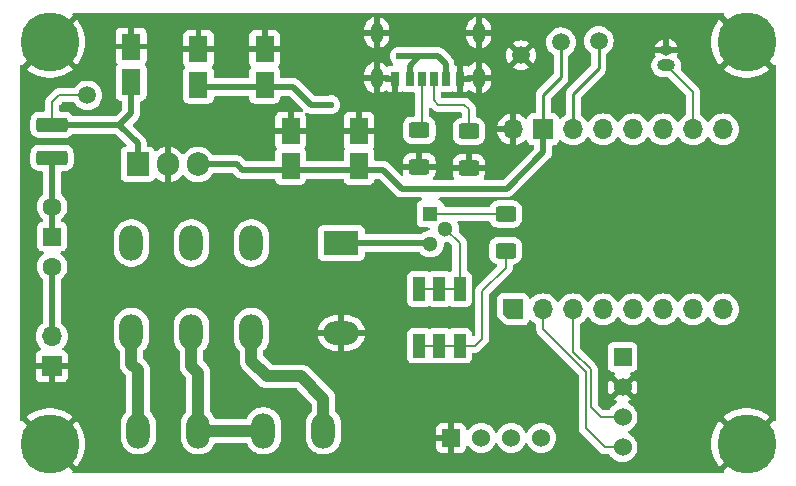
<source format=gbr>
%TF.GenerationSoftware,KiCad,Pcbnew,8.0.4*%
%TF.CreationDate,2024-07-30T00:45:45-04:00*%
%TF.ProjectId,ESP32-C3-WROOM-Node-Temperature,45535033-322d-4433-932d-57524f4f4d2d,rev?*%
%TF.SameCoordinates,Original*%
%TF.FileFunction,Copper,L1,Top*%
%TF.FilePolarity,Positive*%
%FSLAX46Y46*%
G04 Gerber Fmt 4.6, Leading zero omitted, Abs format (unit mm)*
G04 Created by KiCad (PCBNEW 8.0.4) date 2024-07-30 00:45:45*
%MOMM*%
%LPD*%
G01*
G04 APERTURE LIST*
G04 Aperture macros list*
%AMRoundRect*
0 Rectangle with rounded corners*
0 $1 Rounding radius*
0 $2 $3 $4 $5 $6 $7 $8 $9 X,Y pos of 4 corners*
0 Add a 4 corners polygon primitive as box body*
4,1,4,$2,$3,$4,$5,$6,$7,$8,$9,$2,$3,0*
0 Add four circle primitives for the rounded corners*
1,1,$1+$1,$2,$3*
1,1,$1+$1,$4,$5*
1,1,$1+$1,$6,$7*
1,1,$1+$1,$8,$9*
0 Add four rect primitives between the rounded corners*
20,1,$1+$1,$2,$3,$4,$5,0*
20,1,$1+$1,$4,$5,$6,$7,0*
20,1,$1+$1,$6,$7,$8,$9,0*
20,1,$1+$1,$8,$9,$2,$3,0*%
%AMOutline5P*
0 Free polygon, 5 corners , with rotation*
0 The origin of the aperture is its center*
0 number of corners: always 5*
0 $1 to $10 corner X, Y*
0 $11 Rotation angle, in degrees counterclockwise*
0 create outline with 5 corners*
4,1,5,$1,$2,$3,$4,$5,$6,$7,$8,$9,$10,$1,$2,$11*%
%AMOutline6P*
0 Free polygon, 6 corners , with rotation*
0 The origin of the aperture is its center*
0 number of corners: always 6*
0 $1 to $12 corner X, Y*
0 $13 Rotation angle, in degrees counterclockwise*
0 create outline with 6 corners*
4,1,6,$1,$2,$3,$4,$5,$6,$7,$8,$9,$10,$11,$12,$1,$2,$13*%
%AMOutline7P*
0 Free polygon, 7 corners , with rotation*
0 The origin of the aperture is its center*
0 number of corners: always 7*
0 $1 to $14 corner X, Y*
0 $15 Rotation angle, in degrees counterclockwise*
0 create outline with 7 corners*
4,1,7,$1,$2,$3,$4,$5,$6,$7,$8,$9,$10,$11,$12,$13,$14,$1,$2,$15*%
%AMOutline8P*
0 Free polygon, 8 corners , with rotation*
0 The origin of the aperture is its center*
0 number of corners: always 8*
0 $1 to $16 corner X, Y*
0 $17 Rotation angle, in degrees counterclockwise*
0 create outline with 8 corners*
4,1,8,$1,$2,$3,$4,$5,$6,$7,$8,$9,$10,$11,$12,$13,$14,$15,$16,$1,$2,$17*%
G04 Aperture macros list end*
%TA.AperFunction,SMDPad,CuDef*%
%ADD10RoundRect,0.250000X0.625000X-0.400000X0.625000X0.400000X-0.625000X0.400000X-0.625000X-0.400000X0*%
%TD*%
%TA.AperFunction,SMDPad,CuDef*%
%ADD11R,0.700000X1.200000*%
%TD*%
%TA.AperFunction,SMDPad,CuDef*%
%ADD12R,0.760000X1.200000*%
%TD*%
%TA.AperFunction,SMDPad,CuDef*%
%ADD13R,0.800000X1.200000*%
%TD*%
%TA.AperFunction,ComponentPad*%
%ADD14O,1.100000X1.700000*%
%TD*%
%TA.AperFunction,SMDPad,CuDef*%
%ADD15R,1.600000X2.200000*%
%TD*%
%TA.AperFunction,ComponentPad*%
%ADD16R,1.300000X1.300000*%
%TD*%
%TA.AperFunction,ComponentPad*%
%ADD17C,1.300000*%
%TD*%
%TA.AperFunction,SMDPad,CuDef*%
%ADD18C,1.500000*%
%TD*%
%TA.AperFunction,ComponentPad*%
%ADD19O,2.000000X3.000000*%
%TD*%
%TA.AperFunction,ComponentPad*%
%ADD20R,1.524000X1.524000*%
%TD*%
%TA.AperFunction,ComponentPad*%
%ADD21C,1.524000*%
%TD*%
%TA.AperFunction,SMDPad,CuDef*%
%ADD22RoundRect,0.250000X-0.625000X0.400000X-0.625000X-0.400000X0.625000X-0.400000X0.625000X0.400000X0*%
%TD*%
%TA.AperFunction,ComponentPad*%
%ADD23R,1.700000X1.700000*%
%TD*%
%TA.AperFunction,ComponentPad*%
%ADD24O,1.700000X1.700000*%
%TD*%
%TA.AperFunction,SMDPad,CuDef*%
%ADD25R,1.100000X2.000000*%
%TD*%
%TA.AperFunction,ComponentPad*%
%ADD26Outline5P,-0.850000X0.425000X-0.425000X0.850000X0.850000X0.850000X0.850000X-0.850000X-0.850000X-0.850000X90.000000*%
%TD*%
%TA.AperFunction,ComponentPad*%
%ADD27C,5.000000*%
%TD*%
%TA.AperFunction,ComponentPad*%
%ADD28R,1.905000X2.000000*%
%TD*%
%TA.AperFunction,ComponentPad*%
%ADD29O,1.905000X2.000000*%
%TD*%
%TA.AperFunction,SMDPad,CuDef*%
%ADD30RoundRect,0.250000X-1.075000X0.375000X-1.075000X-0.375000X1.075000X-0.375000X1.075000X0.375000X0*%
%TD*%
%TA.AperFunction,ComponentPad*%
%ADD31R,3.000000X2.000000*%
%TD*%
%TA.AperFunction,ComponentPad*%
%ADD32O,3.000000X2.000000*%
%TD*%
%TA.AperFunction,ComponentPad*%
%ADD33O,1.500000X1.000000*%
%TD*%
%TA.AperFunction,ComponentPad*%
%ADD34O,1.000000X1.000000*%
%TD*%
%TA.AperFunction,ComponentPad*%
%ADD35R,1.500000X1.500000*%
%TD*%
%TA.AperFunction,ComponentPad*%
%ADD36C,1.600000*%
%TD*%
%TA.AperFunction,ViaPad*%
%ADD37C,0.600000*%
%TD*%
%TA.AperFunction,Conductor*%
%ADD38C,0.500000*%
%TD*%
%TA.AperFunction,Conductor*%
%ADD39C,0.250000*%
%TD*%
%TA.AperFunction,Conductor*%
%ADD40C,1.000000*%
%TD*%
%TA.AperFunction,Conductor*%
%ADD41C,0.200000*%
%TD*%
G04 APERTURE END LIST*
D10*
%TO.P,R6,1*%
%TO.N,GND*%
X144900000Y-72850000D03*
%TO.P,R6,2*%
%TO.N,Net-(J5-CC2)*%
X144900000Y-69750000D03*
%TD*%
%TO.P,R5,1*%
%TO.N,GND*%
X149100000Y-72950000D03*
%TO.P,R5,2*%
%TO.N,Net-(J5-CC1)*%
X149100000Y-69850000D03*
%TD*%
D11*
%TO.P,J5,A5,CC1*%
%TO.N,Net-(J5-CC1)*%
X146100000Y-65400000D03*
D12*
%TO.P,J5,A9,VBUS*%
%TO.N,/Power Supply/PWR*%
X144080000Y-65400000D03*
D13*
%TO.P,J5,A12,GND*%
%TO.N,GND*%
X142850000Y-65400000D03*
D11*
%TO.P,J5,B5,CC2*%
%TO.N,Net-(J5-CC2)*%
X145100000Y-65400000D03*
D12*
%TO.P,J5,B9,VBUS*%
%TO.N,/Power Supply/PWR*%
X147120000Y-65400000D03*
D13*
%TO.P,J5,B12,GND*%
%TO.N,GND*%
X148350000Y-65400000D03*
D14*
%TO.P,J5,S1,SHIELD*%
X149920000Y-61520000D03*
%TO.P,J5,S2,SHIELD*%
X141280000Y-61520000D03*
%TO.P,J5,S3,SHIELD*%
X149920000Y-65320000D03*
%TO.P,J5,S4,SHIELD*%
X141280000Y-65320000D03*
%TD*%
D15*
%TO.P,C4,1*%
%TO.N,+3V3*%
X131800000Y-65900000D03*
%TO.P,C4,2*%
%TO.N,GND*%
X131800000Y-62900000D03*
%TD*%
D16*
%TO.P,Q1,1,C*%
%TO.N,+3V3*%
X145830000Y-76830000D03*
D17*
%TO.P,Q1,2,B*%
%TO.N,Net-(D1-AG)*%
X147100000Y-78100000D03*
%TO.P,Q1,3,E*%
%TO.N,Net-(Q1-E)*%
X145830000Y-79370000D03*
%TD*%
D18*
%TO.P,3V3,1,1*%
%TO.N,+3V3*%
X160100000Y-62200000D03*
%TD*%
D19*
%TO.P,J3,1,Pin_1*%
%TO.N,/NC*%
X121100000Y-95200000D03*
%TO.P,J3,2,Pin_2*%
%TO.N,/COM*%
X126180000Y-95200000D03*
%TD*%
D20*
%TO.P,J4,GND,GND*%
%TO.N,GND*%
X147600000Y-95800000D03*
D21*
%TO.P,J4,SCL,SCL*%
%TO.N,/SCL*%
X155220000Y-95800000D03*
%TO.P,J4,SDA,SDA*%
%TO.N,/SDA*%
X152680000Y-95800000D03*
%TO.P,J4,Vcc,VCC*%
%TO.N,+3V3*%
X150140000Y-95800000D03*
%TD*%
D18*
%TO.P,5V,1,1*%
%TO.N,+5V*%
X156900000Y-62300000D03*
%TD*%
D20*
%TO.P,U3,1,3V3*%
%TO.N,+3V3*%
X162100000Y-88960000D03*
D21*
%TO.P,U3,2,GND*%
%TO.N,GND*%
X162100000Y-91500000D03*
%TO.P,U3,3,SCL*%
%TO.N,/SCL*%
X162100000Y-94040000D03*
%TO.P,U3,4,SDA*%
%TO.N,/SDA*%
X162100000Y-96580000D03*
%TD*%
D22*
%TO.P,R4,1*%
%TO.N,+3V3*%
X152200000Y-76849999D03*
%TO.P,R4,2*%
%TO.N,Net-(D1-AB)*%
X152200000Y-79950001D03*
%TD*%
D23*
%TO.P,J1,1,Pin_1*%
%TO.N,GND*%
X113775000Y-89750000D03*
D24*
%TO.P,J1,2,Pin_2*%
%TO.N,/Power Supply/PWR*%
X113775000Y-87210000D03*
%TD*%
D25*
%TO.P,D1,1,AB*%
%TO.N,Net-(D1-AB)*%
X144900000Y-88000000D03*
%TO.P,D1,2,KB*%
X146600000Y-88000000D03*
%TO.P,D1,3,AR*%
X148300000Y-88000000D03*
%TO.P,D1,4,KR*%
%TO.N,Net-(D1-AG)*%
X148300000Y-83200000D03*
%TO.P,D1,5,AG*%
X146600000Y-83200000D03*
%TO.P,D1,6,KR*%
X144900000Y-83200000D03*
%TD*%
D15*
%TO.P,C3,1*%
%TO.N,+5V*%
X134000000Y-72800000D03*
%TO.P,C3,2*%
%TO.N,GND*%
X134000000Y-69800000D03*
%TD*%
D26*
%TO.P,U1,1,GPIO5*%
%TO.N,unconnected-(U1-GPIO5-Pad1)*%
X152840000Y-84920000D03*
D24*
%TO.P,U1,2,GPIO6_SDA*%
%TO.N,/SDA*%
X155380000Y-84920000D03*
%TO.P,U1,3,GPIO7_SCL*%
%TO.N,/SCL*%
X157920000Y-84920000D03*
%TO.P,U1,4,GPIO8_SCK*%
%TO.N,unconnected-(U1-GPIO8_SCK-Pad4)*%
X160460000Y-84920000D03*
%TO.P,U1,5,GPIO9_MISO*%
%TO.N,unconnected-(U1-GPIO9_MISO-Pad5)*%
X163000000Y-84920000D03*
%TO.P,U1,6,GPIO_MOSI*%
%TO.N,/GPIO10*%
X165540000Y-84920000D03*
%TO.P,U1,7,GPIO20_Rx*%
%TO.N,unconnected-(U1-GPIO20_Rx-Pad7)*%
X168080000Y-84920000D03*
%TO.P,U1,8,GPIO21_Tx*%
%TO.N,unconnected-(U1-GPIO21_Tx-Pad8)*%
X170620000Y-84920000D03*
%TO.P,U1,9,GPIO0_ADC0*%
%TO.N,unconnected-(U1-GPIO0_ADC0-Pad9)*%
X170620000Y-69680000D03*
%TO.P,U1,10,GPIO1_ADC1*%
%TO.N,/ADC1*%
X168080000Y-69680000D03*
%TO.P,U1,11,GPIO2_D0*%
%TO.N,unconnected-(U1-GPIO2_D0-Pad11)*%
X165540000Y-69680000D03*
%TO.P,U1,12,GPIO3_D1*%
%TO.N,unconnected-(U1-GPIO3_D1-Pad12)*%
X163000000Y-69680000D03*
%TO.P,U1,13,GPIO4_D2*%
%TO.N,unconnected-(U1-GPIO4_D2-Pad13)*%
X160460000Y-69680000D03*
%TO.P,U1,14,3V3*%
%TO.N,+3V3*%
X157920000Y-69680000D03*
D23*
%TO.P,U1,15,5V*%
%TO.N,+5V*%
X155380000Y-69680000D03*
D24*
%TO.P,U1,16,GND*%
%TO.N,GND*%
X152840000Y-69680000D03*
%TD*%
D18*
%TO.P,GND,1,1*%
%TO.N,GND*%
X153500000Y-63400000D03*
%TD*%
D27*
%TO.P,H1,1,GND*%
%TO.N,GND*%
X113600000Y-62300000D03*
%TO.P,H1,2,GND*%
X113600000Y-96300000D03*
%TO.P,H1,3,GND*%
X172600000Y-96300000D03*
%TO.P,H1,4,GND*%
X172600000Y-62300000D03*
%TD*%
D28*
%TO.P,U4,1,IN*%
%TO.N,/Power Supply/VIN*%
X121060000Y-72645000D03*
D29*
%TO.P,U4,2,GND*%
%TO.N,GND*%
X123600000Y-72645000D03*
%TO.P,U4,3,OUT*%
%TO.N,+5V*%
X126140000Y-72645000D03*
%TD*%
D18*
%TO.P,TP1,1,1*%
%TO.N,/Power Supply/VIN*%
X116800000Y-66800000D03*
%TD*%
D15*
%TO.P,C2,1*%
%TO.N,+3V3*%
X126200000Y-65900000D03*
%TO.P,C2,2*%
%TO.N,GND*%
X126200000Y-62900000D03*
%TD*%
D30*
%TO.P,D2,1,K*%
%TO.N,/Power Supply/VIN*%
X113800000Y-69300000D03*
%TO.P,D2,2,A*%
%TO.N,/Power Supply/VDC*%
X113800000Y-72100000D03*
%TD*%
D19*
%TO.P,J2,1,Pin_1*%
%TO.N,/COM*%
X131700000Y-95200000D03*
%TO.P,J2,2,Pin_2*%
%TO.N,/NO*%
X136780000Y-95200000D03*
%TD*%
%TO.P,K1,11*%
%TO.N,/COM*%
X125600000Y-79300000D03*
%TO.P,K1,12*%
%TO.N,/NO*%
X130680000Y-79300000D03*
%TO.P,K1,14*%
%TO.N,/NC*%
X120520000Y-79300000D03*
%TO.P,K1,21*%
%TO.N,/COM*%
X125600000Y-86800000D03*
%TO.P,K1,22*%
%TO.N,/NO*%
X130680000Y-86800000D03*
%TO.P,K1,24*%
%TO.N,/NC*%
X120520000Y-86800000D03*
D31*
%TO.P,K1,A1*%
%TO.N,Net-(Q1-E)*%
X138300000Y-79300000D03*
D32*
%TO.P,K1,A2*%
%TO.N,GND*%
X138300000Y-86920000D03*
%TD*%
D15*
%TO.P,C6,1*%
%TO.N,+5V*%
X139800000Y-72800000D03*
%TO.P,C6,2*%
%TO.N,GND*%
X139800000Y-69800000D03*
%TD*%
D33*
%TO.P,R2,1*%
%TO.N,/ADC1*%
X165800000Y-64270000D03*
D34*
%TO.P,R2,2*%
%TO.N,GND*%
X165800000Y-63000000D03*
%TD*%
D15*
%TO.P,C1,1*%
%TO.N,/Power Supply/VIN*%
X120500000Y-65672600D03*
%TO.P,C1,2*%
%TO.N,GND*%
X120500000Y-62672600D03*
%TD*%
D35*
%TO.P,SW1,1,COM*%
%TO.N,/Power Supply/VDC*%
X113800000Y-78760000D03*
D36*
%TO.P,SW1,2,A*%
X113800000Y-76220000D03*
%TO.P,SW1,3,B*%
%TO.N,/Power Supply/PWR*%
X113800000Y-81300000D03*
%TD*%
D37*
%TO.N,+3V3*%
X137400000Y-67600000D03*
%TO.N,/Power Supply/PWR*%
X143200000Y-63500000D03*
%TD*%
D38*
%TO.N,/Power Supply/PWR*%
X143200000Y-63500000D02*
X145100000Y-63500000D01*
D39*
%TO.N,+5V*%
X156900000Y-65260000D02*
X156900000Y-62300000D01*
X155380000Y-66780000D02*
X156900000Y-65260000D01*
X155380000Y-69680000D02*
X155380000Y-66780000D01*
%TO.N,+3V3*%
X160100000Y-64500000D02*
X160100000Y-62200000D01*
X157920000Y-66680000D02*
X160100000Y-64500000D01*
X157920000Y-69680000D02*
X157920000Y-66680000D01*
D38*
%TO.N,/Power Supply/VDC*%
X113800000Y-78760000D02*
X113800000Y-76220000D01*
D40*
%TO.N,/COM*%
X126180000Y-90280000D02*
X126180000Y-95200000D01*
X125600000Y-86800000D02*
X125600000Y-89700000D01*
X125600000Y-89700000D02*
X126180000Y-90280000D01*
%TO.N,/NC*%
X120520000Y-89520000D02*
X121100000Y-90100000D01*
X121100000Y-90100000D02*
X121100000Y-95200000D01*
X120520000Y-86800000D02*
X120520000Y-89520000D01*
%TO.N,/NO*%
X134900000Y-90600000D02*
X136780000Y-92480000D01*
X132000000Y-90600000D02*
X134900000Y-90600000D01*
X130680000Y-89280000D02*
X132000000Y-90600000D01*
X136780000Y-92480000D02*
X136780000Y-95200000D01*
X130680000Y-86800000D02*
X130680000Y-89280000D01*
%TO.N,/COM*%
X126180000Y-95200000D02*
X131700000Y-95200000D01*
D38*
%TO.N,+3V3*%
X135700000Y-67600000D02*
X137400000Y-67600000D01*
X126200000Y-66100000D02*
X134200000Y-66100000D01*
X134200000Y-66100000D02*
X135700000Y-67600000D01*
%TO.N,/Power Supply/PWR*%
X145100000Y-63500000D02*
X144880000Y-63500000D01*
X146500000Y-63500000D02*
X145100000Y-63500000D01*
X144080000Y-64300000D02*
X144080000Y-65400000D01*
X144880000Y-63500000D02*
X144080000Y-64300000D01*
X147120000Y-64120000D02*
X146500000Y-63500000D01*
X147120000Y-65400000D02*
X147120000Y-64120000D01*
D41*
%TO.N,Net-(J5-CC1)*%
X149100000Y-68000000D02*
X149100000Y-69850000D01*
X146500000Y-67600000D02*
X148700000Y-67600000D01*
X146100000Y-67200000D02*
X146500000Y-67600000D01*
X148700000Y-67600000D02*
X149100000Y-68000000D01*
X146100000Y-65400000D02*
X146100000Y-67200000D01*
%TO.N,Net-(J5-CC2)*%
X145100000Y-69550000D02*
X144900000Y-69750000D01*
X145100000Y-65400000D02*
X145100000Y-69550000D01*
D38*
%TO.N,+5V*%
X141800000Y-73100000D02*
X129900000Y-73100000D01*
X143400000Y-74700000D02*
X141800000Y-73100000D01*
X152300000Y-74700000D02*
X143400000Y-74700000D01*
X129445000Y-72645000D02*
X126140000Y-72645000D01*
X155380000Y-71620000D02*
X152300000Y-74700000D01*
X129900000Y-73100000D02*
X129445000Y-72645000D01*
X155380000Y-69680000D02*
X155380000Y-71620000D01*
D41*
%TO.N,/SDA*%
X160580000Y-96580000D02*
X159000000Y-95000000D01*
X159000000Y-95000000D02*
X159000000Y-90200000D01*
X162100000Y-96580000D02*
X160580000Y-96580000D01*
X155380000Y-86580000D02*
X155380000Y-84920000D01*
X159000000Y-90200000D02*
X155380000Y-86580000D01*
%TO.N,/SCL*%
X157920000Y-88520000D02*
X157920000Y-84920000D01*
X160240000Y-94040000D02*
X159400000Y-93200000D01*
X159400000Y-90000000D02*
X157920000Y-88520000D01*
X162100000Y-94040000D02*
X160240000Y-94040000D01*
X159400000Y-93200000D02*
X159400000Y-90000000D01*
%TO.N,Net-(Q1-E)*%
X145760000Y-79300000D02*
X145830000Y-79370000D01*
D38*
X138300000Y-79300000D02*
X145760000Y-79300000D01*
D41*
%TO.N,/ADC1*%
X168080000Y-66550000D02*
X165800000Y-64270000D01*
X168080000Y-69680000D02*
X168080000Y-66550000D01*
%TO.N,+3V3*%
X152180001Y-76830000D02*
X145830000Y-76830000D01*
X145860000Y-76800000D02*
X145830000Y-76830000D01*
X152200000Y-76849999D02*
X152180001Y-76830000D01*
D38*
%TO.N,/Power Supply/VIN*%
X121060000Y-70860000D02*
X121060000Y-72645000D01*
X119500000Y-69300000D02*
X120500000Y-68300000D01*
X119500000Y-69300000D02*
X121060000Y-70860000D01*
X113800000Y-69300000D02*
X119500000Y-69300000D01*
D41*
X114400000Y-66800000D02*
X113800000Y-67400000D01*
D38*
X120500000Y-68300000D02*
X120500000Y-65672600D01*
D41*
X116800000Y-66800000D02*
X114400000Y-66800000D01*
X113800000Y-67400000D02*
X113800000Y-69300000D01*
D38*
%TO.N,/Power Supply/VDC*%
X113800000Y-76220000D02*
X113800000Y-72100000D01*
D41*
%TO.N,/Power Supply/PWR*%
X113775000Y-81325000D02*
X113800000Y-81300000D01*
D38*
X113775000Y-87210000D02*
X113775000Y-81325000D01*
D41*
%TO.N,Net-(D1-AG)*%
X148300000Y-79300000D02*
X148300000Y-83200000D01*
X148300000Y-83200000D02*
X146600000Y-83200000D01*
X147100000Y-78100000D02*
X148300000Y-79300000D01*
X146600000Y-83200000D02*
X144900000Y-83200000D01*
%TO.N,Net-(D1-AB)*%
X152200000Y-81400000D02*
X152200000Y-79950001D01*
X150200000Y-83400000D02*
X150200000Y-87400000D01*
X150200000Y-87400000D02*
X149600000Y-88000000D01*
X150200000Y-83400000D02*
X152200000Y-81400000D01*
X149600000Y-88000000D02*
X144900000Y-88000000D01*
%TD*%
%TA.AperFunction,Conductor*%
%TO.N,GND*%
G36*
X170637967Y-59820185D02*
G01*
X170683722Y-59872989D01*
X170693666Y-59942147D01*
X170664641Y-60005703D01*
X170662899Y-60007416D01*
X170662818Y-60009265D01*
X171730893Y-61077340D01*
X171622816Y-61155864D01*
X171455864Y-61322816D01*
X171377340Y-61430893D01*
X170306148Y-60359701D01*
X170306147Y-60359702D01*
X170297976Y-60368363D01*
X170297972Y-60368368D01*
X170089289Y-60648677D01*
X169914561Y-60951316D01*
X169914555Y-60951329D01*
X169776145Y-61272199D01*
X169675916Y-61606988D01*
X169675914Y-61606997D01*
X169615236Y-61951119D01*
X169615235Y-61951130D01*
X169594916Y-62299996D01*
X169594916Y-62300003D01*
X169615235Y-62648869D01*
X169615236Y-62648880D01*
X169675914Y-62993002D01*
X169675916Y-62993011D01*
X169776145Y-63327800D01*
X169914555Y-63648670D01*
X169914561Y-63648683D01*
X170089289Y-63951322D01*
X170297967Y-64231625D01*
X170306148Y-64240296D01*
X171377340Y-63169105D01*
X171455864Y-63277184D01*
X171622816Y-63444136D01*
X171730893Y-63522658D01*
X170662818Y-64590733D01*
X170662819Y-64590734D01*
X170805484Y-64710445D01*
X171097461Y-64902480D01*
X171409739Y-65059314D01*
X171409745Y-65059316D01*
X171738130Y-65178838D01*
X171738133Y-65178839D01*
X172078171Y-65259429D01*
X172425276Y-65299999D01*
X172425277Y-65300000D01*
X172774723Y-65300000D01*
X172774723Y-65299999D01*
X173121827Y-65259429D01*
X173121829Y-65259429D01*
X173461866Y-65178839D01*
X173461869Y-65178838D01*
X173790254Y-65059316D01*
X173790260Y-65059314D01*
X174102538Y-64902480D01*
X174394509Y-64710449D01*
X174394510Y-64710448D01*
X174537179Y-64590734D01*
X174537180Y-64590733D01*
X173469106Y-63522658D01*
X173577184Y-63444136D01*
X173744136Y-63277184D01*
X173822659Y-63169106D01*
X174893850Y-64240297D01*
X174900977Y-64240193D01*
X174945636Y-64214097D01*
X175015443Y-64217056D01*
X175072568Y-64257287D01*
X175098875Y-64322015D01*
X175099500Y-64334447D01*
X175099500Y-94265550D01*
X175079815Y-94332589D01*
X175027011Y-94378344D01*
X174957853Y-94388288D01*
X174895304Y-94359723D01*
X174893851Y-94359701D01*
X173822658Y-95430893D01*
X173744136Y-95322816D01*
X173577184Y-95155864D01*
X173469105Y-95077340D01*
X174537180Y-94009265D01*
X174537179Y-94009264D01*
X174394519Y-93889557D01*
X174102538Y-93697519D01*
X173790260Y-93540685D01*
X173790254Y-93540683D01*
X173461869Y-93421161D01*
X173461866Y-93421160D01*
X173121828Y-93340570D01*
X172774723Y-93300000D01*
X172425277Y-93300000D01*
X172078172Y-93340570D01*
X172078170Y-93340570D01*
X171738133Y-93421160D01*
X171738130Y-93421161D01*
X171409745Y-93540683D01*
X171409739Y-93540685D01*
X171097461Y-93697519D01*
X170805480Y-93889557D01*
X170662819Y-94009264D01*
X170662818Y-94009265D01*
X171730894Y-95077340D01*
X171622816Y-95155864D01*
X171455864Y-95322816D01*
X171377340Y-95430893D01*
X170306148Y-94359701D01*
X170306147Y-94359702D01*
X170297976Y-94368363D01*
X170297972Y-94368368D01*
X170089289Y-94648677D01*
X169914561Y-94951316D01*
X169914555Y-94951329D01*
X169776145Y-95272199D01*
X169675916Y-95606988D01*
X169675914Y-95606997D01*
X169615236Y-95951119D01*
X169615235Y-95951130D01*
X169594916Y-96299996D01*
X169594916Y-96300003D01*
X169615235Y-96648869D01*
X169615236Y-96648880D01*
X169675914Y-96993002D01*
X169675916Y-96993011D01*
X169776145Y-97327800D01*
X169914555Y-97648670D01*
X169914561Y-97648683D01*
X170089289Y-97951322D01*
X170297967Y-98231625D01*
X170306148Y-98240296D01*
X171377340Y-97169105D01*
X171455864Y-97277184D01*
X171622816Y-97444136D01*
X171730893Y-97522658D01*
X170662818Y-98590733D01*
X170663197Y-98599391D01*
X170689337Y-98638683D01*
X170690445Y-98708544D01*
X170653607Y-98767914D01*
X170590520Y-98797943D01*
X170570929Y-98799500D01*
X115629070Y-98799500D01*
X115562031Y-98779815D01*
X115516276Y-98727011D01*
X115506332Y-98657853D01*
X115535357Y-98594297D01*
X115537099Y-98592582D01*
X115537180Y-98590733D01*
X114469106Y-97522659D01*
X114577184Y-97444136D01*
X114744136Y-97277184D01*
X114822658Y-97169106D01*
X115893849Y-98240297D01*
X115893851Y-98240296D01*
X115902022Y-98231636D01*
X115902033Y-98231623D01*
X116110710Y-97951322D01*
X116285438Y-97648683D01*
X116285444Y-97648670D01*
X116423854Y-97327800D01*
X116524083Y-96993011D01*
X116524085Y-96993002D01*
X116584763Y-96648880D01*
X116584764Y-96648869D01*
X116605084Y-96300003D01*
X116605084Y-96299996D01*
X116584764Y-95951130D01*
X116584763Y-95951119D01*
X116524085Y-95606997D01*
X116524083Y-95606988D01*
X116423854Y-95272199D01*
X116285444Y-94951329D01*
X116285438Y-94951316D01*
X116110710Y-94648677D01*
X115902032Y-94368374D01*
X115893850Y-94359702D01*
X114822658Y-95430893D01*
X114744136Y-95322816D01*
X114577184Y-95155864D01*
X114469105Y-95077340D01*
X115537180Y-94009265D01*
X115537179Y-94009264D01*
X115394519Y-93889557D01*
X115102538Y-93697519D01*
X114790260Y-93540685D01*
X114790254Y-93540683D01*
X114461869Y-93421161D01*
X114461866Y-93421160D01*
X114121828Y-93340570D01*
X113774723Y-93300000D01*
X113425277Y-93300000D01*
X113078172Y-93340570D01*
X113078170Y-93340570D01*
X112738133Y-93421160D01*
X112738130Y-93421161D01*
X112409745Y-93540683D01*
X112409739Y-93540685D01*
X112097461Y-93697519D01*
X111805480Y-93889557D01*
X111662819Y-94009264D01*
X111662818Y-94009265D01*
X112730894Y-95077340D01*
X112622816Y-95155864D01*
X112455864Y-95322816D01*
X112377340Y-95430893D01*
X111306148Y-94359701D01*
X111299012Y-94359806D01*
X111254376Y-94385895D01*
X111184569Y-94382943D01*
X111127439Y-94342718D01*
X111101126Y-94277993D01*
X111100500Y-94265548D01*
X111100500Y-71674983D01*
X111974500Y-71674983D01*
X111974500Y-72525001D01*
X111974501Y-72525019D01*
X111985000Y-72627796D01*
X111985001Y-72627799D01*
X112040185Y-72794331D01*
X112040186Y-72794334D01*
X112132288Y-72943656D01*
X112256344Y-73067712D01*
X112405666Y-73159814D01*
X112572203Y-73214999D01*
X112674991Y-73225500D01*
X112925501Y-73225499D01*
X112992539Y-73245183D01*
X113038294Y-73297987D01*
X113049500Y-73349499D01*
X113049500Y-75093336D01*
X113029815Y-75160375D01*
X112996625Y-75194910D01*
X112960863Y-75219951D01*
X112799953Y-75380861D01*
X112669432Y-75567265D01*
X112669431Y-75567267D01*
X112573261Y-75773502D01*
X112573258Y-75773511D01*
X112514366Y-75993302D01*
X112514364Y-75993313D01*
X112494532Y-76219998D01*
X112494532Y-76220001D01*
X112514364Y-76446686D01*
X112514366Y-76446697D01*
X112573258Y-76666488D01*
X112573261Y-76666497D01*
X112669431Y-76872732D01*
X112669432Y-76872734D01*
X112799954Y-77059141D01*
X112960859Y-77220046D01*
X112996621Y-77245086D01*
X113040247Y-77299662D01*
X113049500Y-77346662D01*
X113049500Y-77393023D01*
X113029815Y-77460062D01*
X112977011Y-77505817D01*
X112949865Y-77513266D01*
X112950068Y-77514124D01*
X112942520Y-77515907D01*
X112807671Y-77566202D01*
X112807664Y-77566206D01*
X112692455Y-77652452D01*
X112692452Y-77652455D01*
X112606206Y-77767664D01*
X112606202Y-77767671D01*
X112555908Y-77902517D01*
X112551615Y-77942452D01*
X112549501Y-77962123D01*
X112549500Y-77962135D01*
X112549500Y-79557870D01*
X112549501Y-79557876D01*
X112555908Y-79617483D01*
X112606202Y-79752328D01*
X112606206Y-79752335D01*
X112692452Y-79867544D01*
X112692455Y-79867547D01*
X112807664Y-79953793D01*
X112807671Y-79953797D01*
X112852618Y-79970561D01*
X112942517Y-80004091D01*
X112996157Y-80009858D01*
X113060703Y-80036594D01*
X113100552Y-80093986D01*
X113103047Y-80163811D01*
X113067395Y-80223900D01*
X113054022Y-80234721D01*
X112960856Y-80299956D01*
X112799954Y-80460858D01*
X112669432Y-80647265D01*
X112669431Y-80647267D01*
X112573261Y-80853502D01*
X112573258Y-80853511D01*
X112514366Y-81073302D01*
X112514364Y-81073313D01*
X112494532Y-81299998D01*
X112494532Y-81300001D01*
X112514364Y-81526686D01*
X112514366Y-81526697D01*
X112573258Y-81746488D01*
X112573261Y-81746497D01*
X112669431Y-81952732D01*
X112669432Y-81952734D01*
X112799954Y-82139141D01*
X112960857Y-82300044D01*
X112960860Y-82300046D01*
X112960861Y-82300047D01*
X112971620Y-82307580D01*
X113015246Y-82362154D01*
X113024500Y-82409157D01*
X113024500Y-86022298D01*
X113004815Y-86089337D01*
X112971625Y-86123872D01*
X112903595Y-86171507D01*
X112736505Y-86338597D01*
X112600965Y-86532169D01*
X112600964Y-86532171D01*
X112501098Y-86746335D01*
X112501094Y-86746344D01*
X112439938Y-86974586D01*
X112439936Y-86974596D01*
X112419341Y-87209999D01*
X112419341Y-87210000D01*
X112439936Y-87445403D01*
X112439938Y-87445413D01*
X112501094Y-87673655D01*
X112501097Y-87673663D01*
X112600965Y-87887830D01*
X112600967Y-87887834D01*
X112709281Y-88042521D01*
X112736501Y-88081396D01*
X112736506Y-88081402D01*
X112858818Y-88203714D01*
X112892303Y-88265037D01*
X112887319Y-88334729D01*
X112845447Y-88390662D01*
X112814471Y-88407577D01*
X112682912Y-88456646D01*
X112682906Y-88456649D01*
X112567812Y-88542809D01*
X112567809Y-88542812D01*
X112481649Y-88657906D01*
X112481645Y-88657913D01*
X112431403Y-88792620D01*
X112431401Y-88792627D01*
X112425000Y-88852155D01*
X112425000Y-89500000D01*
X113341988Y-89500000D01*
X113309075Y-89557007D01*
X113275000Y-89684174D01*
X113275000Y-89815826D01*
X113309075Y-89942993D01*
X113341988Y-90000000D01*
X112425000Y-90000000D01*
X112425000Y-90647844D01*
X112431401Y-90707372D01*
X112431403Y-90707379D01*
X112481645Y-90842086D01*
X112481649Y-90842093D01*
X112567809Y-90957187D01*
X112567812Y-90957190D01*
X112682906Y-91043350D01*
X112682913Y-91043354D01*
X112817620Y-91093596D01*
X112817627Y-91093598D01*
X112877155Y-91099999D01*
X112877172Y-91100000D01*
X113525000Y-91100000D01*
X113525000Y-90183012D01*
X113582007Y-90215925D01*
X113709174Y-90250000D01*
X113840826Y-90250000D01*
X113967993Y-90215925D01*
X114025000Y-90183012D01*
X114025000Y-91100000D01*
X114672828Y-91100000D01*
X114672844Y-91099999D01*
X114732372Y-91093598D01*
X114732379Y-91093596D01*
X114867086Y-91043354D01*
X114867093Y-91043350D01*
X114982187Y-90957190D01*
X114982190Y-90957187D01*
X115068350Y-90842093D01*
X115068354Y-90842086D01*
X115118596Y-90707379D01*
X115118598Y-90707372D01*
X115124999Y-90647844D01*
X115125000Y-90647827D01*
X115125000Y-90000000D01*
X114208012Y-90000000D01*
X114240925Y-89942993D01*
X114275000Y-89815826D01*
X114275000Y-89684174D01*
X114240925Y-89557007D01*
X114208012Y-89500000D01*
X115125000Y-89500000D01*
X115125000Y-88852172D01*
X115124999Y-88852155D01*
X115118598Y-88792627D01*
X115118596Y-88792620D01*
X115068354Y-88657913D01*
X115068350Y-88657906D01*
X114982190Y-88542812D01*
X114982187Y-88542809D01*
X114867093Y-88456649D01*
X114867088Y-88456646D01*
X114735528Y-88407577D01*
X114679595Y-88365705D01*
X114655178Y-88300241D01*
X114670030Y-88231968D01*
X114691175Y-88203720D01*
X114813495Y-88081401D01*
X114949035Y-87887830D01*
X115048903Y-87673663D01*
X115110063Y-87445408D01*
X115130659Y-87210000D01*
X115110063Y-86974592D01*
X115048903Y-86746337D01*
X114949035Y-86532171D01*
X114940444Y-86519901D01*
X114813494Y-86338597D01*
X114656799Y-86181902D01*
X119019500Y-86181902D01*
X119019500Y-87418097D01*
X119056446Y-87651368D01*
X119129433Y-87875996D01*
X119234093Y-88081401D01*
X119236657Y-88086433D01*
X119375483Y-88277510D01*
X119375485Y-88277512D01*
X119483181Y-88385208D01*
X119516666Y-88446531D01*
X119519500Y-88472889D01*
X119519500Y-89618544D01*
X119557947Y-89811833D01*
X119557949Y-89811837D01*
X119580038Y-89865164D01*
X119633366Y-89993911D01*
X119633371Y-89993920D01*
X119742860Y-90157781D01*
X119742863Y-90157785D01*
X119886537Y-90301459D01*
X119886559Y-90301479D01*
X120063181Y-90478101D01*
X120096666Y-90539424D01*
X120099500Y-90565782D01*
X120099500Y-93527111D01*
X120079815Y-93594150D01*
X120063181Y-93614792D01*
X119955485Y-93722487D01*
X119955485Y-93722488D01*
X119955483Y-93722490D01*
X119895862Y-93804550D01*
X119816657Y-93913566D01*
X119709433Y-94124003D01*
X119636446Y-94348631D01*
X119599500Y-94581902D01*
X119599500Y-95818097D01*
X119636446Y-96051368D01*
X119709433Y-96275996D01*
X119789767Y-96433658D01*
X119816657Y-96486433D01*
X119955483Y-96677510D01*
X120122490Y-96844517D01*
X120313567Y-96983343D01*
X120412991Y-97034002D01*
X120524003Y-97090566D01*
X120524005Y-97090566D01*
X120524008Y-97090568D01*
X120644412Y-97129689D01*
X120748631Y-97163553D01*
X120981903Y-97200500D01*
X120981908Y-97200500D01*
X121218097Y-97200500D01*
X121451368Y-97163553D01*
X121525161Y-97139576D01*
X121675992Y-97090568D01*
X121886433Y-96983343D01*
X122077510Y-96844517D01*
X122244517Y-96677510D01*
X122383343Y-96486433D01*
X122490568Y-96275992D01*
X122563553Y-96051368D01*
X122568510Y-96020070D01*
X122600500Y-95818097D01*
X122600500Y-94581902D01*
X122563553Y-94348631D01*
X122491946Y-94128250D01*
X122490568Y-94124008D01*
X122490566Y-94124005D01*
X122490566Y-94124003D01*
X122383342Y-93913566D01*
X122244517Y-93722490D01*
X122136819Y-93614792D01*
X122103334Y-93553469D01*
X122100500Y-93527111D01*
X122100500Y-90001456D01*
X122066650Y-89831284D01*
X122062051Y-89808164D01*
X122034303Y-89741175D01*
X121986632Y-89626086D01*
X121986631Y-89626084D01*
X121986630Y-89626082D01*
X121877139Y-89462218D01*
X121877136Y-89462214D01*
X121734686Y-89319764D01*
X121734655Y-89319735D01*
X121556819Y-89141899D01*
X121523334Y-89080576D01*
X121520500Y-89054218D01*
X121520500Y-88472889D01*
X121540185Y-88405850D01*
X121556819Y-88385208D01*
X121607298Y-88334729D01*
X121664517Y-88277510D01*
X121803343Y-88086433D01*
X121910568Y-87875992D01*
X121983553Y-87651368D01*
X122020500Y-87418097D01*
X122020500Y-86181902D01*
X124099500Y-86181902D01*
X124099500Y-87418097D01*
X124136446Y-87651368D01*
X124209433Y-87875996D01*
X124314093Y-88081401D01*
X124316657Y-88086433D01*
X124455483Y-88277510D01*
X124455485Y-88277512D01*
X124563181Y-88385208D01*
X124596666Y-88446531D01*
X124599500Y-88472889D01*
X124599500Y-89798541D01*
X124599500Y-89798542D01*
X124599499Y-89798542D01*
X124602143Y-89811834D01*
X124602145Y-89811839D01*
X124637947Y-89991829D01*
X124637951Y-89991842D01*
X124649866Y-90020607D01*
X124660038Y-90045165D01*
X124666796Y-90061479D01*
X124713366Y-90173911D01*
X124713371Y-90173920D01*
X124822860Y-90337781D01*
X124822863Y-90337785D01*
X124966537Y-90481459D01*
X124966559Y-90481479D01*
X125143181Y-90658101D01*
X125176666Y-90719424D01*
X125179500Y-90745782D01*
X125179500Y-93527111D01*
X125159815Y-93594150D01*
X125143181Y-93614792D01*
X125035485Y-93722487D01*
X125035485Y-93722488D01*
X125035483Y-93722490D01*
X124975862Y-93804550D01*
X124896657Y-93913566D01*
X124789433Y-94124003D01*
X124716446Y-94348631D01*
X124679500Y-94581902D01*
X124679500Y-95818097D01*
X124716446Y-96051368D01*
X124789433Y-96275996D01*
X124869767Y-96433658D01*
X124896657Y-96486433D01*
X125035483Y-96677510D01*
X125202490Y-96844517D01*
X125393567Y-96983343D01*
X125492991Y-97034002D01*
X125604003Y-97090566D01*
X125604005Y-97090566D01*
X125604008Y-97090568D01*
X125724412Y-97129689D01*
X125828631Y-97163553D01*
X126061903Y-97200500D01*
X126061908Y-97200500D01*
X126298097Y-97200500D01*
X126531368Y-97163553D01*
X126605161Y-97139576D01*
X126755992Y-97090568D01*
X126966433Y-96983343D01*
X127157510Y-96844517D01*
X127324517Y-96677510D01*
X127463343Y-96486433D01*
X127570568Y-96275992D01*
X127570567Y-96275992D01*
X127572780Y-96271651D01*
X127573986Y-96272265D01*
X127613962Y-96222650D01*
X127680254Y-96200579D01*
X127684692Y-96200500D01*
X130195308Y-96200500D01*
X130262347Y-96220185D01*
X130307027Y-96271749D01*
X130307220Y-96271651D01*
X130307615Y-96272428D01*
X130308102Y-96272989D01*
X130309279Y-96275693D01*
X130389767Y-96433658D01*
X130416657Y-96486433D01*
X130555483Y-96677510D01*
X130722490Y-96844517D01*
X130913567Y-96983343D01*
X131012991Y-97034002D01*
X131124003Y-97090566D01*
X131124005Y-97090566D01*
X131124008Y-97090568D01*
X131244412Y-97129689D01*
X131348631Y-97163553D01*
X131581903Y-97200500D01*
X131581908Y-97200500D01*
X131818097Y-97200500D01*
X132051368Y-97163553D01*
X132125161Y-97139576D01*
X132275992Y-97090568D01*
X132486433Y-96983343D01*
X132677510Y-96844517D01*
X132844517Y-96677510D01*
X132983343Y-96486433D01*
X133090568Y-96275992D01*
X133163553Y-96051368D01*
X133168510Y-96020070D01*
X133200500Y-95818097D01*
X133200500Y-94581902D01*
X133163553Y-94348631D01*
X133091946Y-94128250D01*
X133090568Y-94124008D01*
X133090566Y-94124005D01*
X133090566Y-94124003D01*
X132983342Y-93913566D01*
X132844517Y-93722490D01*
X132677510Y-93555483D01*
X132486433Y-93416657D01*
X132459985Y-93403181D01*
X132275996Y-93309433D01*
X132051368Y-93236446D01*
X131818097Y-93199500D01*
X131818092Y-93199500D01*
X131581908Y-93199500D01*
X131581903Y-93199500D01*
X131348631Y-93236446D01*
X131124003Y-93309433D01*
X130913566Y-93416657D01*
X130882126Y-93439500D01*
X130722490Y-93555483D01*
X130722488Y-93555485D01*
X130722487Y-93555485D01*
X130555485Y-93722487D01*
X130555485Y-93722488D01*
X130555483Y-93722490D01*
X130495862Y-93804550D01*
X130416657Y-93913566D01*
X130307220Y-94128349D01*
X130306013Y-94127734D01*
X130266038Y-94177350D01*
X130199746Y-94199421D01*
X130195308Y-94199500D01*
X127684692Y-94199500D01*
X127617653Y-94179815D01*
X127572972Y-94128250D01*
X127572780Y-94128349D01*
X127572384Y-94127571D01*
X127571898Y-94127011D01*
X127570720Y-94124306D01*
X127527762Y-94039997D01*
X127463343Y-93913567D01*
X127324517Y-93722490D01*
X127216819Y-93614792D01*
X127183334Y-93553469D01*
X127180500Y-93527111D01*
X127180500Y-90181456D01*
X127180499Y-90181454D01*
X127160228Y-90079544D01*
X127144696Y-90001460D01*
X127142051Y-89988164D01*
X127112897Y-89917781D01*
X127077068Y-89831282D01*
X127066635Y-89806093D01*
X127066634Y-89806092D01*
X127066632Y-89806086D01*
X127042429Y-89769864D01*
X126957139Y-89642217D01*
X126814686Y-89499764D01*
X126814655Y-89499735D01*
X126636819Y-89321899D01*
X126603334Y-89260576D01*
X126600500Y-89234218D01*
X126600500Y-88472889D01*
X126620185Y-88405850D01*
X126636819Y-88385208D01*
X126687298Y-88334729D01*
X126744517Y-88277510D01*
X126883343Y-88086433D01*
X126990568Y-87875992D01*
X127063553Y-87651368D01*
X127100500Y-87418097D01*
X127100500Y-86181902D01*
X129179500Y-86181902D01*
X129179500Y-87418097D01*
X129216446Y-87651368D01*
X129289433Y-87875996D01*
X129394093Y-88081401D01*
X129396657Y-88086433D01*
X129535483Y-88277510D01*
X129535485Y-88277512D01*
X129643181Y-88385208D01*
X129676666Y-88446531D01*
X129679500Y-88472889D01*
X129679500Y-89378541D01*
X129679500Y-89378543D01*
X129679499Y-89378543D01*
X129717947Y-89571829D01*
X129717950Y-89571839D01*
X129793364Y-89753907D01*
X129793371Y-89753920D01*
X129902859Y-89917780D01*
X129902863Y-89917785D01*
X130046537Y-90061459D01*
X130046559Y-90061479D01*
X131219735Y-91234655D01*
X131219764Y-91234686D01*
X131362214Y-91377136D01*
X131362218Y-91377139D01*
X131526079Y-91486628D01*
X131526092Y-91486635D01*
X131654833Y-91539961D01*
X131697744Y-91557735D01*
X131708164Y-91562051D01*
X131804812Y-91581275D01*
X131853135Y-91590887D01*
X131901458Y-91600500D01*
X131901459Y-91600500D01*
X131901460Y-91600500D01*
X132098540Y-91600500D01*
X134434218Y-91600500D01*
X134501257Y-91620185D01*
X134521899Y-91636819D01*
X135743181Y-92858101D01*
X135776666Y-92919424D01*
X135779500Y-92945782D01*
X135779500Y-93527111D01*
X135759815Y-93594150D01*
X135743181Y-93614792D01*
X135635485Y-93722487D01*
X135635485Y-93722488D01*
X135635483Y-93722490D01*
X135575862Y-93804550D01*
X135496657Y-93913566D01*
X135389433Y-94124003D01*
X135316446Y-94348631D01*
X135279500Y-94581902D01*
X135279500Y-95818097D01*
X135316446Y-96051368D01*
X135389433Y-96275996D01*
X135469767Y-96433658D01*
X135496657Y-96486433D01*
X135635483Y-96677510D01*
X135802490Y-96844517D01*
X135993567Y-96983343D01*
X136092991Y-97034002D01*
X136204003Y-97090566D01*
X136204005Y-97090566D01*
X136204008Y-97090568D01*
X136324412Y-97129689D01*
X136428631Y-97163553D01*
X136661903Y-97200500D01*
X136661908Y-97200500D01*
X136898097Y-97200500D01*
X137131368Y-97163553D01*
X137205161Y-97139576D01*
X137355992Y-97090568D01*
X137566433Y-96983343D01*
X137757510Y-96844517D01*
X137924517Y-96677510D01*
X138063343Y-96486433D01*
X138170568Y-96275992D01*
X138243553Y-96051368D01*
X138248510Y-96020070D01*
X138280500Y-95818097D01*
X138280500Y-94990155D01*
X146338000Y-94990155D01*
X146338000Y-95550000D01*
X147311184Y-95550000D01*
X147295124Y-95566060D01*
X147244964Y-95652939D01*
X147219000Y-95749840D01*
X147219000Y-95850160D01*
X147244964Y-95947061D01*
X147295124Y-96033940D01*
X147311184Y-96050000D01*
X146338000Y-96050000D01*
X146338000Y-96609844D01*
X146344401Y-96669372D01*
X146344403Y-96669379D01*
X146394645Y-96804086D01*
X146394649Y-96804093D01*
X146480809Y-96919187D01*
X146480812Y-96919190D01*
X146595906Y-97005350D01*
X146595913Y-97005354D01*
X146730620Y-97055596D01*
X146730627Y-97055598D01*
X146790155Y-97061999D01*
X146790172Y-97062000D01*
X147350000Y-97062000D01*
X147350000Y-96088816D01*
X147366060Y-96104876D01*
X147452939Y-96155036D01*
X147549840Y-96181000D01*
X147650160Y-96181000D01*
X147747061Y-96155036D01*
X147833940Y-96104876D01*
X147850000Y-96088816D01*
X147850000Y-97062000D01*
X148409828Y-97062000D01*
X148409844Y-97061999D01*
X148469372Y-97055598D01*
X148469379Y-97055596D01*
X148604086Y-97005354D01*
X148604093Y-97005350D01*
X148719187Y-96919190D01*
X148719190Y-96919187D01*
X148805350Y-96804093D01*
X148805354Y-96804086D01*
X148855596Y-96669379D01*
X148855598Y-96669372D01*
X148861999Y-96609844D01*
X148862000Y-96609827D01*
X148862000Y-96569207D01*
X148881685Y-96502168D01*
X148934489Y-96456413D01*
X149003647Y-96446469D01*
X149067203Y-96475494D01*
X149087573Y-96498082D01*
X149117264Y-96540485D01*
X149169170Y-96614615D01*
X149169175Y-96614621D01*
X149325378Y-96770824D01*
X149325384Y-96770829D01*
X149506333Y-96897531D01*
X149506335Y-96897532D01*
X149506338Y-96897534D01*
X149706550Y-96990894D01*
X149919932Y-97048070D01*
X150077123Y-97061822D01*
X150139998Y-97067323D01*
X150140000Y-97067323D01*
X150140002Y-97067323D01*
X150195017Y-97062509D01*
X150360068Y-97048070D01*
X150573450Y-96990894D01*
X150773662Y-96897534D01*
X150954620Y-96770826D01*
X151110826Y-96614620D01*
X151237534Y-96433662D01*
X151297618Y-96304811D01*
X151343790Y-96252371D01*
X151410983Y-96233219D01*
X151477865Y-96253435D01*
X151522382Y-96304811D01*
X151582464Y-96433658D01*
X151582468Y-96433666D01*
X151709170Y-96614615D01*
X151709175Y-96614621D01*
X151865378Y-96770824D01*
X151865384Y-96770829D01*
X152046333Y-96897531D01*
X152046335Y-96897532D01*
X152046338Y-96897534D01*
X152246550Y-96990894D01*
X152459932Y-97048070D01*
X152617123Y-97061822D01*
X152679998Y-97067323D01*
X152680000Y-97067323D01*
X152680002Y-97067323D01*
X152735017Y-97062509D01*
X152900068Y-97048070D01*
X153113450Y-96990894D01*
X153313662Y-96897534D01*
X153494620Y-96770826D01*
X153650826Y-96614620D01*
X153777534Y-96433662D01*
X153837618Y-96304811D01*
X153883790Y-96252371D01*
X153950983Y-96233219D01*
X154017865Y-96253435D01*
X154062382Y-96304811D01*
X154122464Y-96433658D01*
X154122468Y-96433666D01*
X154249170Y-96614615D01*
X154249175Y-96614621D01*
X154405378Y-96770824D01*
X154405384Y-96770829D01*
X154586333Y-96897531D01*
X154586335Y-96897532D01*
X154586338Y-96897534D01*
X154786550Y-96990894D01*
X154999932Y-97048070D01*
X155157123Y-97061822D01*
X155219998Y-97067323D01*
X155220000Y-97067323D01*
X155220002Y-97067323D01*
X155275017Y-97062509D01*
X155440068Y-97048070D01*
X155653450Y-96990894D01*
X155853662Y-96897534D01*
X156034620Y-96770826D01*
X156190826Y-96614620D01*
X156317534Y-96433662D01*
X156410894Y-96233450D01*
X156468070Y-96020068D01*
X156487323Y-95800000D01*
X156468070Y-95579932D01*
X156410894Y-95366550D01*
X156317534Y-95166339D01*
X156213026Y-95017085D01*
X156190827Y-94985381D01*
X156115342Y-94909896D01*
X156034620Y-94829174D01*
X156034616Y-94829171D01*
X156034615Y-94829170D01*
X155853666Y-94702468D01*
X155853662Y-94702466D01*
X155834170Y-94693377D01*
X155653450Y-94609106D01*
X155653447Y-94609105D01*
X155653445Y-94609104D01*
X155440070Y-94551930D01*
X155440062Y-94551929D01*
X155220002Y-94532677D01*
X155219998Y-94532677D01*
X154999937Y-94551929D01*
X154999929Y-94551930D01*
X154786554Y-94609104D01*
X154786548Y-94609107D01*
X154586340Y-94702465D01*
X154586338Y-94702466D01*
X154405377Y-94829175D01*
X154249175Y-94985377D01*
X154122466Y-95166338D01*
X154122465Y-95166340D01*
X154062382Y-95295189D01*
X154016209Y-95347628D01*
X153949016Y-95366780D01*
X153882135Y-95346564D01*
X153837618Y-95295189D01*
X153808052Y-95231785D01*
X153777534Y-95166339D01*
X153673026Y-95017085D01*
X153650827Y-94985381D01*
X153575342Y-94909896D01*
X153494620Y-94829174D01*
X153494616Y-94829171D01*
X153494615Y-94829170D01*
X153313666Y-94702468D01*
X153313662Y-94702466D01*
X153294170Y-94693377D01*
X153113450Y-94609106D01*
X153113447Y-94609105D01*
X153113445Y-94609104D01*
X152900070Y-94551930D01*
X152900062Y-94551929D01*
X152680002Y-94532677D01*
X152679998Y-94532677D01*
X152459937Y-94551929D01*
X152459929Y-94551930D01*
X152246554Y-94609104D01*
X152246548Y-94609107D01*
X152046340Y-94702465D01*
X152046338Y-94702466D01*
X151865377Y-94829175D01*
X151709175Y-94985377D01*
X151582466Y-95166338D01*
X151582465Y-95166340D01*
X151522382Y-95295189D01*
X151476209Y-95347628D01*
X151409016Y-95366780D01*
X151342135Y-95346564D01*
X151297618Y-95295189D01*
X151268052Y-95231785D01*
X151237534Y-95166339D01*
X151133026Y-95017085D01*
X151110827Y-94985381D01*
X151035342Y-94909896D01*
X150954620Y-94829174D01*
X150954616Y-94829171D01*
X150954615Y-94829170D01*
X150773666Y-94702468D01*
X150773662Y-94702466D01*
X150754170Y-94693377D01*
X150573450Y-94609106D01*
X150573447Y-94609105D01*
X150573445Y-94609104D01*
X150360070Y-94551930D01*
X150360062Y-94551929D01*
X150140002Y-94532677D01*
X150139998Y-94532677D01*
X149919937Y-94551929D01*
X149919929Y-94551930D01*
X149706554Y-94609104D01*
X149706548Y-94609107D01*
X149506340Y-94702465D01*
X149506338Y-94702466D01*
X149325377Y-94829175D01*
X149169175Y-94985377D01*
X149087575Y-95101916D01*
X149032998Y-95145541D01*
X148963500Y-95152735D01*
X148901145Y-95121212D01*
X148865731Y-95060983D01*
X148862000Y-95030793D01*
X148862000Y-94990172D01*
X148861999Y-94990155D01*
X148855598Y-94930627D01*
X148855596Y-94930620D01*
X148805354Y-94795913D01*
X148805350Y-94795906D01*
X148719190Y-94680812D01*
X148719187Y-94680809D01*
X148604093Y-94594649D01*
X148604086Y-94594645D01*
X148469379Y-94544403D01*
X148469372Y-94544401D01*
X148409844Y-94538000D01*
X147850000Y-94538000D01*
X147850000Y-95511184D01*
X147833940Y-95495124D01*
X147747061Y-95444964D01*
X147650160Y-95419000D01*
X147549840Y-95419000D01*
X147452939Y-95444964D01*
X147366060Y-95495124D01*
X147350000Y-95511184D01*
X147350000Y-94538000D01*
X146790155Y-94538000D01*
X146730627Y-94544401D01*
X146730620Y-94544403D01*
X146595913Y-94594645D01*
X146595906Y-94594649D01*
X146480812Y-94680809D01*
X146480809Y-94680812D01*
X146394649Y-94795906D01*
X146394645Y-94795913D01*
X146344403Y-94930620D01*
X146344401Y-94930627D01*
X146338000Y-94990155D01*
X138280500Y-94990155D01*
X138280500Y-94581902D01*
X138243553Y-94348631D01*
X138171946Y-94128250D01*
X138170568Y-94124008D01*
X138170566Y-94124005D01*
X138170566Y-94124003D01*
X138063342Y-93913566D01*
X137924517Y-93722490D01*
X137816819Y-93614792D01*
X137783334Y-93553469D01*
X137780500Y-93527111D01*
X137780500Y-92381456D01*
X137742052Y-92188170D01*
X137742051Y-92188169D01*
X137742051Y-92188165D01*
X137719374Y-92133417D01*
X137666635Y-92006092D01*
X137666628Y-92006079D01*
X137557140Y-91842219D01*
X137519797Y-91804876D01*
X137417782Y-91702861D01*
X137417781Y-91702860D01*
X135684208Y-89969288D01*
X135684206Y-89969285D01*
X135684206Y-89969286D01*
X135677139Y-89962219D01*
X135677139Y-89962218D01*
X135537782Y-89822861D01*
X135537781Y-89822860D01*
X135537780Y-89822859D01*
X135373920Y-89713371D01*
X135373911Y-89713366D01*
X135290683Y-89678892D01*
X135245165Y-89660038D01*
X135202143Y-89642218D01*
X135191837Y-89637949D01*
X135191833Y-89637947D01*
X135008395Y-89601460D01*
X135008391Y-89601458D01*
X135008391Y-89601459D01*
X134998544Y-89599500D01*
X134998541Y-89599500D01*
X132465782Y-89599500D01*
X132398743Y-89579815D01*
X132378101Y-89563181D01*
X131716819Y-88901899D01*
X131683334Y-88840576D01*
X131680500Y-88814218D01*
X131680500Y-88472889D01*
X131700185Y-88405850D01*
X131716819Y-88385208D01*
X131767298Y-88334729D01*
X131824517Y-88277510D01*
X131963343Y-88086433D01*
X132070568Y-87875992D01*
X132143553Y-87651368D01*
X132180500Y-87418097D01*
X132180500Y-86670000D01*
X136320898Y-86670000D01*
X137866988Y-86670000D01*
X137834075Y-86727007D01*
X137800000Y-86854174D01*
X137800000Y-86985826D01*
X137834075Y-87112993D01*
X137866988Y-87170000D01*
X136320898Y-87170000D01*
X136336934Y-87271247D01*
X136409897Y-87495802D01*
X136517085Y-87706171D01*
X136655866Y-87897186D01*
X136822813Y-88064133D01*
X137013828Y-88202914D01*
X137224197Y-88310102D01*
X137448752Y-88383065D01*
X137448751Y-88383065D01*
X137681948Y-88420000D01*
X138050000Y-88420000D01*
X138050000Y-87353012D01*
X138107007Y-87385925D01*
X138234174Y-87420000D01*
X138365826Y-87420000D01*
X138492993Y-87385925D01*
X138550000Y-87353012D01*
X138550000Y-88420000D01*
X138918052Y-88420000D01*
X139151247Y-88383065D01*
X139375802Y-88310102D01*
X139586171Y-88202914D01*
X139777186Y-88064133D01*
X139944133Y-87897186D01*
X140082914Y-87706171D01*
X140190102Y-87495802D01*
X140263065Y-87271247D01*
X140279102Y-87170000D01*
X138733012Y-87170000D01*
X138765925Y-87112993D01*
X138800000Y-86985826D01*
X138800000Y-86952135D01*
X143849500Y-86952135D01*
X143849500Y-89047870D01*
X143849501Y-89047876D01*
X143855908Y-89107483D01*
X143906202Y-89242328D01*
X143906206Y-89242335D01*
X143992452Y-89357544D01*
X143992455Y-89357547D01*
X144107664Y-89443793D01*
X144107671Y-89443797D01*
X144242517Y-89494091D01*
X144242516Y-89494091D01*
X144249444Y-89494835D01*
X144302127Y-89500500D01*
X145497872Y-89500499D01*
X145557483Y-89494091D01*
X145692331Y-89443796D01*
X145692333Y-89443794D01*
X145700640Y-89440696D01*
X145701285Y-89442426D01*
X145758837Y-89429902D01*
X145798988Y-89441691D01*
X145799360Y-89440696D01*
X145807666Y-89443794D01*
X145807669Y-89443796D01*
X145942517Y-89494091D01*
X146002127Y-89500500D01*
X147197872Y-89500499D01*
X147257483Y-89494091D01*
X147392331Y-89443796D01*
X147392333Y-89443794D01*
X147400640Y-89440696D01*
X147401285Y-89442426D01*
X147458837Y-89429902D01*
X147498988Y-89441691D01*
X147499360Y-89440696D01*
X147507666Y-89443794D01*
X147507669Y-89443796D01*
X147642517Y-89494091D01*
X147702127Y-89500500D01*
X148897872Y-89500499D01*
X148957483Y-89494091D01*
X149092331Y-89443796D01*
X149207546Y-89357546D01*
X149293796Y-89242331D01*
X149344091Y-89107483D01*
X149350500Y-89047873D01*
X149350500Y-88724500D01*
X149370185Y-88657461D01*
X149422989Y-88611706D01*
X149474500Y-88600500D01*
X149513331Y-88600500D01*
X149513347Y-88600501D01*
X149520943Y-88600501D01*
X149679054Y-88600501D01*
X149679057Y-88600501D01*
X149831785Y-88559577D01*
X149901200Y-88519500D01*
X149968716Y-88480520D01*
X150080520Y-88368716D01*
X150080520Y-88368714D01*
X150090724Y-88358511D01*
X150090728Y-88358506D01*
X150558506Y-87890728D01*
X150558511Y-87890724D01*
X150568714Y-87880520D01*
X150568716Y-87880520D01*
X150680520Y-87768716D01*
X150735398Y-87673663D01*
X150759577Y-87631785D01*
X150800500Y-87479057D01*
X150800500Y-87320943D01*
X150800500Y-84022135D01*
X151489500Y-84022135D01*
X151489500Y-85385970D01*
X151500060Y-85470049D01*
X151555136Y-85603015D01*
X151555137Y-85603016D01*
X151607121Y-85669935D01*
X151607127Y-85669941D01*
X152090067Y-86152882D01*
X152090077Y-86152891D01*
X152142876Y-86193905D01*
X152156984Y-86204864D01*
X152289951Y-86259940D01*
X152374023Y-86270500D01*
X153737872Y-86270499D01*
X153797483Y-86264091D01*
X153932331Y-86213796D01*
X154047546Y-86127546D01*
X154133796Y-86012331D01*
X154182810Y-85880916D01*
X154224681Y-85824984D01*
X154290145Y-85800566D01*
X154358418Y-85815417D01*
X154386673Y-85836569D01*
X154508599Y-85958495D01*
X154599719Y-86022298D01*
X154702165Y-86094032D01*
X154702167Y-86094033D01*
X154702170Y-86094035D01*
X154707898Y-86096706D01*
X154760339Y-86142872D01*
X154779500Y-86209090D01*
X154779500Y-86493330D01*
X154779499Y-86493348D01*
X154779499Y-86659054D01*
X154779498Y-86659054D01*
X154820423Y-86811785D01*
X154849358Y-86861900D01*
X154849359Y-86861904D01*
X154849360Y-86861904D01*
X154899479Y-86948714D01*
X154899481Y-86948717D01*
X155018349Y-87067585D01*
X155018355Y-87067590D01*
X158363181Y-90412416D01*
X158396666Y-90473739D01*
X158399500Y-90500097D01*
X158399500Y-94913330D01*
X158399499Y-94913348D01*
X158399499Y-95079054D01*
X158399498Y-95079054D01*
X158399499Y-95079057D01*
X158440184Y-95230894D01*
X158440423Y-95231784D01*
X158440424Y-95231787D01*
X158444057Y-95238079D01*
X158444058Y-95238081D01*
X158519477Y-95368712D01*
X158519481Y-95368717D01*
X158638349Y-95487585D01*
X158638355Y-95487590D01*
X160095139Y-96944374D01*
X160095149Y-96944385D01*
X160099479Y-96948715D01*
X160099480Y-96948716D01*
X160211284Y-97060520D01*
X160211286Y-97060521D01*
X160211290Y-97060524D01*
X160263329Y-97090568D01*
X160348216Y-97139577D01*
X160437696Y-97163553D01*
X160500942Y-97180500D01*
X160500943Y-97180500D01*
X160914695Y-97180500D01*
X160981734Y-97200185D01*
X161016270Y-97233377D01*
X161082386Y-97327800D01*
X161129170Y-97394615D01*
X161129175Y-97394621D01*
X161285378Y-97550824D01*
X161285384Y-97550829D01*
X161466333Y-97677531D01*
X161466335Y-97677532D01*
X161466338Y-97677534D01*
X161666550Y-97770894D01*
X161879932Y-97828070D01*
X162037123Y-97841822D01*
X162099998Y-97847323D01*
X162100000Y-97847323D01*
X162100002Y-97847323D01*
X162155017Y-97842509D01*
X162320068Y-97828070D01*
X162533450Y-97770894D01*
X162733662Y-97677534D01*
X162914620Y-97550826D01*
X163070826Y-97394620D01*
X163197534Y-97213662D01*
X163290894Y-97013450D01*
X163348070Y-96800068D01*
X163367323Y-96580000D01*
X163348070Y-96359932D01*
X163290894Y-96146550D01*
X163197534Y-95946339D01*
X163107735Y-95818092D01*
X163070827Y-95765381D01*
X163029646Y-95724200D01*
X162914620Y-95609174D01*
X162914616Y-95609171D01*
X162914615Y-95609170D01*
X162733666Y-95482468D01*
X162733658Y-95482464D01*
X162604811Y-95422382D01*
X162552371Y-95376210D01*
X162533219Y-95309017D01*
X162553435Y-95242135D01*
X162604811Y-95197618D01*
X162610802Y-95194824D01*
X162733662Y-95137534D01*
X162914620Y-95010826D01*
X163070826Y-94854620D01*
X163197534Y-94673662D01*
X163290894Y-94473450D01*
X163348070Y-94260068D01*
X163367323Y-94040000D01*
X163348070Y-93819932D01*
X163290894Y-93606550D01*
X163197534Y-93406339D01*
X163078575Y-93236447D01*
X163070827Y-93225381D01*
X163044946Y-93199500D01*
X162914620Y-93069174D01*
X162914616Y-93069171D01*
X162914615Y-93069170D01*
X162733666Y-92942468D01*
X162733662Y-92942466D01*
X162604218Y-92882105D01*
X162551779Y-92835932D01*
X162532627Y-92768739D01*
X162552843Y-92701858D01*
X162604219Y-92657340D01*
X162733416Y-92597095D01*
X162733417Y-92597094D01*
X162798188Y-92551741D01*
X162127448Y-91881000D01*
X162150160Y-91881000D01*
X162247061Y-91855036D01*
X162333940Y-91804876D01*
X162404876Y-91733940D01*
X162455036Y-91647061D01*
X162481000Y-91550160D01*
X162481000Y-91527447D01*
X163151741Y-92198188D01*
X163197094Y-92133417D01*
X163197100Y-92133407D01*
X163290419Y-91933284D01*
X163290424Y-91933270D01*
X163347573Y-91719986D01*
X163347575Y-91719976D01*
X163366821Y-91500000D01*
X163366821Y-91499999D01*
X163347575Y-91280023D01*
X163347573Y-91280013D01*
X163290424Y-91066729D01*
X163290420Y-91066720D01*
X163197096Y-90866586D01*
X163151741Y-90801811D01*
X163151740Y-90801810D01*
X162481000Y-91472551D01*
X162481000Y-91449840D01*
X162455036Y-91352939D01*
X162404876Y-91266060D01*
X162333940Y-91195124D01*
X162247061Y-91144964D01*
X162150160Y-91119000D01*
X162127448Y-91119000D01*
X162798188Y-90448259D01*
X162798187Y-90448258D01*
X162797925Y-90448074D01*
X162754300Y-90393498D01*
X162747106Y-90323999D01*
X162778628Y-90261644D01*
X162838858Y-90226230D01*
X162869047Y-90222499D01*
X162909872Y-90222499D01*
X162969483Y-90216091D01*
X163104331Y-90165796D01*
X163219546Y-90079546D01*
X163305796Y-89964331D01*
X163356091Y-89829483D01*
X163362500Y-89769873D01*
X163362499Y-88150128D01*
X163356091Y-88090517D01*
X163352691Y-88081402D01*
X163305797Y-87955671D01*
X163305793Y-87955664D01*
X163219547Y-87840455D01*
X163219544Y-87840452D01*
X163104335Y-87754206D01*
X163104328Y-87754202D01*
X162969482Y-87703908D01*
X162969483Y-87703908D01*
X162909883Y-87697501D01*
X162909881Y-87697500D01*
X162909873Y-87697500D01*
X162909864Y-87697500D01*
X161290129Y-87697500D01*
X161290123Y-87697501D01*
X161230516Y-87703908D01*
X161095671Y-87754202D01*
X161095664Y-87754206D01*
X160980455Y-87840452D01*
X160980452Y-87840455D01*
X160894206Y-87955664D01*
X160894202Y-87955671D01*
X160843908Y-88090517D01*
X160837501Y-88150116D01*
X160837501Y-88150123D01*
X160837500Y-88150135D01*
X160837500Y-89769870D01*
X160837501Y-89769876D01*
X160843908Y-89829483D01*
X160894202Y-89964328D01*
X160894206Y-89964335D01*
X160980452Y-90079544D01*
X160980455Y-90079547D01*
X161095664Y-90165793D01*
X161095671Y-90165797D01*
X161230517Y-90216091D01*
X161230516Y-90216091D01*
X161237444Y-90216835D01*
X161290127Y-90222500D01*
X161330949Y-90222499D01*
X161397986Y-90242182D01*
X161443742Y-90294985D01*
X161453687Y-90364143D01*
X161424664Y-90427700D01*
X161402072Y-90448074D01*
X161401811Y-90448256D01*
X161401810Y-90448257D01*
X162072553Y-91119000D01*
X162049840Y-91119000D01*
X161952939Y-91144964D01*
X161866060Y-91195124D01*
X161795124Y-91266060D01*
X161744964Y-91352939D01*
X161719000Y-91449840D01*
X161719000Y-91472552D01*
X161048258Y-90801811D01*
X161002901Y-90866590D01*
X160909579Y-91066720D01*
X160909575Y-91066729D01*
X160852426Y-91280013D01*
X160852424Y-91280023D01*
X160833179Y-91499999D01*
X160833179Y-91500000D01*
X160852424Y-91719976D01*
X160852426Y-91719986D01*
X160909575Y-91933270D01*
X160909580Y-91933284D01*
X161002898Y-92133405D01*
X161002901Y-92133411D01*
X161048258Y-92198187D01*
X161048259Y-92198188D01*
X161719000Y-91527447D01*
X161719000Y-91550160D01*
X161744964Y-91647061D01*
X161795124Y-91733940D01*
X161866060Y-91804876D01*
X161952939Y-91855036D01*
X162049840Y-91881000D01*
X162072553Y-91881000D01*
X161401810Y-92551740D01*
X161466589Y-92597098D01*
X161595781Y-92657342D01*
X161648220Y-92703514D01*
X161667372Y-92770708D01*
X161647156Y-92837589D01*
X161595781Y-92882106D01*
X161466340Y-92942465D01*
X161466338Y-92942466D01*
X161285377Y-93069175D01*
X161129175Y-93225377D01*
X161016271Y-93386623D01*
X160961694Y-93430248D01*
X160914696Y-93439500D01*
X160540097Y-93439500D01*
X160473058Y-93419815D01*
X160452416Y-93403181D01*
X160036819Y-92987584D01*
X160003334Y-92926261D01*
X160000500Y-92899903D01*
X160000500Y-89920945D01*
X160000500Y-89920943D01*
X159976476Y-89831284D01*
X159959577Y-89768215D01*
X159927911Y-89713368D01*
X159927911Y-89713367D01*
X159880524Y-89631290D01*
X159880521Y-89631286D01*
X159880520Y-89631284D01*
X159768716Y-89519480D01*
X159768715Y-89519479D01*
X159764385Y-89515149D01*
X159764374Y-89515139D01*
X158556819Y-88307584D01*
X158523334Y-88246261D01*
X158520500Y-88219903D01*
X158520500Y-86209090D01*
X158540185Y-86142051D01*
X158592101Y-86096706D01*
X158597830Y-86094035D01*
X158791401Y-85958495D01*
X158958495Y-85791401D01*
X159088425Y-85605842D01*
X159143002Y-85562217D01*
X159212500Y-85555023D01*
X159274855Y-85586546D01*
X159291575Y-85605842D01*
X159421500Y-85791395D01*
X159421505Y-85791401D01*
X159588599Y-85958495D01*
X159679719Y-86022298D01*
X159782165Y-86094032D01*
X159782167Y-86094033D01*
X159782170Y-86094035D01*
X159996337Y-86193903D01*
X159996343Y-86193904D01*
X159996344Y-86193905D01*
X160051285Y-86208626D01*
X160224592Y-86255063D01*
X160401034Y-86270500D01*
X160459999Y-86275659D01*
X160460000Y-86275659D01*
X160460001Y-86275659D01*
X160518966Y-86270500D01*
X160695408Y-86255063D01*
X160923663Y-86193903D01*
X161137830Y-86094035D01*
X161331401Y-85958495D01*
X161498495Y-85791401D01*
X161628425Y-85605842D01*
X161683002Y-85562217D01*
X161752500Y-85555023D01*
X161814855Y-85586546D01*
X161831575Y-85605842D01*
X161961500Y-85791395D01*
X161961505Y-85791401D01*
X162128599Y-85958495D01*
X162219719Y-86022298D01*
X162322165Y-86094032D01*
X162322167Y-86094033D01*
X162322170Y-86094035D01*
X162536337Y-86193903D01*
X162536343Y-86193904D01*
X162536344Y-86193905D01*
X162591285Y-86208626D01*
X162764592Y-86255063D01*
X162941034Y-86270500D01*
X162999999Y-86275659D01*
X163000000Y-86275659D01*
X163000001Y-86275659D01*
X163058966Y-86270500D01*
X163235408Y-86255063D01*
X163463663Y-86193903D01*
X163677830Y-86094035D01*
X163871401Y-85958495D01*
X164038495Y-85791401D01*
X164168425Y-85605842D01*
X164223002Y-85562217D01*
X164292500Y-85555023D01*
X164354855Y-85586546D01*
X164371575Y-85605842D01*
X164501500Y-85791395D01*
X164501505Y-85791401D01*
X164668599Y-85958495D01*
X164759719Y-86022298D01*
X164862165Y-86094032D01*
X164862167Y-86094033D01*
X164862170Y-86094035D01*
X165076337Y-86193903D01*
X165076343Y-86193904D01*
X165076344Y-86193905D01*
X165131285Y-86208626D01*
X165304592Y-86255063D01*
X165481034Y-86270500D01*
X165539999Y-86275659D01*
X165540000Y-86275659D01*
X165540001Y-86275659D01*
X165598966Y-86270500D01*
X165775408Y-86255063D01*
X166003663Y-86193903D01*
X166217830Y-86094035D01*
X166411401Y-85958495D01*
X166578495Y-85791401D01*
X166708425Y-85605842D01*
X166763002Y-85562217D01*
X166832500Y-85555023D01*
X166894855Y-85586546D01*
X166911575Y-85605842D01*
X167041500Y-85791395D01*
X167041505Y-85791401D01*
X167208599Y-85958495D01*
X167299719Y-86022298D01*
X167402165Y-86094032D01*
X167402167Y-86094033D01*
X167402170Y-86094035D01*
X167616337Y-86193903D01*
X167616343Y-86193904D01*
X167616344Y-86193905D01*
X167671285Y-86208626D01*
X167844592Y-86255063D01*
X168021034Y-86270500D01*
X168079999Y-86275659D01*
X168080000Y-86275659D01*
X168080001Y-86275659D01*
X168138966Y-86270500D01*
X168315408Y-86255063D01*
X168543663Y-86193903D01*
X168757830Y-86094035D01*
X168951401Y-85958495D01*
X169118495Y-85791401D01*
X169248425Y-85605842D01*
X169303002Y-85562217D01*
X169372500Y-85555023D01*
X169434855Y-85586546D01*
X169451575Y-85605842D01*
X169581500Y-85791395D01*
X169581505Y-85791401D01*
X169748599Y-85958495D01*
X169839719Y-86022298D01*
X169942165Y-86094032D01*
X169942167Y-86094033D01*
X169942170Y-86094035D01*
X170156337Y-86193903D01*
X170156343Y-86193904D01*
X170156344Y-86193905D01*
X170211285Y-86208626D01*
X170384592Y-86255063D01*
X170561034Y-86270500D01*
X170619999Y-86275659D01*
X170620000Y-86275659D01*
X170620001Y-86275659D01*
X170678966Y-86270500D01*
X170855408Y-86255063D01*
X171083663Y-86193903D01*
X171297830Y-86094035D01*
X171491401Y-85958495D01*
X171658495Y-85791401D01*
X171794035Y-85597830D01*
X171893903Y-85383663D01*
X171955063Y-85155408D01*
X171975659Y-84920000D01*
X171974734Y-84909433D01*
X171965116Y-84799500D01*
X171955063Y-84684592D01*
X171893903Y-84456337D01*
X171794035Y-84242171D01*
X171788425Y-84234158D01*
X171658494Y-84048597D01*
X171491402Y-83881506D01*
X171491395Y-83881501D01*
X171297834Y-83745967D01*
X171297830Y-83745965D01*
X171297828Y-83745964D01*
X171083663Y-83646097D01*
X171083659Y-83646096D01*
X171083655Y-83646094D01*
X170855413Y-83584938D01*
X170855403Y-83584936D01*
X170620001Y-83564341D01*
X170619999Y-83564341D01*
X170384596Y-83584936D01*
X170384586Y-83584938D01*
X170156344Y-83646094D01*
X170156335Y-83646098D01*
X169942171Y-83745964D01*
X169942169Y-83745965D01*
X169748597Y-83881505D01*
X169581505Y-84048597D01*
X169451575Y-84234158D01*
X169396998Y-84277783D01*
X169327500Y-84284977D01*
X169265145Y-84253454D01*
X169248425Y-84234158D01*
X169118494Y-84048597D01*
X168951402Y-83881506D01*
X168951395Y-83881501D01*
X168757834Y-83745967D01*
X168757830Y-83745965D01*
X168757828Y-83745964D01*
X168543663Y-83646097D01*
X168543659Y-83646096D01*
X168543655Y-83646094D01*
X168315413Y-83584938D01*
X168315403Y-83584936D01*
X168080001Y-83564341D01*
X168079999Y-83564341D01*
X167844596Y-83584936D01*
X167844586Y-83584938D01*
X167616344Y-83646094D01*
X167616335Y-83646098D01*
X167402171Y-83745964D01*
X167402169Y-83745965D01*
X167208597Y-83881505D01*
X167041505Y-84048597D01*
X166911575Y-84234158D01*
X166856998Y-84277783D01*
X166787500Y-84284977D01*
X166725145Y-84253454D01*
X166708425Y-84234158D01*
X166578494Y-84048597D01*
X166411402Y-83881506D01*
X166411395Y-83881501D01*
X166217834Y-83745967D01*
X166217830Y-83745965D01*
X166217828Y-83745964D01*
X166003663Y-83646097D01*
X166003659Y-83646096D01*
X166003655Y-83646094D01*
X165775413Y-83584938D01*
X165775403Y-83584936D01*
X165540001Y-83564341D01*
X165539999Y-83564341D01*
X165304596Y-83584936D01*
X165304586Y-83584938D01*
X165076344Y-83646094D01*
X165076335Y-83646098D01*
X164862171Y-83745964D01*
X164862169Y-83745965D01*
X164668597Y-83881505D01*
X164501505Y-84048597D01*
X164371575Y-84234158D01*
X164316998Y-84277783D01*
X164247500Y-84284977D01*
X164185145Y-84253454D01*
X164168425Y-84234158D01*
X164038494Y-84048597D01*
X163871402Y-83881506D01*
X163871395Y-83881501D01*
X163677834Y-83745967D01*
X163677830Y-83745965D01*
X163677828Y-83745964D01*
X163463663Y-83646097D01*
X163463659Y-83646096D01*
X163463655Y-83646094D01*
X163235413Y-83584938D01*
X163235403Y-83584936D01*
X163000001Y-83564341D01*
X162999999Y-83564341D01*
X162764596Y-83584936D01*
X162764586Y-83584938D01*
X162536344Y-83646094D01*
X162536335Y-83646098D01*
X162322171Y-83745964D01*
X162322169Y-83745965D01*
X162128597Y-83881505D01*
X161961505Y-84048597D01*
X161831575Y-84234158D01*
X161776998Y-84277783D01*
X161707500Y-84284977D01*
X161645145Y-84253454D01*
X161628425Y-84234158D01*
X161498494Y-84048597D01*
X161331402Y-83881506D01*
X161331395Y-83881501D01*
X161137834Y-83745967D01*
X161137830Y-83745965D01*
X161137828Y-83745964D01*
X160923663Y-83646097D01*
X160923659Y-83646096D01*
X160923655Y-83646094D01*
X160695413Y-83584938D01*
X160695403Y-83584936D01*
X160460001Y-83564341D01*
X160459999Y-83564341D01*
X160224596Y-83584936D01*
X160224586Y-83584938D01*
X159996344Y-83646094D01*
X159996335Y-83646098D01*
X159782171Y-83745964D01*
X159782169Y-83745965D01*
X159588597Y-83881505D01*
X159421505Y-84048597D01*
X159291575Y-84234158D01*
X159236998Y-84277783D01*
X159167500Y-84284977D01*
X159105145Y-84253454D01*
X159088425Y-84234158D01*
X158958494Y-84048597D01*
X158791402Y-83881506D01*
X158791395Y-83881501D01*
X158597834Y-83745967D01*
X158597830Y-83745965D01*
X158597828Y-83745964D01*
X158383663Y-83646097D01*
X158383659Y-83646096D01*
X158383655Y-83646094D01*
X158155413Y-83584938D01*
X158155403Y-83584936D01*
X157920001Y-83564341D01*
X157919999Y-83564341D01*
X157684596Y-83584936D01*
X157684586Y-83584938D01*
X157456344Y-83646094D01*
X157456335Y-83646098D01*
X157242171Y-83745964D01*
X157242169Y-83745965D01*
X157048597Y-83881505D01*
X156881505Y-84048597D01*
X156751575Y-84234158D01*
X156696998Y-84277783D01*
X156627500Y-84284977D01*
X156565145Y-84253454D01*
X156548425Y-84234158D01*
X156418494Y-84048597D01*
X156251402Y-83881506D01*
X156251395Y-83881501D01*
X156057834Y-83745967D01*
X156057830Y-83745965D01*
X156057828Y-83745964D01*
X155843663Y-83646097D01*
X155843659Y-83646096D01*
X155843655Y-83646094D01*
X155615413Y-83584938D01*
X155615403Y-83584936D01*
X155380001Y-83564341D01*
X155379999Y-83564341D01*
X155144596Y-83584936D01*
X155144586Y-83584938D01*
X154916344Y-83646094D01*
X154916335Y-83646098D01*
X154702171Y-83745964D01*
X154702169Y-83745965D01*
X154508600Y-83881503D01*
X154386673Y-84003430D01*
X154325350Y-84036914D01*
X154255658Y-84031930D01*
X154199725Y-83990058D01*
X154182810Y-83959081D01*
X154133797Y-83827671D01*
X154133793Y-83827664D01*
X154047547Y-83712455D01*
X154047544Y-83712452D01*
X153932335Y-83626206D01*
X153932328Y-83626202D01*
X153797482Y-83575908D01*
X153797483Y-83575908D01*
X153737883Y-83569501D01*
X153737881Y-83569500D01*
X153737873Y-83569500D01*
X153737864Y-83569500D01*
X151942129Y-83569500D01*
X151942123Y-83569501D01*
X151882516Y-83575908D01*
X151747671Y-83626202D01*
X151747664Y-83626206D01*
X151632455Y-83712452D01*
X151632452Y-83712455D01*
X151546206Y-83827664D01*
X151546202Y-83827671D01*
X151495908Y-83962517D01*
X151489501Y-84022116D01*
X151489500Y-84022135D01*
X150800500Y-84022135D01*
X150800500Y-83700096D01*
X150820185Y-83633057D01*
X150836814Y-83612420D01*
X152568713Y-81880521D01*
X152568716Y-81880520D01*
X152680520Y-81768716D01*
X152730639Y-81681904D01*
X152759577Y-81631785D01*
X152800500Y-81479057D01*
X152800500Y-81320943D01*
X152800500Y-81220089D01*
X152820185Y-81153050D01*
X152872989Y-81107295D01*
X152911897Y-81096731D01*
X152977797Y-81090000D01*
X153144334Y-81034815D01*
X153293656Y-80942713D01*
X153417712Y-80818657D01*
X153509814Y-80669335D01*
X153564999Y-80502798D01*
X153575500Y-80400010D01*
X153575499Y-79499993D01*
X153564999Y-79397204D01*
X153509814Y-79230667D01*
X153417712Y-79081345D01*
X153293656Y-78957289D01*
X153144334Y-78865187D01*
X152977797Y-78810002D01*
X152977795Y-78810001D01*
X152875010Y-78799501D01*
X151524998Y-78799501D01*
X151524981Y-78799502D01*
X151422203Y-78810001D01*
X151422200Y-78810002D01*
X151255668Y-78865186D01*
X151255663Y-78865188D01*
X151106342Y-78957290D01*
X150982289Y-79081343D01*
X150890187Y-79230664D01*
X150890185Y-79230669D01*
X150864739Y-79307461D01*
X150835001Y-79397204D01*
X150835001Y-79397205D01*
X150835000Y-79397205D01*
X150824500Y-79499984D01*
X150824500Y-80400002D01*
X150824501Y-80400020D01*
X150835000Y-80502797D01*
X150835001Y-80502800D01*
X150886280Y-80657547D01*
X150890186Y-80669335D01*
X150982288Y-80818657D01*
X151106344Y-80942713D01*
X151255666Y-81034815D01*
X151410560Y-81086142D01*
X151468004Y-81125914D01*
X151494827Y-81190429D01*
X151482512Y-81259205D01*
X151459236Y-81291528D01*
X149719481Y-83031282D01*
X149719479Y-83031285D01*
X149669361Y-83118094D01*
X149669359Y-83118096D01*
X149640425Y-83168209D01*
X149640424Y-83168210D01*
X149640423Y-83168215D01*
X149599499Y-83320943D01*
X149599499Y-83320945D01*
X149599499Y-83489046D01*
X149599500Y-83489059D01*
X149599500Y-87099903D01*
X149579815Y-87166942D01*
X149563181Y-87187584D01*
X149562180Y-87188585D01*
X149500857Y-87222070D01*
X149431165Y-87217086D01*
X149375232Y-87175214D01*
X149350815Y-87109750D01*
X149350499Y-87100904D01*
X149350499Y-86952129D01*
X149350498Y-86952123D01*
X149350497Y-86952116D01*
X149344091Y-86892517D01*
X149293796Y-86757669D01*
X149293795Y-86757668D01*
X149293793Y-86757664D01*
X149207547Y-86642455D01*
X149207544Y-86642452D01*
X149092335Y-86556206D01*
X149092328Y-86556202D01*
X148957482Y-86505908D01*
X148957483Y-86505908D01*
X148897883Y-86499501D01*
X148897881Y-86499500D01*
X148897873Y-86499500D01*
X148897864Y-86499500D01*
X147702129Y-86499500D01*
X147702123Y-86499501D01*
X147642516Y-86505908D01*
X147499359Y-86559303D01*
X147498714Y-86557575D01*
X147441147Y-86570095D01*
X147401011Y-86558310D01*
X147400641Y-86559303D01*
X147257482Y-86505908D01*
X147257483Y-86505908D01*
X147197883Y-86499501D01*
X147197881Y-86499500D01*
X147197873Y-86499500D01*
X147197864Y-86499500D01*
X146002129Y-86499500D01*
X146002123Y-86499501D01*
X145942516Y-86505908D01*
X145799359Y-86559303D01*
X145798714Y-86557575D01*
X145741147Y-86570095D01*
X145701011Y-86558310D01*
X145700641Y-86559303D01*
X145557482Y-86505908D01*
X145557483Y-86505908D01*
X145497883Y-86499501D01*
X145497881Y-86499500D01*
X145497873Y-86499500D01*
X145497864Y-86499500D01*
X144302129Y-86499500D01*
X144302123Y-86499501D01*
X144242516Y-86505908D01*
X144107671Y-86556202D01*
X144107664Y-86556206D01*
X143992455Y-86642452D01*
X143992452Y-86642455D01*
X143906206Y-86757664D01*
X143906202Y-86757671D01*
X143855908Y-86892517D01*
X143849501Y-86952116D01*
X143849501Y-86952123D01*
X143849500Y-86952135D01*
X138800000Y-86952135D01*
X138800000Y-86854174D01*
X138765925Y-86727007D01*
X138733012Y-86670000D01*
X140279102Y-86670000D01*
X140263065Y-86568752D01*
X140190102Y-86344197D01*
X140082914Y-86133828D01*
X139944133Y-85942813D01*
X139777186Y-85775866D01*
X139586171Y-85637085D01*
X139375802Y-85529897D01*
X139151247Y-85456934D01*
X139151248Y-85456934D01*
X138918052Y-85420000D01*
X138550000Y-85420000D01*
X138550000Y-86486988D01*
X138492993Y-86454075D01*
X138365826Y-86420000D01*
X138234174Y-86420000D01*
X138107007Y-86454075D01*
X138050000Y-86486988D01*
X138050000Y-85420000D01*
X137681948Y-85420000D01*
X137448752Y-85456934D01*
X137224197Y-85529897D01*
X137013828Y-85637085D01*
X136822813Y-85775866D01*
X136655866Y-85942813D01*
X136517085Y-86133828D01*
X136409897Y-86344197D01*
X136336934Y-86568752D01*
X136320898Y-86670000D01*
X132180500Y-86670000D01*
X132180500Y-86181902D01*
X132143553Y-85948631D01*
X132070566Y-85724003D01*
X132010359Y-85605842D01*
X131963343Y-85513567D01*
X131824517Y-85322490D01*
X131657510Y-85155483D01*
X131466433Y-85016657D01*
X131255996Y-84909433D01*
X131031368Y-84836446D01*
X130798097Y-84799500D01*
X130798092Y-84799500D01*
X130561908Y-84799500D01*
X130561903Y-84799500D01*
X130328631Y-84836446D01*
X130104003Y-84909433D01*
X129893566Y-85016657D01*
X129784550Y-85095862D01*
X129702490Y-85155483D01*
X129702488Y-85155485D01*
X129702487Y-85155485D01*
X129535485Y-85322487D01*
X129535485Y-85322488D01*
X129535483Y-85322490D01*
X129491044Y-85383655D01*
X129396657Y-85513566D01*
X129289433Y-85724003D01*
X129216446Y-85948631D01*
X129179500Y-86181902D01*
X127100500Y-86181902D01*
X127063553Y-85948631D01*
X126990566Y-85724003D01*
X126930359Y-85605842D01*
X126883343Y-85513567D01*
X126744517Y-85322490D01*
X126577510Y-85155483D01*
X126386433Y-85016657D01*
X126175996Y-84909433D01*
X125951368Y-84836446D01*
X125718097Y-84799500D01*
X125718092Y-84799500D01*
X125481908Y-84799500D01*
X125481903Y-84799500D01*
X125248631Y-84836446D01*
X125024003Y-84909433D01*
X124813566Y-85016657D01*
X124704550Y-85095862D01*
X124622490Y-85155483D01*
X124622488Y-85155485D01*
X124622487Y-85155485D01*
X124455485Y-85322487D01*
X124455485Y-85322488D01*
X124455483Y-85322490D01*
X124411044Y-85383655D01*
X124316657Y-85513566D01*
X124209433Y-85724003D01*
X124136446Y-85948631D01*
X124099500Y-86181902D01*
X122020500Y-86181902D01*
X121983553Y-85948631D01*
X121910566Y-85724003D01*
X121850359Y-85605842D01*
X121803343Y-85513567D01*
X121664517Y-85322490D01*
X121497510Y-85155483D01*
X121306433Y-85016657D01*
X121095996Y-84909433D01*
X120871368Y-84836446D01*
X120638097Y-84799500D01*
X120638092Y-84799500D01*
X120401908Y-84799500D01*
X120401903Y-84799500D01*
X120168631Y-84836446D01*
X119944003Y-84909433D01*
X119733566Y-85016657D01*
X119624550Y-85095862D01*
X119542490Y-85155483D01*
X119542488Y-85155485D01*
X119542487Y-85155485D01*
X119375485Y-85322487D01*
X119375485Y-85322488D01*
X119375483Y-85322490D01*
X119331044Y-85383655D01*
X119236657Y-85513566D01*
X119129433Y-85724003D01*
X119056446Y-85948631D01*
X119019500Y-86181902D01*
X114656799Y-86181902D01*
X114646404Y-86171507D01*
X114578375Y-86123872D01*
X114534751Y-86069294D01*
X114525500Y-86022298D01*
X114525500Y-82444167D01*
X114545185Y-82377128D01*
X114578375Y-82342593D01*
X114639139Y-82300047D01*
X114800047Y-82139139D01*
X114930568Y-81952734D01*
X115026739Y-81746496D01*
X115085635Y-81526692D01*
X115105468Y-81300000D01*
X115085635Y-81073308D01*
X115026739Y-80853504D01*
X114930568Y-80647266D01*
X114800047Y-80460861D01*
X114800045Y-80460858D01*
X114639141Y-80299954D01*
X114545978Y-80234721D01*
X114502353Y-80180144D01*
X114495159Y-80110646D01*
X114526682Y-80048291D01*
X114586911Y-80012877D01*
X114603842Y-80009857D01*
X114657483Y-80004091D01*
X114792331Y-79953796D01*
X114907546Y-79867546D01*
X114993796Y-79752331D01*
X115044091Y-79617483D01*
X115050500Y-79557873D01*
X115050499Y-78681902D01*
X119019500Y-78681902D01*
X119019500Y-79918097D01*
X119056446Y-80151368D01*
X119129433Y-80375996D01*
X119203062Y-80520500D01*
X119236657Y-80586433D01*
X119375483Y-80777510D01*
X119542490Y-80944517D01*
X119733567Y-81083343D01*
X119817117Y-81125914D01*
X119944003Y-81190566D01*
X119944005Y-81190566D01*
X119944008Y-81190568D01*
X120034864Y-81220089D01*
X120168631Y-81263553D01*
X120401903Y-81300500D01*
X120401908Y-81300500D01*
X120638097Y-81300500D01*
X120871368Y-81263553D01*
X120884750Y-81259205D01*
X121095992Y-81190568D01*
X121306433Y-81083343D01*
X121497510Y-80944517D01*
X121664517Y-80777510D01*
X121803343Y-80586433D01*
X121910568Y-80375992D01*
X121983553Y-80151368D01*
X121991725Y-80099773D01*
X122020500Y-79918097D01*
X122020500Y-78681902D01*
X124099500Y-78681902D01*
X124099500Y-79918097D01*
X124136446Y-80151368D01*
X124209433Y-80375996D01*
X124283062Y-80520500D01*
X124316657Y-80586433D01*
X124455483Y-80777510D01*
X124622490Y-80944517D01*
X124813567Y-81083343D01*
X124897117Y-81125914D01*
X125024003Y-81190566D01*
X125024005Y-81190566D01*
X125024008Y-81190568D01*
X125114864Y-81220089D01*
X125248631Y-81263553D01*
X125481903Y-81300500D01*
X125481908Y-81300500D01*
X125718097Y-81300500D01*
X125951368Y-81263553D01*
X125964750Y-81259205D01*
X126175992Y-81190568D01*
X126386433Y-81083343D01*
X126577510Y-80944517D01*
X126744517Y-80777510D01*
X126883343Y-80586433D01*
X126990568Y-80375992D01*
X127063553Y-80151368D01*
X127071725Y-80099773D01*
X127100500Y-79918097D01*
X127100500Y-78681902D01*
X129179500Y-78681902D01*
X129179500Y-79918097D01*
X129216446Y-80151368D01*
X129289433Y-80375996D01*
X129363062Y-80520500D01*
X129396657Y-80586433D01*
X129535483Y-80777510D01*
X129702490Y-80944517D01*
X129893567Y-81083343D01*
X129977117Y-81125914D01*
X130104003Y-81190566D01*
X130104005Y-81190566D01*
X130104008Y-81190568D01*
X130194864Y-81220089D01*
X130328631Y-81263553D01*
X130561903Y-81300500D01*
X130561908Y-81300500D01*
X130798097Y-81300500D01*
X131031368Y-81263553D01*
X131044750Y-81259205D01*
X131255992Y-81190568D01*
X131466433Y-81083343D01*
X131657510Y-80944517D01*
X131824517Y-80777510D01*
X131963343Y-80586433D01*
X132070568Y-80375992D01*
X132143553Y-80151368D01*
X132151725Y-80099773D01*
X132180500Y-79918097D01*
X132180500Y-78681902D01*
X132143553Y-78448631D01*
X132099259Y-78312310D01*
X132070568Y-78224008D01*
X132070566Y-78224005D01*
X132070566Y-78224003D01*
X131985814Y-78057669D01*
X131963343Y-78013567D01*
X131824517Y-77822490D01*
X131657510Y-77655483D01*
X131466433Y-77516657D01*
X131439608Y-77502989D01*
X131255996Y-77409433D01*
X131031368Y-77336446D01*
X130798097Y-77299500D01*
X130798092Y-77299500D01*
X130561908Y-77299500D01*
X130561903Y-77299500D01*
X130328631Y-77336446D01*
X130104003Y-77409433D01*
X129893566Y-77516657D01*
X129821069Y-77569330D01*
X129702490Y-77655483D01*
X129702488Y-77655485D01*
X129702487Y-77655485D01*
X129535485Y-77822487D01*
X129535485Y-77822488D01*
X129535483Y-77822490D01*
X129510987Y-77856206D01*
X129396657Y-78013566D01*
X129289433Y-78224003D01*
X129216446Y-78448631D01*
X129179500Y-78681902D01*
X127100500Y-78681902D01*
X127063553Y-78448631D01*
X127019259Y-78312310D01*
X126990568Y-78224008D01*
X126990566Y-78224005D01*
X126990566Y-78224003D01*
X126905814Y-78057669D01*
X126883343Y-78013567D01*
X126744517Y-77822490D01*
X126577510Y-77655483D01*
X126386433Y-77516657D01*
X126359608Y-77502989D01*
X126175996Y-77409433D01*
X125951368Y-77336446D01*
X125718097Y-77299500D01*
X125718092Y-77299500D01*
X125481908Y-77299500D01*
X125481903Y-77299500D01*
X125248631Y-77336446D01*
X125024003Y-77409433D01*
X124813566Y-77516657D01*
X124741069Y-77569330D01*
X124622490Y-77655483D01*
X124622488Y-77655485D01*
X124622487Y-77655485D01*
X124455485Y-77822487D01*
X124455485Y-77822488D01*
X124455483Y-77822490D01*
X124430987Y-77856206D01*
X124316657Y-78013566D01*
X124209433Y-78224003D01*
X124136446Y-78448631D01*
X124099500Y-78681902D01*
X122020500Y-78681902D01*
X121983553Y-78448631D01*
X121939259Y-78312310D01*
X121910568Y-78224008D01*
X121910566Y-78224005D01*
X121910566Y-78224003D01*
X121825814Y-78057669D01*
X121803343Y-78013567D01*
X121664517Y-77822490D01*
X121497510Y-77655483D01*
X121306433Y-77516657D01*
X121279608Y-77502989D01*
X121095996Y-77409433D01*
X120871368Y-77336446D01*
X120638097Y-77299500D01*
X120638092Y-77299500D01*
X120401908Y-77299500D01*
X120401903Y-77299500D01*
X120168631Y-77336446D01*
X119944003Y-77409433D01*
X119733566Y-77516657D01*
X119661069Y-77569330D01*
X119542490Y-77655483D01*
X119542488Y-77655485D01*
X119542487Y-77655485D01*
X119375485Y-77822487D01*
X119375485Y-77822488D01*
X119375483Y-77822490D01*
X119350987Y-77856206D01*
X119236657Y-78013566D01*
X119129433Y-78224003D01*
X119056446Y-78448631D01*
X119019500Y-78681902D01*
X115050499Y-78681902D01*
X115050499Y-77962128D01*
X115044091Y-77902517D01*
X115026817Y-77856204D01*
X114993797Y-77767671D01*
X114993793Y-77767664D01*
X114907547Y-77652455D01*
X114907544Y-77652452D01*
X114792335Y-77566206D01*
X114792328Y-77566202D01*
X114657482Y-77515908D01*
X114649938Y-77514126D01*
X114650474Y-77511853D01*
X114596688Y-77489571D01*
X114556843Y-77432177D01*
X114550500Y-77393024D01*
X114550500Y-77346662D01*
X114570185Y-77279623D01*
X114603379Y-77245086D01*
X114639140Y-77220046D01*
X114800045Y-77059141D01*
X114800047Y-77059139D01*
X114930568Y-76872734D01*
X115026739Y-76666496D01*
X115085635Y-76446692D01*
X115105468Y-76220000D01*
X115085635Y-75993308D01*
X115026739Y-75773504D01*
X114930568Y-75567266D01*
X114800047Y-75380861D01*
X114639139Y-75219953D01*
X114634373Y-75216615D01*
X114603375Y-75194910D01*
X114559751Y-75140332D01*
X114550500Y-75093336D01*
X114550500Y-73349499D01*
X114570185Y-73282460D01*
X114622989Y-73236705D01*
X114674500Y-73225499D01*
X114925002Y-73225499D01*
X114925008Y-73225499D01*
X115027797Y-73214999D01*
X115194334Y-73159814D01*
X115343656Y-73067712D01*
X115467712Y-72943656D01*
X115559814Y-72794334D01*
X115614999Y-72627797D01*
X115625500Y-72525009D01*
X115625499Y-71674992D01*
X115623163Y-71652128D01*
X115614999Y-71572203D01*
X115614998Y-71572200D01*
X115603505Y-71537517D01*
X115559814Y-71405666D01*
X115467712Y-71256344D01*
X115343656Y-71132288D01*
X115194334Y-71040186D01*
X115027797Y-70985001D01*
X115027795Y-70985000D01*
X114925010Y-70974500D01*
X112674998Y-70974500D01*
X112674981Y-70974501D01*
X112572203Y-70985000D01*
X112572200Y-70985001D01*
X112405668Y-71040185D01*
X112405663Y-71040187D01*
X112256342Y-71132289D01*
X112132289Y-71256342D01*
X112040187Y-71405663D01*
X112040186Y-71405666D01*
X111985001Y-71572203D01*
X111985001Y-71572204D01*
X111985000Y-71572204D01*
X111974500Y-71674983D01*
X111100500Y-71674983D01*
X111100500Y-68874983D01*
X111974500Y-68874983D01*
X111974500Y-69725001D01*
X111974501Y-69725019D01*
X111985000Y-69827796D01*
X111985001Y-69827799D01*
X112014032Y-69915408D01*
X112040186Y-69994334D01*
X112132288Y-70143656D01*
X112256344Y-70267712D01*
X112405666Y-70359814D01*
X112572203Y-70414999D01*
X112674991Y-70425500D01*
X114925008Y-70425499D01*
X115027797Y-70414999D01*
X115194334Y-70359814D01*
X115343656Y-70267712D01*
X115467712Y-70143656D01*
X115488839Y-70109402D01*
X115540787Y-70062679D01*
X115594378Y-70050500D01*
X119137770Y-70050500D01*
X119204809Y-70070185D01*
X119225451Y-70086819D01*
X119735201Y-70596569D01*
X120078170Y-70939537D01*
X120111655Y-71000860D01*
X120106671Y-71070551D01*
X120064799Y-71126485D01*
X120007541Y-71149013D01*
X120007568Y-71149124D01*
X120006801Y-71149305D01*
X120003747Y-71150507D01*
X120000019Y-71150907D01*
X119865171Y-71201202D01*
X119865164Y-71201206D01*
X119749955Y-71287452D01*
X119749952Y-71287455D01*
X119663706Y-71402664D01*
X119663702Y-71402671D01*
X119613408Y-71537517D01*
X119607001Y-71597116D01*
X119607000Y-71597135D01*
X119607000Y-73692870D01*
X119607001Y-73692876D01*
X119613408Y-73752483D01*
X119663702Y-73887328D01*
X119663706Y-73887335D01*
X119749952Y-74002544D01*
X119749955Y-74002547D01*
X119865164Y-74088793D01*
X119865171Y-74088797D01*
X120000017Y-74139091D01*
X120000016Y-74139091D01*
X120006944Y-74139835D01*
X120059627Y-74145500D01*
X122060372Y-74145499D01*
X122119983Y-74139091D01*
X122254831Y-74088796D01*
X122370046Y-74002546D01*
X122456296Y-73887331D01*
X122466872Y-73858974D01*
X122508740Y-73803041D01*
X122574204Y-73778622D01*
X122642477Y-73793472D01*
X122655940Y-73801988D01*
X122838723Y-73934788D01*
X123042429Y-74038582D01*
X123259871Y-74109234D01*
X123350000Y-74123509D01*
X123350000Y-73135747D01*
X123387708Y-73157518D01*
X123527591Y-73195000D01*
X123672409Y-73195000D01*
X123812292Y-73157518D01*
X123850000Y-73135747D01*
X123850000Y-74123508D01*
X123940128Y-74109234D01*
X124157570Y-74038582D01*
X124361276Y-73934788D01*
X124546242Y-73800402D01*
X124707905Y-73638739D01*
X124769371Y-73554137D01*
X124824701Y-73511470D01*
X124894314Y-73505491D01*
X124956109Y-73538096D01*
X124970007Y-73554134D01*
X125031714Y-73639066D01*
X125193434Y-73800786D01*
X125378462Y-73935217D01*
X125429551Y-73961248D01*
X125582244Y-74039049D01*
X125799751Y-74109721D01*
X125799752Y-74109721D01*
X125799755Y-74109722D01*
X126025646Y-74145500D01*
X126025647Y-74145500D01*
X126254353Y-74145500D01*
X126254354Y-74145500D01*
X126480245Y-74109722D01*
X126480248Y-74109721D01*
X126480249Y-74109721D01*
X126697755Y-74039049D01*
X126697755Y-74039048D01*
X126697758Y-74039048D01*
X126901538Y-73935217D01*
X127086566Y-73800786D01*
X127248286Y-73639066D01*
X127382717Y-73454038D01*
X127382717Y-73454037D01*
X127385581Y-73450096D01*
X127386591Y-73450830D01*
X127434123Y-73407832D01*
X127488033Y-73395500D01*
X129082770Y-73395500D01*
X129149809Y-73415185D01*
X129170451Y-73431819D01*
X129421580Y-73682948D01*
X129421584Y-73682951D01*
X129544498Y-73765080D01*
X129544511Y-73765087D01*
X129681082Y-73821656D01*
X129681087Y-73821658D01*
X129681091Y-73821658D01*
X129681092Y-73821659D01*
X129826079Y-73850500D01*
X129826082Y-73850500D01*
X129973917Y-73850500D01*
X132577649Y-73850500D01*
X132644688Y-73870185D01*
X132690443Y-73922989D01*
X132700939Y-73961248D01*
X132705908Y-74007483D01*
X132756202Y-74142328D01*
X132756206Y-74142335D01*
X132842452Y-74257544D01*
X132842455Y-74257547D01*
X132957664Y-74343793D01*
X132957671Y-74343797D01*
X133092517Y-74394091D01*
X133092516Y-74394091D01*
X133099444Y-74394835D01*
X133152127Y-74400500D01*
X134847872Y-74400499D01*
X134907483Y-74394091D01*
X135042331Y-74343796D01*
X135157546Y-74257546D01*
X135243796Y-74142331D01*
X135294091Y-74007483D01*
X135299062Y-73961242D01*
X135325799Y-73896694D01*
X135383191Y-73856846D01*
X135422351Y-73850500D01*
X138377649Y-73850500D01*
X138444688Y-73870185D01*
X138490443Y-73922989D01*
X138500939Y-73961248D01*
X138505908Y-74007483D01*
X138556202Y-74142328D01*
X138556206Y-74142335D01*
X138642452Y-74257544D01*
X138642455Y-74257547D01*
X138757664Y-74343793D01*
X138757671Y-74343797D01*
X138892517Y-74394091D01*
X138892516Y-74394091D01*
X138899444Y-74394835D01*
X138952127Y-74400500D01*
X140647872Y-74400499D01*
X140707483Y-74394091D01*
X140842331Y-74343796D01*
X140957546Y-74257546D01*
X141043796Y-74142331D01*
X141094091Y-74007483D01*
X141099062Y-73961242D01*
X141125799Y-73896694D01*
X141183191Y-73856846D01*
X141222351Y-73850500D01*
X141437770Y-73850500D01*
X141504809Y-73870185D01*
X141525451Y-73886819D01*
X142921586Y-75282954D01*
X142951058Y-75302645D01*
X142995270Y-75332186D01*
X143044505Y-75365084D01*
X143044506Y-75365084D01*
X143044507Y-75365085D01*
X143044509Y-75365086D01*
X143082593Y-75380861D01*
X143082594Y-75380861D01*
X143181088Y-75421659D01*
X143297241Y-75444763D01*
X143316468Y-75448587D01*
X143326081Y-75450500D01*
X145016386Y-75450500D01*
X145083425Y-75470185D01*
X145129180Y-75522989D01*
X145139124Y-75592147D01*
X145110099Y-75655703D01*
X145059719Y-75690682D01*
X144937671Y-75736202D01*
X144937664Y-75736206D01*
X144822455Y-75822452D01*
X144822452Y-75822455D01*
X144736206Y-75937664D01*
X144736202Y-75937671D01*
X144685908Y-76072517D01*
X144679501Y-76132116D01*
X144679500Y-76132135D01*
X144679500Y-77527870D01*
X144679501Y-77527876D01*
X144685908Y-77587483D01*
X144736202Y-77722328D01*
X144736206Y-77722335D01*
X144822452Y-77837544D01*
X144822455Y-77837547D01*
X144937664Y-77923793D01*
X144937671Y-77923797D01*
X145072517Y-77974091D01*
X145072516Y-77974091D01*
X145079444Y-77974835D01*
X145132127Y-77980500D01*
X145663759Y-77980499D01*
X145730797Y-78000183D01*
X145776552Y-78052987D01*
X145786496Y-78122146D01*
X145757471Y-78185702D01*
X145698693Y-78223476D01*
X145686544Y-78226387D01*
X145513802Y-78258679D01*
X145513799Y-78258679D01*
X145513799Y-78258680D01*
X145314982Y-78335701D01*
X145314980Y-78335702D01*
X145133696Y-78447949D01*
X145057801Y-78517137D01*
X144994997Y-78547754D01*
X144974263Y-78549500D01*
X140424499Y-78549500D01*
X140357460Y-78529815D01*
X140311705Y-78477011D01*
X140300499Y-78425500D01*
X140300499Y-78252129D01*
X140300498Y-78252123D01*
X140300497Y-78252116D01*
X140294091Y-78192517D01*
X140291549Y-78185702D01*
X140243797Y-78057671D01*
X140243793Y-78057664D01*
X140157547Y-77942455D01*
X140157544Y-77942452D01*
X140042335Y-77856206D01*
X140042328Y-77856202D01*
X139907482Y-77805908D01*
X139907483Y-77805908D01*
X139847883Y-77799501D01*
X139847881Y-77799500D01*
X139847873Y-77799500D01*
X139847864Y-77799500D01*
X136752129Y-77799500D01*
X136752123Y-77799501D01*
X136692516Y-77805908D01*
X136557671Y-77856202D01*
X136557664Y-77856206D01*
X136442455Y-77942452D01*
X136442452Y-77942455D01*
X136356206Y-78057664D01*
X136356202Y-78057671D01*
X136305908Y-78192517D01*
X136302523Y-78224008D01*
X136299501Y-78252123D01*
X136299500Y-78252135D01*
X136299500Y-80347870D01*
X136299501Y-80347876D01*
X136305908Y-80407483D01*
X136356202Y-80542328D01*
X136356206Y-80542335D01*
X136442452Y-80657544D01*
X136442455Y-80657547D01*
X136557664Y-80743793D01*
X136557671Y-80743797D01*
X136692517Y-80794091D01*
X136692516Y-80794091D01*
X136699444Y-80794835D01*
X136752127Y-80800500D01*
X139847872Y-80800499D01*
X139907483Y-80794091D01*
X140042331Y-80743796D01*
X140157546Y-80657546D01*
X140243796Y-80542331D01*
X140294091Y-80407483D01*
X140300500Y-80347873D01*
X140300500Y-80174500D01*
X140320185Y-80107461D01*
X140372989Y-80061706D01*
X140424500Y-80050500D01*
X144840447Y-80050500D01*
X144907486Y-80070185D01*
X144939400Y-80099772D01*
X144976128Y-80148407D01*
X145133698Y-80292052D01*
X145314981Y-80404298D01*
X145513802Y-80481321D01*
X145723390Y-80520500D01*
X145723392Y-80520500D01*
X145936608Y-80520500D01*
X145936610Y-80520500D01*
X146146198Y-80481321D01*
X146345019Y-80404298D01*
X146526302Y-80292052D01*
X146683872Y-80148407D01*
X146812366Y-79978255D01*
X146842323Y-79918092D01*
X146907403Y-79787394D01*
X146907403Y-79787393D01*
X146907405Y-79787389D01*
X146965756Y-79582310D01*
X146985429Y-79370000D01*
X146985958Y-79364292D01*
X146988361Y-79364514D01*
X147005114Y-79307461D01*
X147057918Y-79261706D01*
X147109429Y-79250500D01*
X147206608Y-79250500D01*
X147206610Y-79250500D01*
X147306360Y-79231853D01*
X147375875Y-79238884D01*
X147416826Y-79266061D01*
X147663181Y-79512416D01*
X147696666Y-79573739D01*
X147699500Y-79600097D01*
X147699500Y-81598560D01*
X147679815Y-81665599D01*
X147627011Y-81711354D01*
X147618833Y-81714742D01*
X147499359Y-81759303D01*
X147498714Y-81757575D01*
X147441147Y-81770095D01*
X147401011Y-81758310D01*
X147400641Y-81759303D01*
X147257482Y-81705908D01*
X147257483Y-81705908D01*
X147197883Y-81699501D01*
X147197881Y-81699500D01*
X147197873Y-81699500D01*
X147197864Y-81699500D01*
X146002129Y-81699500D01*
X146002123Y-81699501D01*
X145942516Y-81705908D01*
X145799359Y-81759303D01*
X145798714Y-81757575D01*
X145741147Y-81770095D01*
X145701011Y-81758310D01*
X145700641Y-81759303D01*
X145557482Y-81705908D01*
X145557483Y-81705908D01*
X145497883Y-81699501D01*
X145497881Y-81699500D01*
X145497873Y-81699500D01*
X145497864Y-81699500D01*
X144302129Y-81699500D01*
X144302123Y-81699501D01*
X144242516Y-81705908D01*
X144107671Y-81756202D01*
X144107664Y-81756206D01*
X143992455Y-81842452D01*
X143992452Y-81842455D01*
X143906206Y-81957664D01*
X143906202Y-81957671D01*
X143855908Y-82092517D01*
X143850896Y-82139139D01*
X143849501Y-82152123D01*
X143849500Y-82152135D01*
X143849500Y-84247870D01*
X143849501Y-84247876D01*
X143855908Y-84307483D01*
X143906202Y-84442328D01*
X143906206Y-84442335D01*
X143992452Y-84557544D01*
X143992455Y-84557547D01*
X144107664Y-84643793D01*
X144107671Y-84643797D01*
X144242517Y-84694091D01*
X144242516Y-84694091D01*
X144249444Y-84694835D01*
X144302127Y-84700500D01*
X145497872Y-84700499D01*
X145557483Y-84694091D01*
X145692331Y-84643796D01*
X145692333Y-84643794D01*
X145700640Y-84640696D01*
X145701285Y-84642426D01*
X145758837Y-84629902D01*
X145798988Y-84641691D01*
X145799360Y-84640696D01*
X145807666Y-84643794D01*
X145807669Y-84643796D01*
X145942517Y-84694091D01*
X146002127Y-84700500D01*
X147197872Y-84700499D01*
X147257483Y-84694091D01*
X147392331Y-84643796D01*
X147392333Y-84643794D01*
X147400640Y-84640696D01*
X147401285Y-84642426D01*
X147458837Y-84629902D01*
X147498988Y-84641691D01*
X147499360Y-84640696D01*
X147507666Y-84643794D01*
X147507669Y-84643796D01*
X147642517Y-84694091D01*
X147702127Y-84700500D01*
X148897872Y-84700499D01*
X148957483Y-84694091D01*
X149092331Y-84643796D01*
X149207546Y-84557546D01*
X149293796Y-84442331D01*
X149344091Y-84307483D01*
X149350500Y-84247873D01*
X149350499Y-82152128D01*
X149344091Y-82092517D01*
X149293796Y-81957669D01*
X149293795Y-81957668D01*
X149293793Y-81957664D01*
X149207547Y-81842455D01*
X149207544Y-81842452D01*
X149092335Y-81756206D01*
X149092329Y-81756203D01*
X148981166Y-81714741D01*
X148925233Y-81672869D01*
X148900816Y-81607405D01*
X148900500Y-81598559D01*
X148900500Y-79220945D01*
X148900500Y-79220943D01*
X148895280Y-79201459D01*
X148859577Y-79068215D01*
X148808018Y-78978913D01*
X148780520Y-78931284D01*
X148668716Y-78819480D01*
X148668715Y-78819479D01*
X148664385Y-78815149D01*
X148664374Y-78815139D01*
X148270286Y-78421051D01*
X148236801Y-78359728D01*
X148236189Y-78318108D01*
X148235227Y-78318019D01*
X148255429Y-78100000D01*
X148255429Y-78099999D01*
X148251507Y-78057671D01*
X148235756Y-77887690D01*
X148177405Y-77682611D01*
X148163897Y-77655483D01*
X148141136Y-77609771D01*
X148128875Y-77540986D01*
X148155748Y-77476491D01*
X148213225Y-77436763D01*
X148252136Y-77430500D01*
X150754640Y-77430500D01*
X150821679Y-77450185D01*
X150867434Y-77502989D01*
X150872344Y-77515490D01*
X150890186Y-77569333D01*
X150982288Y-77718655D01*
X151106344Y-77842711D01*
X151255666Y-77934813D01*
X151422203Y-77989998D01*
X151524991Y-78000499D01*
X152875008Y-78000498D01*
X152977797Y-77989998D01*
X153144334Y-77934813D01*
X153293656Y-77842711D01*
X153417712Y-77718655D01*
X153509814Y-77569333D01*
X153564999Y-77402796D01*
X153575500Y-77300008D01*
X153575499Y-76399991D01*
X153564999Y-76297202D01*
X153509814Y-76130665D01*
X153417712Y-75981343D01*
X153293656Y-75857287D01*
X153157833Y-75773511D01*
X153144336Y-75765186D01*
X153144331Y-75765184D01*
X153142862Y-75764697D01*
X152977797Y-75710000D01*
X152977795Y-75709999D01*
X152875010Y-75699499D01*
X151524998Y-75699499D01*
X151524981Y-75699500D01*
X151422203Y-75709999D01*
X151422200Y-75710000D01*
X151255668Y-75765184D01*
X151255663Y-75765186D01*
X151106342Y-75857288D01*
X150982289Y-75981341D01*
X150890187Y-76130662D01*
X150890187Y-76130663D01*
X150890186Y-76130665D01*
X150885599Y-76144505D01*
X150845830Y-76201948D01*
X150781314Y-76228772D01*
X150767895Y-76229500D01*
X147102351Y-76229500D01*
X147035312Y-76209815D01*
X146989557Y-76157011D01*
X146979061Y-76118752D01*
X146974091Y-76072516D01*
X146923797Y-75937671D01*
X146923793Y-75937664D01*
X146837547Y-75822455D01*
X146837544Y-75822452D01*
X146722335Y-75736206D01*
X146722328Y-75736202D01*
X146600281Y-75690682D01*
X146544347Y-75648811D01*
X146519930Y-75583347D01*
X146534781Y-75515074D01*
X146584187Y-75465668D01*
X146643614Y-75450500D01*
X152373920Y-75450500D01*
X152471462Y-75431096D01*
X152518913Y-75421658D01*
X152655495Y-75365084D01*
X152704729Y-75332186D01*
X152704734Y-75332183D01*
X152729071Y-75315921D01*
X152778416Y-75282952D01*
X155962952Y-72098416D01*
X156012186Y-72024729D01*
X156045084Y-71975495D01*
X156101658Y-71838913D01*
X156122156Y-71735864D01*
X156130500Y-71693920D01*
X156130500Y-71154499D01*
X156150185Y-71087460D01*
X156202989Y-71041705D01*
X156254500Y-71030499D01*
X156277871Y-71030499D01*
X156277872Y-71030499D01*
X156337483Y-71024091D01*
X156472331Y-70973796D01*
X156587546Y-70887546D01*
X156673796Y-70772331D01*
X156722810Y-70640916D01*
X156764681Y-70584984D01*
X156830145Y-70560566D01*
X156898418Y-70575417D01*
X156926673Y-70596569D01*
X157048599Y-70718495D01*
X157145119Y-70786079D01*
X157242165Y-70854032D01*
X157242167Y-70854033D01*
X157242170Y-70854035D01*
X157456337Y-70953903D01*
X157684592Y-71015063D01*
X157861034Y-71030500D01*
X157919999Y-71035659D01*
X157920000Y-71035659D01*
X157920001Y-71035659D01*
X157978966Y-71030500D01*
X158155408Y-71015063D01*
X158383663Y-70953903D01*
X158597830Y-70854035D01*
X158791401Y-70718495D01*
X158958495Y-70551401D01*
X159088425Y-70365842D01*
X159143002Y-70322217D01*
X159212500Y-70315023D01*
X159274855Y-70346546D01*
X159291575Y-70365842D01*
X159421500Y-70551395D01*
X159421505Y-70551401D01*
X159588599Y-70718495D01*
X159685119Y-70786079D01*
X159782165Y-70854032D01*
X159782167Y-70854033D01*
X159782170Y-70854035D01*
X159996337Y-70953903D01*
X160224592Y-71015063D01*
X160401034Y-71030500D01*
X160459999Y-71035659D01*
X160460000Y-71035659D01*
X160460001Y-71035659D01*
X160518966Y-71030500D01*
X160695408Y-71015063D01*
X160923663Y-70953903D01*
X161137830Y-70854035D01*
X161331401Y-70718495D01*
X161498495Y-70551401D01*
X161628425Y-70365842D01*
X161683002Y-70322217D01*
X161752500Y-70315023D01*
X161814855Y-70346546D01*
X161831575Y-70365842D01*
X161961500Y-70551395D01*
X161961505Y-70551401D01*
X162128599Y-70718495D01*
X162225119Y-70786079D01*
X162322165Y-70854032D01*
X162322167Y-70854033D01*
X162322170Y-70854035D01*
X162536337Y-70953903D01*
X162764592Y-71015063D01*
X162941034Y-71030500D01*
X162999999Y-71035659D01*
X163000000Y-71035659D01*
X163000001Y-71035659D01*
X163058966Y-71030500D01*
X163235408Y-71015063D01*
X163463663Y-70953903D01*
X163677830Y-70854035D01*
X163871401Y-70718495D01*
X164038495Y-70551401D01*
X164168425Y-70365842D01*
X164223002Y-70322217D01*
X164292500Y-70315023D01*
X164354855Y-70346546D01*
X164371575Y-70365842D01*
X164501500Y-70551395D01*
X164501505Y-70551401D01*
X164668599Y-70718495D01*
X164765119Y-70786079D01*
X164862165Y-70854032D01*
X164862167Y-70854033D01*
X164862170Y-70854035D01*
X165076337Y-70953903D01*
X165304592Y-71015063D01*
X165481034Y-71030500D01*
X165539999Y-71035659D01*
X165540000Y-71035659D01*
X165540001Y-71035659D01*
X165598966Y-71030500D01*
X165775408Y-71015063D01*
X166003663Y-70953903D01*
X166217830Y-70854035D01*
X166411401Y-70718495D01*
X166578495Y-70551401D01*
X166708425Y-70365842D01*
X166763002Y-70322217D01*
X166832500Y-70315023D01*
X166894855Y-70346546D01*
X166911575Y-70365842D01*
X167041500Y-70551395D01*
X167041505Y-70551401D01*
X167208599Y-70718495D01*
X167305119Y-70786079D01*
X167402165Y-70854032D01*
X167402167Y-70854033D01*
X167402170Y-70854035D01*
X167616337Y-70953903D01*
X167844592Y-71015063D01*
X168021034Y-71030500D01*
X168079999Y-71035659D01*
X168080000Y-71035659D01*
X168080001Y-71035659D01*
X168138966Y-71030500D01*
X168315408Y-71015063D01*
X168543663Y-70953903D01*
X168757830Y-70854035D01*
X168951401Y-70718495D01*
X169118495Y-70551401D01*
X169248425Y-70365842D01*
X169303002Y-70322217D01*
X169372500Y-70315023D01*
X169434855Y-70346546D01*
X169451575Y-70365842D01*
X169581500Y-70551395D01*
X169581505Y-70551401D01*
X169748599Y-70718495D01*
X169845119Y-70786079D01*
X169942165Y-70854032D01*
X169942167Y-70854033D01*
X169942170Y-70854035D01*
X170156337Y-70953903D01*
X170384592Y-71015063D01*
X170561034Y-71030500D01*
X170619999Y-71035659D01*
X170620000Y-71035659D01*
X170620001Y-71035659D01*
X170678966Y-71030500D01*
X170855408Y-71015063D01*
X171083663Y-70953903D01*
X171297830Y-70854035D01*
X171491401Y-70718495D01*
X171658495Y-70551401D01*
X171794035Y-70357830D01*
X171893903Y-70143663D01*
X171955063Y-69915408D01*
X171975659Y-69680000D01*
X171955063Y-69444592D01*
X171893903Y-69216337D01*
X171794035Y-69002171D01*
X171788425Y-68994158D01*
X171658494Y-68808597D01*
X171491402Y-68641506D01*
X171491395Y-68641501D01*
X171297834Y-68505967D01*
X171297830Y-68505965D01*
X171245500Y-68481563D01*
X171083663Y-68406097D01*
X171083659Y-68406096D01*
X171083655Y-68406094D01*
X170855413Y-68344938D01*
X170855403Y-68344936D01*
X170620001Y-68324341D01*
X170619999Y-68324341D01*
X170384596Y-68344936D01*
X170384586Y-68344938D01*
X170156344Y-68406094D01*
X170156335Y-68406098D01*
X169942171Y-68505964D01*
X169942169Y-68505965D01*
X169748597Y-68641505D01*
X169581505Y-68808597D01*
X169451575Y-68994158D01*
X169396998Y-69037783D01*
X169327500Y-69044977D01*
X169265145Y-69013454D01*
X169248425Y-68994158D01*
X169118494Y-68808597D01*
X168951402Y-68641506D01*
X168951395Y-68641501D01*
X168757831Y-68505965D01*
X168757826Y-68505962D01*
X168752091Y-68503288D01*
X168699653Y-68457113D01*
X168680500Y-68390908D01*
X168680500Y-66639059D01*
X168680501Y-66639046D01*
X168680501Y-66470945D01*
X168680501Y-66470943D01*
X168639577Y-66318215D01*
X168595765Y-66242331D01*
X168567944Y-66194143D01*
X168560521Y-66181285D01*
X168444385Y-66065149D01*
X168444374Y-66065139D01*
X167047141Y-64667906D01*
X167013656Y-64606583D01*
X167013205Y-64556033D01*
X167019435Y-64524716D01*
X167032505Y-64459009D01*
X167050500Y-64368543D01*
X167050500Y-64171456D01*
X167012052Y-63978170D01*
X167012051Y-63978169D01*
X167012051Y-63978165D01*
X166980127Y-63901092D01*
X166936635Y-63796092D01*
X166936628Y-63796079D01*
X166827139Y-63632218D01*
X166827136Y-63632214D01*
X166741515Y-63546593D01*
X166708030Y-63485270D01*
X166713014Y-63415578D01*
X166719840Y-63400455D01*
X166728347Y-63384539D01*
X166769160Y-63250000D01*
X165966988Y-63250000D01*
X165984205Y-63240060D01*
X166040060Y-63184205D01*
X166079556Y-63115796D01*
X166100000Y-63039496D01*
X166100000Y-62960504D01*
X166079556Y-62884204D01*
X166040060Y-62815795D01*
X165984205Y-62759940D01*
X165966988Y-62750000D01*
X166050000Y-62750000D01*
X166769160Y-62750000D01*
X166769160Y-62749999D01*
X166728347Y-62615458D01*
X166635496Y-62441746D01*
X166635492Y-62441739D01*
X166510528Y-62289471D01*
X166358260Y-62164507D01*
X166358253Y-62164503D01*
X166184541Y-62071652D01*
X166050000Y-62030839D01*
X166050000Y-62750000D01*
X165966988Y-62750000D01*
X165915796Y-62720444D01*
X165839496Y-62700000D01*
X165760504Y-62700000D01*
X165684204Y-62720444D01*
X165615795Y-62759940D01*
X165559940Y-62815795D01*
X165520444Y-62884204D01*
X165500000Y-62960504D01*
X165500000Y-63039496D01*
X165520444Y-63115796D01*
X165559940Y-63184205D01*
X165615795Y-63240060D01*
X165633012Y-63250000D01*
X164830840Y-63250000D01*
X164871652Y-63384539D01*
X164880162Y-63400461D01*
X164894403Y-63468864D01*
X164869402Y-63534107D01*
X164858485Y-63546593D01*
X164772860Y-63632218D01*
X164663371Y-63796079D01*
X164663364Y-63796092D01*
X164587950Y-63978160D01*
X164587947Y-63978170D01*
X164549500Y-64171456D01*
X164549500Y-64171459D01*
X164549500Y-64368541D01*
X164549500Y-64368543D01*
X164549499Y-64368543D01*
X164587947Y-64561829D01*
X164587950Y-64561839D01*
X164663364Y-64743907D01*
X164663371Y-64743920D01*
X164772860Y-64907781D01*
X164772863Y-64907785D01*
X164912214Y-65047136D01*
X164912218Y-65047139D01*
X165076079Y-65156628D01*
X165076092Y-65156635D01*
X165235080Y-65222489D01*
X165258165Y-65232051D01*
X165258169Y-65232051D01*
X165258170Y-65232052D01*
X165451456Y-65270500D01*
X165451459Y-65270500D01*
X165899903Y-65270500D01*
X165966942Y-65290185D01*
X165987584Y-65306819D01*
X167443181Y-66762416D01*
X167476666Y-66823739D01*
X167479500Y-66850097D01*
X167479500Y-68390908D01*
X167459815Y-68457947D01*
X167407914Y-68503286D01*
X167402173Y-68505963D01*
X167402169Y-68505965D01*
X167208597Y-68641505D01*
X167041505Y-68808597D01*
X166911575Y-68994158D01*
X166856998Y-69037783D01*
X166787500Y-69044977D01*
X166725145Y-69013454D01*
X166708425Y-68994158D01*
X166578494Y-68808597D01*
X166411402Y-68641506D01*
X166411395Y-68641501D01*
X166217834Y-68505967D01*
X166217830Y-68505965D01*
X166165500Y-68481563D01*
X166003663Y-68406097D01*
X166003659Y-68406096D01*
X166003655Y-68406094D01*
X165775413Y-68344938D01*
X165775403Y-68344936D01*
X165540001Y-68324341D01*
X165539999Y-68324341D01*
X165304596Y-68344936D01*
X165304586Y-68344938D01*
X165076344Y-68406094D01*
X165076335Y-68406098D01*
X164862171Y-68505964D01*
X164862169Y-68505965D01*
X164668597Y-68641505D01*
X164501505Y-68808597D01*
X164371575Y-68994158D01*
X164316998Y-69037783D01*
X164247500Y-69044977D01*
X164185145Y-69013454D01*
X164168425Y-68994158D01*
X164038494Y-68808597D01*
X163871402Y-68641506D01*
X163871395Y-68641501D01*
X163677834Y-68505967D01*
X163677830Y-68505965D01*
X163625500Y-68481563D01*
X163463663Y-68406097D01*
X163463659Y-68406096D01*
X163463655Y-68406094D01*
X163235413Y-68344938D01*
X163235403Y-68344936D01*
X163000001Y-68324341D01*
X162999999Y-68324341D01*
X162764596Y-68344936D01*
X162764586Y-68344938D01*
X162536344Y-68406094D01*
X162536335Y-68406098D01*
X162322171Y-68505964D01*
X162322169Y-68505965D01*
X162128597Y-68641505D01*
X161961505Y-68808597D01*
X161831575Y-68994158D01*
X161776998Y-69037783D01*
X161707500Y-69044977D01*
X161645145Y-69013454D01*
X161628425Y-68994158D01*
X161498494Y-68808597D01*
X161331402Y-68641506D01*
X161331395Y-68641501D01*
X161137834Y-68505967D01*
X161137830Y-68505965D01*
X161085500Y-68481563D01*
X160923663Y-68406097D01*
X160923659Y-68406096D01*
X160923655Y-68406094D01*
X160695413Y-68344938D01*
X160695403Y-68344936D01*
X160460001Y-68324341D01*
X160459999Y-68324341D01*
X160224596Y-68344936D01*
X160224586Y-68344938D01*
X159996344Y-68406094D01*
X159996335Y-68406098D01*
X159782171Y-68505964D01*
X159782169Y-68505965D01*
X159588597Y-68641505D01*
X159421505Y-68808597D01*
X159291575Y-68994158D01*
X159236998Y-69037783D01*
X159167500Y-69044977D01*
X159105145Y-69013454D01*
X159088425Y-68994158D01*
X158958494Y-68808597D01*
X158791402Y-68641506D01*
X158791401Y-68641505D01*
X158616326Y-68518916D01*
X158598376Y-68506347D01*
X158554751Y-68451770D01*
X158545500Y-68404772D01*
X158545500Y-66990452D01*
X158565185Y-66923413D01*
X158581819Y-66902771D01*
X160585855Y-64898736D01*
X160585855Y-64898735D01*
X160585858Y-64898733D01*
X160654312Y-64796285D01*
X160701463Y-64682451D01*
X160725455Y-64561839D01*
X160725501Y-64561608D01*
X160725501Y-64433283D01*
X160725500Y-64433257D01*
X160725500Y-63353149D01*
X160745185Y-63286110D01*
X160778374Y-63251576D01*
X160906877Y-63161598D01*
X161061598Y-63006877D01*
X161187102Y-62827639D01*
X161223306Y-62749999D01*
X164830839Y-62749999D01*
X164830840Y-62750000D01*
X165550000Y-62750000D01*
X165550000Y-62030839D01*
X165549999Y-62030839D01*
X165415458Y-62071652D01*
X165241746Y-62164503D01*
X165241739Y-62164507D01*
X165089471Y-62289471D01*
X164964507Y-62441739D01*
X164964503Y-62441746D01*
X164871652Y-62615458D01*
X164830839Y-62749999D01*
X161223306Y-62749999D01*
X161279575Y-62629330D01*
X161336207Y-62417977D01*
X161355277Y-62200000D01*
X161352171Y-62164503D01*
X161348278Y-62120000D01*
X161336207Y-61982023D01*
X161279575Y-61770670D01*
X161187102Y-61572362D01*
X161187100Y-61572359D01*
X161187099Y-61572357D01*
X161061599Y-61393124D01*
X160991291Y-61322816D01*
X160906877Y-61238402D01*
X160738389Y-61120425D01*
X160727638Y-61112897D01*
X160581437Y-61044723D01*
X160529330Y-61020425D01*
X160529326Y-61020424D01*
X160529322Y-61020422D01*
X160317977Y-60963793D01*
X160100002Y-60944723D01*
X160099998Y-60944723D01*
X159954682Y-60957436D01*
X159882023Y-60963793D01*
X159882020Y-60963793D01*
X159670677Y-61020422D01*
X159670668Y-61020426D01*
X159472361Y-61112898D01*
X159472357Y-61112900D01*
X159293121Y-61238402D01*
X159138402Y-61393121D01*
X159012900Y-61572357D01*
X159012898Y-61572361D01*
X158920426Y-61770668D01*
X158920422Y-61770677D01*
X158863793Y-61982020D01*
X158863793Y-61982024D01*
X158844723Y-62199997D01*
X158844723Y-62200002D01*
X158863793Y-62417975D01*
X158863793Y-62417979D01*
X158920422Y-62629322D01*
X158920424Y-62629326D01*
X158920425Y-62629330D01*
X158950784Y-62694435D01*
X159012897Y-62827638D01*
X159014305Y-62829649D01*
X159138402Y-63006877D01*
X159293123Y-63161598D01*
X159421624Y-63251575D01*
X159465248Y-63306151D01*
X159474500Y-63353149D01*
X159474500Y-64189547D01*
X159454815Y-64256586D01*
X159438181Y-64277228D01*
X157521269Y-66194140D01*
X157521267Y-66194142D01*
X157477704Y-66237704D01*
X157434142Y-66281266D01*
X157408987Y-66318914D01*
X157408986Y-66318915D01*
X157365690Y-66383708D01*
X157365686Y-66383716D01*
X157340802Y-66443795D01*
X157340802Y-66443796D01*
X157318538Y-66497545D01*
X157318535Y-66497555D01*
X157294500Y-66618389D01*
X157294500Y-68404773D01*
X157274815Y-68471812D01*
X157241623Y-68506348D01*
X157048600Y-68641503D01*
X156926673Y-68763430D01*
X156865350Y-68796914D01*
X156795658Y-68791930D01*
X156739725Y-68750058D01*
X156722810Y-68719081D01*
X156673797Y-68587671D01*
X156673793Y-68587664D01*
X156587547Y-68472455D01*
X156587544Y-68472452D01*
X156472335Y-68386206D01*
X156472328Y-68386202D01*
X156337482Y-68335908D01*
X156337483Y-68335908D01*
X156277883Y-68329501D01*
X156277881Y-68329500D01*
X156277873Y-68329500D01*
X156277865Y-68329500D01*
X156129500Y-68329500D01*
X156062461Y-68309815D01*
X156016706Y-68257011D01*
X156005500Y-68205500D01*
X156005500Y-67090452D01*
X156025185Y-67023413D01*
X156041819Y-67002771D01*
X157385855Y-65658736D01*
X157385855Y-65658735D01*
X157385858Y-65658733D01*
X157454312Y-65556285D01*
X157501463Y-65442451D01*
X157514216Y-65378340D01*
X157525501Y-65321608D01*
X157525501Y-65193283D01*
X157525500Y-65193257D01*
X157525500Y-63453149D01*
X157545185Y-63386110D01*
X157578374Y-63351576D01*
X157706877Y-63261598D01*
X157861598Y-63106877D01*
X157987102Y-62927639D01*
X158079575Y-62729330D01*
X158136207Y-62517977D01*
X158155277Y-62300000D01*
X158136207Y-62082023D01*
X158079575Y-61870670D01*
X157987102Y-61672362D01*
X157987100Y-61672359D01*
X157987099Y-61672357D01*
X157861599Y-61493124D01*
X157811284Y-61442809D01*
X157706877Y-61338402D01*
X157564062Y-61238402D01*
X157527638Y-61212897D01*
X157405329Y-61155864D01*
X157329330Y-61120425D01*
X157329326Y-61120424D01*
X157329322Y-61120422D01*
X157117977Y-61063793D01*
X156900002Y-61044723D01*
X156899998Y-61044723D01*
X156754682Y-61057436D01*
X156682023Y-61063793D01*
X156682020Y-61063793D01*
X156470677Y-61120422D01*
X156470668Y-61120426D01*
X156272361Y-61212898D01*
X156272357Y-61212900D01*
X156093121Y-61338402D01*
X155938402Y-61493121D01*
X155812900Y-61672357D01*
X155812898Y-61672361D01*
X155720426Y-61870668D01*
X155720422Y-61870677D01*
X155663793Y-62082020D01*
X155663793Y-62082024D01*
X155644723Y-62299997D01*
X155644723Y-62300002D01*
X155663793Y-62517975D01*
X155663793Y-62517979D01*
X155720422Y-62729322D01*
X155720424Y-62729326D01*
X155720425Y-62729330D01*
X155743279Y-62778340D01*
X155812897Y-62927638D01*
X155812898Y-62927639D01*
X155938402Y-63106877D01*
X156093123Y-63261598D01*
X156221624Y-63351575D01*
X156265248Y-63406151D01*
X156274500Y-63453149D01*
X156274500Y-64949547D01*
X156254815Y-65016586D01*
X156238181Y-65037228D01*
X154981269Y-66294140D01*
X154981267Y-66294142D01*
X154957196Y-66318213D01*
X154894142Y-66381266D01*
X154860723Y-66431282D01*
X154860722Y-66431283D01*
X154825690Y-66483709D01*
X154825685Y-66483718D01*
X154798027Y-66550494D01*
X154792347Y-66564207D01*
X154786823Y-66577543D01*
X154778537Y-66597545D01*
X154778535Y-66597553D01*
X154754500Y-66718389D01*
X154754500Y-68205500D01*
X154734815Y-68272539D01*
X154682011Y-68318294D01*
X154630501Y-68329500D01*
X154482130Y-68329500D01*
X154482123Y-68329501D01*
X154422516Y-68335908D01*
X154287671Y-68386202D01*
X154287664Y-68386206D01*
X154172455Y-68472452D01*
X154172452Y-68472455D01*
X154086206Y-68587664D01*
X154086202Y-68587671D01*
X154036997Y-68719598D01*
X153995126Y-68775532D01*
X153929661Y-68799949D01*
X153861388Y-68785097D01*
X153833134Y-68763946D01*
X153711082Y-68641894D01*
X153517578Y-68506399D01*
X153303492Y-68406570D01*
X153303486Y-68406567D01*
X153090000Y-68349364D01*
X153090000Y-69246988D01*
X153032993Y-69214075D01*
X152905826Y-69180000D01*
X152774174Y-69180000D01*
X152647007Y-69214075D01*
X152590000Y-69246988D01*
X152590000Y-68349364D01*
X152589999Y-68349364D01*
X152376513Y-68406567D01*
X152376507Y-68406570D01*
X152162422Y-68506399D01*
X152162420Y-68506400D01*
X151968926Y-68641886D01*
X151968920Y-68641891D01*
X151801891Y-68808920D01*
X151801886Y-68808926D01*
X151666400Y-69002420D01*
X151666399Y-69002422D01*
X151566570Y-69216507D01*
X151566567Y-69216513D01*
X151509364Y-69429999D01*
X151509364Y-69430000D01*
X152406988Y-69430000D01*
X152374075Y-69487007D01*
X152340000Y-69614174D01*
X152340000Y-69745826D01*
X152374075Y-69872993D01*
X152406988Y-69930000D01*
X151509364Y-69930000D01*
X151566567Y-70143486D01*
X151566570Y-70143492D01*
X151666399Y-70357578D01*
X151801894Y-70551082D01*
X151968917Y-70718105D01*
X152162421Y-70853600D01*
X152376507Y-70953429D01*
X152376516Y-70953433D01*
X152590000Y-71010634D01*
X152590000Y-70113012D01*
X152647007Y-70145925D01*
X152774174Y-70180000D01*
X152905826Y-70180000D01*
X153032993Y-70145925D01*
X153090000Y-70113012D01*
X153090000Y-71010633D01*
X153303483Y-70953433D01*
X153303492Y-70953429D01*
X153517578Y-70853600D01*
X153711078Y-70718108D01*
X153833133Y-70596053D01*
X153894456Y-70562568D01*
X153964148Y-70567552D01*
X154020082Y-70609423D01*
X154036997Y-70640401D01*
X154086202Y-70772328D01*
X154086206Y-70772335D01*
X154172452Y-70887544D01*
X154172455Y-70887547D01*
X154287664Y-70973793D01*
X154287671Y-70973797D01*
X154317711Y-70985001D01*
X154422517Y-71024091D01*
X154482127Y-71030500D01*
X154505497Y-71030499D01*
X154572536Y-71050181D01*
X154618292Y-71102983D01*
X154629500Y-71154499D01*
X154629500Y-71257770D01*
X154609815Y-71324809D01*
X154593181Y-71345451D01*
X152025451Y-73913181D01*
X151964128Y-73946666D01*
X151937770Y-73949500D01*
X150458594Y-73949500D01*
X150391555Y-73929815D01*
X150345800Y-73877011D01*
X150335856Y-73807853D01*
X150353055Y-73760403D01*
X150409356Y-73669124D01*
X150409358Y-73669119D01*
X150464505Y-73502697D01*
X150464506Y-73502690D01*
X150474999Y-73399986D01*
X150475000Y-73399973D01*
X150475000Y-73200000D01*
X147725001Y-73200000D01*
X147725001Y-73399986D01*
X147735494Y-73502697D01*
X147790641Y-73669119D01*
X147790643Y-73669124D01*
X147846945Y-73760403D01*
X147865385Y-73827796D01*
X147844462Y-73894459D01*
X147790820Y-73939229D01*
X147741406Y-73949500D01*
X146185523Y-73949500D01*
X146118484Y-73929815D01*
X146072729Y-73877011D01*
X146062785Y-73807853D01*
X146091810Y-73744297D01*
X146097842Y-73737819D01*
X146117315Y-73718345D01*
X146209356Y-73569124D01*
X146209358Y-73569119D01*
X146264505Y-73402697D01*
X146264506Y-73402690D01*
X146274999Y-73299986D01*
X146275000Y-73299973D01*
X146275000Y-73100000D01*
X143525001Y-73100000D01*
X143525001Y-73299986D01*
X143535494Y-73402697D01*
X143554999Y-73461558D01*
X143557401Y-73531386D01*
X143521669Y-73591428D01*
X143459149Y-73622621D01*
X143389690Y-73615061D01*
X143349612Y-73588243D01*
X142278421Y-72517052D01*
X142278414Y-72517046D01*
X142204729Y-72467812D01*
X142204729Y-72467813D01*
X142155491Y-72434913D01*
X142071234Y-72400013D01*
X143525000Y-72400013D01*
X143525000Y-72600000D01*
X144650000Y-72600000D01*
X145150000Y-72600000D01*
X146274999Y-72600000D01*
X146274999Y-72500013D01*
X147725000Y-72500013D01*
X147725000Y-72700000D01*
X148850000Y-72700000D01*
X149350000Y-72700000D01*
X150474999Y-72700000D01*
X150474999Y-72500028D01*
X150474998Y-72500013D01*
X150464505Y-72397302D01*
X150409358Y-72230880D01*
X150409356Y-72230875D01*
X150317315Y-72081654D01*
X150193345Y-71957684D01*
X150044124Y-71865643D01*
X150044119Y-71865641D01*
X149877697Y-71810494D01*
X149877690Y-71810493D01*
X149774986Y-71800000D01*
X149350000Y-71800000D01*
X149350000Y-72700000D01*
X148850000Y-72700000D01*
X148850000Y-71800000D01*
X148425028Y-71800000D01*
X148425012Y-71800001D01*
X148322302Y-71810494D01*
X148155880Y-71865641D01*
X148155875Y-71865643D01*
X148006654Y-71957684D01*
X147882684Y-72081654D01*
X147790643Y-72230875D01*
X147790641Y-72230880D01*
X147735494Y-72397302D01*
X147735493Y-72397309D01*
X147725000Y-72500013D01*
X146274999Y-72500013D01*
X146274999Y-72400028D01*
X146274998Y-72400013D01*
X146264505Y-72297302D01*
X146209358Y-72130880D01*
X146209356Y-72130875D01*
X146117315Y-71981654D01*
X145993345Y-71857684D01*
X145844124Y-71765643D01*
X145844119Y-71765641D01*
X145677697Y-71710494D01*
X145677690Y-71710493D01*
X145574986Y-71700000D01*
X145150000Y-71700000D01*
X145150000Y-72600000D01*
X144650000Y-72600000D01*
X144650000Y-71700000D01*
X144225028Y-71700000D01*
X144225012Y-71700001D01*
X144122302Y-71710494D01*
X143955880Y-71765641D01*
X143955875Y-71765643D01*
X143806654Y-71857684D01*
X143682684Y-71981654D01*
X143590643Y-72130875D01*
X143590641Y-72130880D01*
X143535494Y-72297302D01*
X143535493Y-72297309D01*
X143525000Y-72400013D01*
X142071234Y-72400013D01*
X142018917Y-72378343D01*
X142018907Y-72378340D01*
X141873920Y-72349500D01*
X141873918Y-72349500D01*
X141224499Y-72349500D01*
X141157460Y-72329815D01*
X141111705Y-72277011D01*
X141100499Y-72225500D01*
X141100499Y-71652129D01*
X141100498Y-71652123D01*
X141100497Y-71652116D01*
X141094091Y-71592517D01*
X141086514Y-71572203D01*
X141043797Y-71457671D01*
X141043795Y-71457668D01*
X140981081Y-71373893D01*
X140956664Y-71308431D01*
X140971515Y-71240158D01*
X140981082Y-71225271D01*
X141043352Y-71142089D01*
X141043354Y-71142086D01*
X141093596Y-71007379D01*
X141093598Y-71007372D01*
X141099999Y-70947844D01*
X141100000Y-70947827D01*
X141100000Y-70050000D01*
X138500000Y-70050000D01*
X138500000Y-70947844D01*
X138506401Y-71007372D01*
X138506403Y-71007379D01*
X138556645Y-71142086D01*
X138556646Y-71142088D01*
X138618918Y-71225272D01*
X138643335Y-71290736D01*
X138628484Y-71359009D01*
X138618918Y-71373894D01*
X138556204Y-71457669D01*
X138556202Y-71457671D01*
X138505908Y-71592517D01*
X138499593Y-71651263D01*
X138499501Y-71652123D01*
X138499500Y-71652135D01*
X138499500Y-72225500D01*
X138479815Y-72292539D01*
X138427011Y-72338294D01*
X138375500Y-72349500D01*
X135424499Y-72349500D01*
X135357460Y-72329815D01*
X135311705Y-72277011D01*
X135300499Y-72225500D01*
X135300499Y-71652129D01*
X135300498Y-71652123D01*
X135300497Y-71652116D01*
X135294091Y-71592517D01*
X135286514Y-71572203D01*
X135243797Y-71457671D01*
X135243795Y-71457668D01*
X135181081Y-71373893D01*
X135156664Y-71308431D01*
X135171515Y-71240158D01*
X135181082Y-71225271D01*
X135243352Y-71142089D01*
X135243354Y-71142086D01*
X135293596Y-71007379D01*
X135293598Y-71007372D01*
X135299999Y-70947844D01*
X135300000Y-70947827D01*
X135300000Y-70050000D01*
X132700000Y-70050000D01*
X132700000Y-70947844D01*
X132706401Y-71007372D01*
X132706403Y-71007379D01*
X132756645Y-71142086D01*
X132756646Y-71142088D01*
X132818918Y-71225272D01*
X132843335Y-71290736D01*
X132828484Y-71359009D01*
X132818918Y-71373894D01*
X132756204Y-71457669D01*
X132756202Y-71457671D01*
X132705908Y-71592517D01*
X132699593Y-71651263D01*
X132699501Y-71652123D01*
X132699500Y-71652135D01*
X132699500Y-72225500D01*
X132679815Y-72292539D01*
X132627011Y-72338294D01*
X132575500Y-72349500D01*
X130262229Y-72349500D01*
X130195190Y-72329815D01*
X130174552Y-72313185D01*
X129923416Y-72062048D01*
X129923415Y-72062047D01*
X129923414Y-72062046D01*
X129849729Y-72012812D01*
X129849729Y-72012813D01*
X129800491Y-71979913D01*
X129663917Y-71923343D01*
X129663907Y-71923340D01*
X129518920Y-71894500D01*
X129518918Y-71894500D01*
X127488033Y-71894500D01*
X127420994Y-71874815D01*
X127386305Y-71839377D01*
X127385581Y-71839904D01*
X127364213Y-71810494D01*
X127248286Y-71650934D01*
X127086566Y-71489214D01*
X126901538Y-71354783D01*
X126775839Y-71290736D01*
X126697755Y-71250950D01*
X126480248Y-71180278D01*
X126294812Y-71150908D01*
X126254354Y-71144500D01*
X126025646Y-71144500D01*
X125950349Y-71156426D01*
X125799753Y-71180278D01*
X125799750Y-71180278D01*
X125582244Y-71250950D01*
X125378461Y-71354783D01*
X125308425Y-71405668D01*
X125193434Y-71489214D01*
X125193432Y-71489216D01*
X125193431Y-71489216D01*
X125031716Y-71650931D01*
X125031709Y-71650940D01*
X124970007Y-71735864D01*
X124914677Y-71778530D01*
X124845063Y-71784508D01*
X124783269Y-71751901D01*
X124769372Y-71735863D01*
X124707907Y-71651263D01*
X124707902Y-71651257D01*
X124546242Y-71489597D01*
X124361276Y-71355211D01*
X124157568Y-71251417D01*
X123940124Y-71180765D01*
X123850000Y-71166490D01*
X123850000Y-72154252D01*
X123812292Y-72132482D01*
X123672409Y-72095000D01*
X123527591Y-72095000D01*
X123387708Y-72132482D01*
X123350000Y-72154252D01*
X123350000Y-71166490D01*
X123349999Y-71166490D01*
X123259875Y-71180765D01*
X123042431Y-71251417D01*
X122838719Y-71355213D01*
X122655939Y-71488010D01*
X122590132Y-71511490D01*
X122522079Y-71495664D01*
X122473384Y-71445558D01*
X122466875Y-71431033D01*
X122456296Y-71402669D01*
X122456295Y-71402667D01*
X122456293Y-71402664D01*
X122370047Y-71287455D01*
X122370044Y-71287452D01*
X122254835Y-71201206D01*
X122254828Y-71201202D01*
X122119982Y-71150908D01*
X122119983Y-71150908D01*
X122060383Y-71144501D01*
X122060381Y-71144500D01*
X122060373Y-71144500D01*
X122060365Y-71144500D01*
X121934500Y-71144500D01*
X121867461Y-71124815D01*
X121821706Y-71072011D01*
X121810500Y-71020500D01*
X121810500Y-70786079D01*
X121781659Y-70641092D01*
X121781658Y-70641091D01*
X121781658Y-70641087D01*
X121772367Y-70618656D01*
X121725087Y-70504511D01*
X121725080Y-70504498D01*
X121642952Y-70381585D01*
X121607913Y-70346546D01*
X121538416Y-70277049D01*
X121134360Y-69872993D01*
X120649048Y-69387680D01*
X120615563Y-69326357D01*
X120620547Y-69256665D01*
X120649048Y-69212318D01*
X120823584Y-69037783D01*
X121082952Y-68778415D01*
X121149044Y-68679500D01*
X121165084Y-68655495D01*
X121166467Y-68652155D01*
X132700000Y-68652155D01*
X132700000Y-69550000D01*
X133750000Y-69550000D01*
X133750000Y-68200000D01*
X133152155Y-68200000D01*
X133092627Y-68206401D01*
X133092620Y-68206403D01*
X132957913Y-68256645D01*
X132957906Y-68256649D01*
X132842812Y-68342809D01*
X132842809Y-68342812D01*
X132756649Y-68457906D01*
X132756645Y-68457913D01*
X132706403Y-68592620D01*
X132706401Y-68592627D01*
X132700000Y-68652155D01*
X121166467Y-68652155D01*
X121193178Y-68587671D01*
X121204815Y-68559577D01*
X121217143Y-68529815D01*
X121221659Y-68518912D01*
X121250500Y-68373917D01*
X121250500Y-68226082D01*
X121250500Y-67394951D01*
X121270185Y-67327912D01*
X121322989Y-67282157D01*
X121361247Y-67271661D01*
X121407483Y-67266691D01*
X121542331Y-67216396D01*
X121657546Y-67130146D01*
X121743796Y-67014931D01*
X121794091Y-66880083D01*
X121800500Y-66820473D01*
X121800499Y-64752135D01*
X124899500Y-64752135D01*
X124899500Y-67047870D01*
X124899501Y-67047876D01*
X124905908Y-67107483D01*
X124956202Y-67242328D01*
X124956206Y-67242335D01*
X125042452Y-67357544D01*
X125042455Y-67357547D01*
X125157664Y-67443793D01*
X125157671Y-67443797D01*
X125292517Y-67494091D01*
X125292516Y-67494091D01*
X125299444Y-67494835D01*
X125352127Y-67500500D01*
X127047872Y-67500499D01*
X127107483Y-67494091D01*
X127242331Y-67443796D01*
X127357546Y-67357546D01*
X127443796Y-67242331D01*
X127494091Y-67107483D01*
X127500500Y-67047873D01*
X127500500Y-66974500D01*
X127520185Y-66907461D01*
X127572989Y-66861706D01*
X127624500Y-66850500D01*
X130375501Y-66850500D01*
X130442540Y-66870185D01*
X130488295Y-66922989D01*
X130499501Y-66974500D01*
X130499501Y-67047876D01*
X130505908Y-67107483D01*
X130556202Y-67242328D01*
X130556206Y-67242335D01*
X130642452Y-67357544D01*
X130642455Y-67357547D01*
X130757664Y-67443793D01*
X130757671Y-67443797D01*
X130892517Y-67494091D01*
X130892516Y-67494091D01*
X130899444Y-67494835D01*
X130952127Y-67500500D01*
X132647872Y-67500499D01*
X132707483Y-67494091D01*
X132842331Y-67443796D01*
X132957546Y-67357546D01*
X133043796Y-67242331D01*
X133094091Y-67107483D01*
X133100500Y-67047873D01*
X133100500Y-66974500D01*
X133120185Y-66907461D01*
X133172989Y-66861706D01*
X133224500Y-66850500D01*
X133837770Y-66850500D01*
X133904809Y-66870185D01*
X133925451Y-66886819D01*
X135042824Y-68004192D01*
X135076309Y-68065515D01*
X135071325Y-68135207D01*
X135029453Y-68191140D01*
X134963989Y-68215557D01*
X134911815Y-68208057D01*
X134907381Y-68206403D01*
X134907372Y-68206401D01*
X134847844Y-68200000D01*
X134250000Y-68200000D01*
X134250000Y-69550000D01*
X135300000Y-69550000D01*
X135300000Y-68652172D01*
X135299999Y-68652155D01*
X138500000Y-68652155D01*
X138500000Y-69550000D01*
X139550000Y-69550000D01*
X140050000Y-69550000D01*
X141100000Y-69550000D01*
X141100000Y-68652172D01*
X141099999Y-68652155D01*
X141093598Y-68592627D01*
X141093596Y-68592620D01*
X141043354Y-68457913D01*
X141043350Y-68457906D01*
X140957190Y-68342812D01*
X140957187Y-68342809D01*
X140842093Y-68256649D01*
X140842086Y-68256645D01*
X140707379Y-68206403D01*
X140707372Y-68206401D01*
X140647844Y-68200000D01*
X140050000Y-68200000D01*
X140050000Y-69550000D01*
X139550000Y-69550000D01*
X139550000Y-68200000D01*
X138952155Y-68200000D01*
X138892627Y-68206401D01*
X138892620Y-68206403D01*
X138757913Y-68256645D01*
X138757906Y-68256649D01*
X138642812Y-68342809D01*
X138642809Y-68342812D01*
X138556649Y-68457906D01*
X138556645Y-68457913D01*
X138506403Y-68592620D01*
X138506401Y-68592627D01*
X138500000Y-68652155D01*
X135299999Y-68652155D01*
X135293598Y-68592627D01*
X135293596Y-68592620D01*
X135240254Y-68449601D01*
X135243020Y-68448569D01*
X135231321Y-68394821D01*
X135255729Y-68329353D01*
X135311657Y-68287474D01*
X135381348Y-68282480D01*
X135402456Y-68289088D01*
X135481087Y-68321658D01*
X135481091Y-68321658D01*
X135481092Y-68321659D01*
X135626079Y-68350500D01*
X135626082Y-68350500D01*
X135773917Y-68350500D01*
X137100028Y-68350500D01*
X137140983Y-68357458D01*
X137220745Y-68385368D01*
X137220750Y-68385369D01*
X137399996Y-68405565D01*
X137400000Y-68405565D01*
X137400004Y-68405565D01*
X137579249Y-68385369D01*
X137579252Y-68385368D01*
X137579255Y-68385368D01*
X137749522Y-68325789D01*
X137902262Y-68229816D01*
X138029816Y-68102262D01*
X138125789Y-67949522D01*
X138185368Y-67779255D01*
X138186613Y-67768209D01*
X138205565Y-67600003D01*
X138205565Y-67599996D01*
X138185369Y-67420750D01*
X138185368Y-67420745D01*
X138125788Y-67250476D01*
X138035939Y-67107483D01*
X138029816Y-67097738D01*
X137902262Y-66970184D01*
X137872153Y-66951265D01*
X137749523Y-66874211D01*
X137579254Y-66814631D01*
X137579249Y-66814630D01*
X137400004Y-66794435D01*
X137399996Y-66794435D01*
X137220750Y-66814630D01*
X137220745Y-66814631D01*
X137140983Y-66842542D01*
X137100028Y-66849500D01*
X136062229Y-66849500D01*
X135995190Y-66829815D01*
X135974548Y-66813181D01*
X134678421Y-65517052D01*
X134678414Y-65517046D01*
X134604729Y-65467812D01*
X134604729Y-65467813D01*
X134555491Y-65434913D01*
X134418917Y-65378343D01*
X134418907Y-65378340D01*
X134273920Y-65349500D01*
X134273918Y-65349500D01*
X133224499Y-65349500D01*
X133157460Y-65329815D01*
X133111705Y-65277011D01*
X133100499Y-65225500D01*
X133100499Y-64916579D01*
X140230000Y-64916579D01*
X140230000Y-65070000D01*
X140980000Y-65070000D01*
X140980000Y-65570000D01*
X140230000Y-65570000D01*
X140230000Y-65723420D01*
X140270348Y-65926266D01*
X140270350Y-65926274D01*
X140349500Y-66117358D01*
X140349505Y-66117368D01*
X140464410Y-66289335D01*
X140464413Y-66289339D01*
X140610660Y-66435586D01*
X140610664Y-66435589D01*
X140782631Y-66550494D01*
X140782641Y-66550499D01*
X140973723Y-66629648D01*
X140973725Y-66629649D01*
X141030000Y-66640842D01*
X141030000Y-65786988D01*
X141039940Y-65804205D01*
X141095795Y-65860060D01*
X141164204Y-65899556D01*
X141240504Y-65920000D01*
X141319496Y-65920000D01*
X141395796Y-65899556D01*
X141464205Y-65860060D01*
X141520060Y-65804205D01*
X141530000Y-65786988D01*
X141530000Y-66640842D01*
X141586274Y-66629649D01*
X141586276Y-66629648D01*
X141777358Y-66550499D01*
X141777368Y-66550494D01*
X141949334Y-66435590D01*
X141979617Y-66405307D01*
X142040940Y-66371821D01*
X142110632Y-66376805D01*
X142141612Y-66393721D01*
X142207910Y-66443352D01*
X142207913Y-66443354D01*
X142342620Y-66493596D01*
X142342627Y-66493598D01*
X142402155Y-66499999D01*
X142402172Y-66500000D01*
X142600000Y-66500000D01*
X142600000Y-65650000D01*
X142031000Y-65650000D01*
X141963961Y-65630315D01*
X141942190Y-65605190D01*
X141907000Y-65570000D01*
X141580000Y-65570000D01*
X141580000Y-65070000D01*
X142249000Y-65070000D01*
X142316039Y-65089685D01*
X142337809Y-65114809D01*
X142373000Y-65150000D01*
X142976000Y-65150000D01*
X143043039Y-65169685D01*
X143088794Y-65222489D01*
X143100000Y-65274000D01*
X143100000Y-66500000D01*
X143297828Y-66500000D01*
X143297844Y-66499999D01*
X143357377Y-66493597D01*
X143357379Y-66493597D01*
X143430950Y-66466156D01*
X143500642Y-66461170D01*
X143517619Y-66466156D01*
X143592508Y-66494088D01*
X143592511Y-66494088D01*
X143592517Y-66494091D01*
X143652127Y-66500500D01*
X144375500Y-66500499D01*
X144442539Y-66520183D01*
X144488294Y-66572987D01*
X144499500Y-66624499D01*
X144499500Y-68475500D01*
X144479815Y-68542539D01*
X144427011Y-68588294D01*
X144375501Y-68599500D01*
X144224999Y-68599500D01*
X144224980Y-68599501D01*
X144122203Y-68610000D01*
X144122200Y-68610001D01*
X143955668Y-68665185D01*
X143955663Y-68665187D01*
X143806342Y-68757289D01*
X143682289Y-68881342D01*
X143590187Y-69030663D01*
X143590185Y-69030668D01*
X143585444Y-69044977D01*
X143535001Y-69197203D01*
X143535001Y-69197204D01*
X143535000Y-69197204D01*
X143524500Y-69299983D01*
X143524500Y-70200001D01*
X143524501Y-70200019D01*
X143535000Y-70302796D01*
X143535001Y-70302799D01*
X143590185Y-70469331D01*
X143590187Y-70469336D01*
X143611883Y-70504511D01*
X143682288Y-70618656D01*
X143806344Y-70742712D01*
X143955666Y-70834814D01*
X144122203Y-70889999D01*
X144224991Y-70900500D01*
X145575008Y-70900499D01*
X145677797Y-70889999D01*
X145844334Y-70834814D01*
X145993656Y-70742712D01*
X146117712Y-70618656D01*
X146209814Y-70469334D01*
X146264999Y-70302797D01*
X146275500Y-70200009D01*
X146275499Y-69299992D01*
X146266722Y-69214075D01*
X146264999Y-69197203D01*
X146264998Y-69197200D01*
X146212172Y-69037783D01*
X146209814Y-69030666D01*
X146117712Y-68881344D01*
X145993656Y-68757288D01*
X145844334Y-68665186D01*
X145785493Y-68645688D01*
X145728051Y-68605916D01*
X145701228Y-68541400D01*
X145700500Y-68527983D01*
X145700500Y-67949097D01*
X145720185Y-67882058D01*
X145772989Y-67836303D01*
X145842147Y-67826359D01*
X145905703Y-67855384D01*
X145912181Y-67861416D01*
X146015139Y-67964374D01*
X146015149Y-67964385D01*
X146019479Y-67968715D01*
X146019480Y-67968716D01*
X146131284Y-68080520D01*
X146131286Y-68080521D01*
X146131290Y-68080524D01*
X146259968Y-68154815D01*
X146268216Y-68159577D01*
X146363100Y-68185001D01*
X146420942Y-68200500D01*
X146420943Y-68200500D01*
X148375500Y-68200500D01*
X148442539Y-68220185D01*
X148488294Y-68272989D01*
X148499500Y-68324500D01*
X148499500Y-68579911D01*
X148479815Y-68646950D01*
X148427011Y-68692705D01*
X148388102Y-68703269D01*
X148322202Y-68710001D01*
X148322200Y-68710001D01*
X148155668Y-68765185D01*
X148155663Y-68765187D01*
X148006342Y-68857289D01*
X147882289Y-68981342D01*
X147790187Y-69130663D01*
X147790186Y-69130666D01*
X147735001Y-69297203D01*
X147735001Y-69297204D01*
X147735000Y-69297204D01*
X147724500Y-69399983D01*
X147724500Y-70300001D01*
X147724501Y-70300019D01*
X147735000Y-70402796D01*
X147735001Y-70402799D01*
X147790185Y-70569331D01*
X147790187Y-70569336D01*
X147814913Y-70609423D01*
X147882288Y-70718656D01*
X148006344Y-70842712D01*
X148155666Y-70934814D01*
X148322203Y-70989999D01*
X148424991Y-71000500D01*
X149775008Y-71000499D01*
X149877797Y-70989999D01*
X150044334Y-70934814D01*
X150193656Y-70842712D01*
X150317712Y-70718656D01*
X150409814Y-70569334D01*
X150464999Y-70402797D01*
X150475500Y-70300009D01*
X150475499Y-69399992D01*
X150474241Y-69387680D01*
X150464999Y-69297203D01*
X150464998Y-69297200D01*
X150438205Y-69216344D01*
X150409814Y-69130666D01*
X150317712Y-68981344D01*
X150193656Y-68857288D01*
X150055712Y-68772204D01*
X150044336Y-68765187D01*
X150044331Y-68765185D01*
X150020499Y-68757288D01*
X149877797Y-68710001D01*
X149877794Y-68710000D01*
X149811897Y-68703268D01*
X149747205Y-68676871D01*
X149707054Y-68619690D01*
X149700500Y-68579910D01*
X149700500Y-67920945D01*
X149700500Y-67920943D01*
X149659577Y-67768216D01*
X149608947Y-67680521D01*
X149580524Y-67631290D01*
X149580521Y-67631286D01*
X149580520Y-67631284D01*
X149468716Y-67519480D01*
X149468715Y-67519479D01*
X149464385Y-67515149D01*
X149464374Y-67515139D01*
X149187590Y-67238355D01*
X149187588Y-67238352D01*
X149068717Y-67119481D01*
X149068709Y-67119475D01*
X148966936Y-67060717D01*
X148966934Y-67060716D01*
X148931790Y-67040425D01*
X148931789Y-67040424D01*
X148919263Y-67037067D01*
X148779057Y-66999499D01*
X148620943Y-66999499D01*
X148613347Y-66999499D01*
X148613331Y-66999500D01*
X146824500Y-66999500D01*
X146757461Y-66979815D01*
X146711706Y-66927011D01*
X146700500Y-66875500D01*
X146700500Y-66624499D01*
X146720185Y-66557460D01*
X146772989Y-66511705D01*
X146824500Y-66500499D01*
X147547871Y-66500499D01*
X147547872Y-66500499D01*
X147607483Y-66494091D01*
X147682380Y-66466155D01*
X147752071Y-66461171D01*
X147769049Y-66466156D01*
X147842621Y-66493597D01*
X147902155Y-66499999D01*
X147902172Y-66500000D01*
X148100000Y-66500000D01*
X148100000Y-64300000D01*
X148600000Y-64300000D01*
X148600000Y-65150000D01*
X148827000Y-65150000D01*
X148845290Y-65131709D01*
X148846685Y-65126961D01*
X148899489Y-65081206D01*
X148951000Y-65070000D01*
X149620000Y-65070000D01*
X149620000Y-65570000D01*
X149293000Y-65570000D01*
X149274709Y-65588290D01*
X149273315Y-65593039D01*
X149220511Y-65638794D01*
X149169000Y-65650000D01*
X148600000Y-65650000D01*
X148600000Y-66500000D01*
X148797828Y-66500000D01*
X148797844Y-66499999D01*
X148857372Y-66493598D01*
X148857379Y-66493596D01*
X148992086Y-66443354D01*
X148992089Y-66443352D01*
X149058388Y-66393721D01*
X149123852Y-66369303D01*
X149192125Y-66384154D01*
X149220383Y-66405307D01*
X149250665Y-66435590D01*
X149422631Y-66550494D01*
X149422641Y-66550499D01*
X149613723Y-66629648D01*
X149613725Y-66629649D01*
X149670000Y-66640842D01*
X149670000Y-65786988D01*
X149679940Y-65804205D01*
X149735795Y-65860060D01*
X149804204Y-65899556D01*
X149880504Y-65920000D01*
X149959496Y-65920000D01*
X150035796Y-65899556D01*
X150104205Y-65860060D01*
X150160060Y-65804205D01*
X150170000Y-65786988D01*
X150170000Y-66640842D01*
X150226274Y-66629649D01*
X150226276Y-66629648D01*
X150417358Y-66550499D01*
X150417368Y-66550494D01*
X150589335Y-66435589D01*
X150589339Y-66435586D01*
X150735586Y-66289339D01*
X150735589Y-66289335D01*
X150850494Y-66117368D01*
X150850499Y-66117358D01*
X150929649Y-65926274D01*
X150929651Y-65926266D01*
X150969999Y-65723420D01*
X150970000Y-65723417D01*
X150970000Y-65570000D01*
X150220000Y-65570000D01*
X150220000Y-65070000D01*
X150970000Y-65070000D01*
X150970000Y-64916583D01*
X150969999Y-64916579D01*
X150929651Y-64713733D01*
X150929649Y-64713725D01*
X150850499Y-64522641D01*
X150850494Y-64522631D01*
X150797369Y-64443124D01*
X152810427Y-64443124D01*
X152872612Y-64486666D01*
X153070840Y-64579101D01*
X153070849Y-64579105D01*
X153282105Y-64635710D01*
X153282115Y-64635712D01*
X153499999Y-64654775D01*
X153500001Y-64654775D01*
X153717884Y-64635712D01*
X153717894Y-64635710D01*
X153929150Y-64579105D01*
X153929164Y-64579100D01*
X154127383Y-64486669D01*
X154127385Y-64486668D01*
X154189571Y-64443124D01*
X153500001Y-63753553D01*
X153500000Y-63753553D01*
X152810427Y-64443124D01*
X150797369Y-64443124D01*
X150735589Y-64350664D01*
X150735586Y-64350660D01*
X150589339Y-64204413D01*
X150589335Y-64204410D01*
X150417368Y-64089505D01*
X150417358Y-64089500D01*
X150226272Y-64010349D01*
X150226267Y-64010347D01*
X150170000Y-63999155D01*
X150170000Y-64853011D01*
X150160060Y-64835795D01*
X150104205Y-64779940D01*
X150035796Y-64740444D01*
X149959496Y-64720000D01*
X149880504Y-64720000D01*
X149804204Y-64740444D01*
X149735795Y-64779940D01*
X149679940Y-64835795D01*
X149670000Y-64853011D01*
X149670000Y-63999156D01*
X149669999Y-63999155D01*
X149613732Y-64010347D01*
X149613727Y-64010349D01*
X149422641Y-64089500D01*
X149422631Y-64089505D01*
X149250664Y-64204410D01*
X149125888Y-64329186D01*
X149064565Y-64362670D01*
X148994873Y-64357686D01*
X148857376Y-64306402D01*
X148857372Y-64306401D01*
X148797844Y-64300000D01*
X148600000Y-64300000D01*
X148100000Y-64300000D01*
X147994500Y-64300000D01*
X147927461Y-64280315D01*
X147881706Y-64227511D01*
X147870500Y-64176000D01*
X147870500Y-64046079D01*
X147841659Y-63901092D01*
X147841658Y-63901091D01*
X147841658Y-63901087D01*
X147808248Y-63820427D01*
X147785087Y-63764511D01*
X147785080Y-63764498D01*
X147702952Y-63641585D01*
X147679251Y-63617884D01*
X147598416Y-63537049D01*
X147461366Y-63399999D01*
X152245225Y-63399999D01*
X152245225Y-63400000D01*
X152264287Y-63617884D01*
X152264289Y-63617894D01*
X152320894Y-63829150D01*
X152320898Y-63829159D01*
X152413333Y-64027387D01*
X152456874Y-64089571D01*
X153146446Y-63400000D01*
X153146445Y-63399999D01*
X153853553Y-63399999D01*
X153853553Y-63400000D01*
X154543124Y-64089570D01*
X154586668Y-64027385D01*
X154586669Y-64027383D01*
X154679100Y-63829164D01*
X154679105Y-63829150D01*
X154735710Y-63617894D01*
X154735712Y-63617884D01*
X154754775Y-63400000D01*
X154754775Y-63399999D01*
X154735712Y-63182115D01*
X154735710Y-63182105D01*
X154679105Y-62970849D01*
X154679101Y-62970840D01*
X154586667Y-62772614D01*
X154586666Y-62772612D01*
X154543124Y-62710428D01*
X154543124Y-62710427D01*
X153853553Y-63399999D01*
X153146445Y-63399999D01*
X152456874Y-62710428D01*
X152413333Y-62772613D01*
X152320898Y-62970840D01*
X152320894Y-62970849D01*
X152264289Y-63182105D01*
X152264287Y-63182115D01*
X152245225Y-63399999D01*
X147461366Y-63399999D01*
X147444735Y-63383368D01*
X146978421Y-62917052D01*
X146978414Y-62917046D01*
X146904729Y-62867812D01*
X146904729Y-62867813D01*
X146855491Y-62834913D01*
X146718917Y-62778343D01*
X146718907Y-62778340D01*
X146573920Y-62749500D01*
X146573918Y-62749500D01*
X145173918Y-62749500D01*
X143499972Y-62749500D01*
X143459017Y-62742542D01*
X143379254Y-62714631D01*
X143379249Y-62714630D01*
X143200004Y-62694435D01*
X143199996Y-62694435D01*
X143020750Y-62714630D01*
X143020745Y-62714631D01*
X142850476Y-62774211D01*
X142697737Y-62870184D01*
X142570184Y-62997737D01*
X142474211Y-63150476D01*
X142414631Y-63320745D01*
X142414630Y-63320750D01*
X142394435Y-63499996D01*
X142394435Y-63500003D01*
X142414630Y-63679249D01*
X142414631Y-63679254D01*
X142474211Y-63849523D01*
X142570184Y-64002262D01*
X142656241Y-64088319D01*
X142689726Y-64149642D01*
X142684742Y-64219334D01*
X142642870Y-64275267D01*
X142577406Y-64299684D01*
X142568560Y-64300000D01*
X142402155Y-64300000D01*
X142342627Y-64306401D01*
X142342617Y-64306403D01*
X142205123Y-64357685D01*
X142135432Y-64362669D01*
X142074110Y-64329184D01*
X141949339Y-64204413D01*
X141949335Y-64204410D01*
X141777368Y-64089505D01*
X141777358Y-64089500D01*
X141586272Y-64010349D01*
X141586267Y-64010347D01*
X141530000Y-63999155D01*
X141530000Y-64853011D01*
X141520060Y-64835795D01*
X141464205Y-64779940D01*
X141395796Y-64740444D01*
X141319496Y-64720000D01*
X141240504Y-64720000D01*
X141164204Y-64740444D01*
X141095795Y-64779940D01*
X141039940Y-64835795D01*
X141030000Y-64853011D01*
X141030000Y-63999156D01*
X141029999Y-63999155D01*
X140973732Y-64010347D01*
X140973727Y-64010349D01*
X140782641Y-64089500D01*
X140782631Y-64089505D01*
X140610664Y-64204410D01*
X140610660Y-64204413D01*
X140464413Y-64350660D01*
X140464410Y-64350664D01*
X140349505Y-64522631D01*
X140349500Y-64522641D01*
X140270350Y-64713725D01*
X140270348Y-64713733D01*
X140230000Y-64916579D01*
X133100499Y-64916579D01*
X133100499Y-64752129D01*
X133100498Y-64752123D01*
X133100497Y-64752116D01*
X133094091Y-64692517D01*
X133072903Y-64635710D01*
X133043797Y-64557671D01*
X133043795Y-64557668D01*
X133042571Y-64556033D01*
X132981081Y-64473893D01*
X132956664Y-64408431D01*
X132971515Y-64340158D01*
X132981082Y-64325271D01*
X133043352Y-64242089D01*
X133043354Y-64242086D01*
X133093596Y-64107379D01*
X133093598Y-64107372D01*
X133099999Y-64047844D01*
X133100000Y-64047827D01*
X133100000Y-63150000D01*
X130500000Y-63150000D01*
X130500000Y-64047844D01*
X130506401Y-64107372D01*
X130506403Y-64107379D01*
X130556645Y-64242086D01*
X130556646Y-64242088D01*
X130618918Y-64325272D01*
X130643335Y-64390736D01*
X130628484Y-64459009D01*
X130618918Y-64473894D01*
X130556204Y-64557669D01*
X130556202Y-64557671D01*
X130505908Y-64692517D01*
X130500383Y-64743914D01*
X130499501Y-64752123D01*
X130499500Y-64752135D01*
X130499500Y-65225500D01*
X130479815Y-65292539D01*
X130427011Y-65338294D01*
X130375500Y-65349500D01*
X127624499Y-65349500D01*
X127557460Y-65329815D01*
X127511705Y-65277011D01*
X127500499Y-65225500D01*
X127500499Y-64752129D01*
X127500498Y-64752123D01*
X127500497Y-64752116D01*
X127494091Y-64692517D01*
X127472903Y-64635710D01*
X127443797Y-64557671D01*
X127443795Y-64557668D01*
X127442571Y-64556033D01*
X127381081Y-64473893D01*
X127356664Y-64408431D01*
X127371515Y-64340158D01*
X127381082Y-64325271D01*
X127443352Y-64242089D01*
X127443354Y-64242086D01*
X127493596Y-64107379D01*
X127493598Y-64107372D01*
X127499999Y-64047844D01*
X127500000Y-64047827D01*
X127500000Y-63150000D01*
X124900000Y-63150000D01*
X124900000Y-64047844D01*
X124906401Y-64107372D01*
X124906403Y-64107379D01*
X124956645Y-64242086D01*
X124956646Y-64242088D01*
X125018918Y-64325272D01*
X125043335Y-64390736D01*
X125028484Y-64459009D01*
X125018918Y-64473894D01*
X124956204Y-64557669D01*
X124956202Y-64557671D01*
X124905908Y-64692517D01*
X124900383Y-64743914D01*
X124899501Y-64752123D01*
X124899500Y-64752135D01*
X121800499Y-64752135D01*
X121800499Y-64524728D01*
X121794091Y-64465117D01*
X121792092Y-64459758D01*
X121743797Y-64330271D01*
X121743795Y-64330268D01*
X121737617Y-64322015D01*
X121681081Y-64246493D01*
X121656664Y-64181031D01*
X121671515Y-64112758D01*
X121681082Y-64097871D01*
X121743352Y-64014689D01*
X121743354Y-64014686D01*
X121793596Y-63879979D01*
X121793598Y-63879972D01*
X121799999Y-63820444D01*
X121800000Y-63820427D01*
X121800000Y-62922600D01*
X119200000Y-62922600D01*
X119200000Y-63820444D01*
X119206401Y-63879972D01*
X119206403Y-63879979D01*
X119256645Y-64014686D01*
X119256646Y-64014688D01*
X119318918Y-64097872D01*
X119343335Y-64163336D01*
X119328484Y-64231609D01*
X119318918Y-64246494D01*
X119256204Y-64330269D01*
X119256202Y-64330271D01*
X119205908Y-64465117D01*
X119199725Y-64522631D01*
X119199501Y-64524723D01*
X119199500Y-64524735D01*
X119199500Y-66820470D01*
X119199501Y-66820476D01*
X119205908Y-66880083D01*
X119256202Y-67014928D01*
X119256206Y-67014935D01*
X119342452Y-67130144D01*
X119342455Y-67130147D01*
X119457664Y-67216393D01*
X119457671Y-67216397D01*
X119592516Y-67266691D01*
X119638757Y-67271663D01*
X119703307Y-67298401D01*
X119743155Y-67355794D01*
X119749500Y-67394952D01*
X119749500Y-67937770D01*
X119729815Y-68004809D01*
X119713181Y-68025451D01*
X119225451Y-68513181D01*
X119164128Y-68546666D01*
X119137770Y-68549500D01*
X115594378Y-68549500D01*
X115527339Y-68529815D01*
X115488839Y-68490597D01*
X115477649Y-68472455D01*
X115467712Y-68456344D01*
X115343656Y-68332288D01*
X115221025Y-68256649D01*
X115194336Y-68240187D01*
X115194331Y-68240185D01*
X115151771Y-68226082D01*
X115027797Y-68185001D01*
X115027795Y-68185000D01*
X114925016Y-68174500D01*
X114925009Y-68174500D01*
X114524500Y-68174500D01*
X114457461Y-68154815D01*
X114411706Y-68102011D01*
X114400500Y-68050500D01*
X114400500Y-67700097D01*
X114420185Y-67633058D01*
X114436819Y-67612416D01*
X114612416Y-67436819D01*
X114673739Y-67403334D01*
X114700097Y-67400500D01*
X115629345Y-67400500D01*
X115696384Y-67420185D01*
X115730917Y-67453373D01*
X115838402Y-67606877D01*
X115993123Y-67761598D01*
X116172361Y-67887102D01*
X116370670Y-67979575D01*
X116582023Y-68036207D01*
X116764926Y-68052208D01*
X116799998Y-68055277D01*
X116800000Y-68055277D01*
X116800002Y-68055277D01*
X116828254Y-68052805D01*
X117017977Y-68036207D01*
X117229330Y-67979575D01*
X117427639Y-67887102D01*
X117606877Y-67761598D01*
X117761598Y-67606877D01*
X117887102Y-67427639D01*
X117979575Y-67229330D01*
X118036207Y-67017977D01*
X118055277Y-66800000D01*
X118055166Y-66798735D01*
X118051569Y-66757618D01*
X118036207Y-66582023D01*
X117983069Y-66383708D01*
X117979577Y-66370677D01*
X117979576Y-66370676D01*
X117979575Y-66370670D01*
X117887102Y-66172362D01*
X117887100Y-66172359D01*
X117887099Y-66172357D01*
X117761599Y-65993124D01*
X117688475Y-65920000D01*
X117606877Y-65838402D01*
X117427639Y-65712898D01*
X117427640Y-65712898D01*
X117427638Y-65712897D01*
X117311482Y-65658733D01*
X117229330Y-65620425D01*
X117229326Y-65620424D01*
X117229322Y-65620422D01*
X117017977Y-65563793D01*
X116800002Y-65544723D01*
X116799998Y-65544723D01*
X116667842Y-65556285D01*
X116582023Y-65563793D01*
X116582020Y-65563793D01*
X116370677Y-65620422D01*
X116370668Y-65620426D01*
X116172361Y-65712898D01*
X116172357Y-65712900D01*
X115993121Y-65838402D01*
X115838402Y-65993121D01*
X115730920Y-66146623D01*
X115676343Y-66190248D01*
X115629345Y-66199500D01*
X114479057Y-66199500D01*
X114320943Y-66199500D01*
X114168215Y-66240423D01*
X114168214Y-66240423D01*
X114168212Y-66240424D01*
X114168209Y-66240425D01*
X114118096Y-66269359D01*
X114118095Y-66269360D01*
X114083497Y-66289335D01*
X114031285Y-66319479D01*
X114031282Y-66319481D01*
X113319481Y-67031282D01*
X113319477Y-67031287D01*
X113302487Y-67060717D01*
X113292086Y-67078733D01*
X113268560Y-67119481D01*
X113240423Y-67168214D01*
X113240423Y-67168215D01*
X113199499Y-67320943D01*
X113199499Y-67320945D01*
X113199499Y-67489046D01*
X113199500Y-67489059D01*
X113199500Y-68050500D01*
X113179815Y-68117539D01*
X113127011Y-68163294D01*
X113075500Y-68174500D01*
X112674998Y-68174500D01*
X112674980Y-68174501D01*
X112572203Y-68185000D01*
X112572200Y-68185001D01*
X112405668Y-68240185D01*
X112405663Y-68240187D01*
X112256342Y-68332289D01*
X112132289Y-68456342D01*
X112040187Y-68605663D01*
X112040185Y-68605668D01*
X112023674Y-68655495D01*
X111985001Y-68772203D01*
X111985001Y-68772204D01*
X111985000Y-68772204D01*
X111974500Y-68874983D01*
X111100500Y-68874983D01*
X111100500Y-64334449D01*
X111120185Y-64267410D01*
X111172989Y-64221655D01*
X111242147Y-64211711D01*
X111304695Y-64240275D01*
X111306148Y-64240297D01*
X112377340Y-63169105D01*
X112455864Y-63277184D01*
X112622816Y-63444136D01*
X112730893Y-63522658D01*
X111662818Y-64590733D01*
X111662819Y-64590734D01*
X111805484Y-64710445D01*
X112097461Y-64902480D01*
X112409739Y-65059314D01*
X112409745Y-65059316D01*
X112738130Y-65178838D01*
X112738133Y-65178839D01*
X113078171Y-65259429D01*
X113425276Y-65299999D01*
X113425277Y-65300000D01*
X113774723Y-65300000D01*
X113774723Y-65299999D01*
X114121827Y-65259429D01*
X114121829Y-65259429D01*
X114461866Y-65178839D01*
X114461869Y-65178838D01*
X114790254Y-65059316D01*
X114790260Y-65059314D01*
X115102538Y-64902480D01*
X115394509Y-64710449D01*
X115394510Y-64710448D01*
X115537179Y-64590734D01*
X115537180Y-64590733D01*
X114469106Y-63522658D01*
X114577184Y-63444136D01*
X114744136Y-63277184D01*
X114822658Y-63169106D01*
X115893849Y-64240297D01*
X115893851Y-64240296D01*
X115902022Y-64231636D01*
X115902033Y-64231623D01*
X116110710Y-63951322D01*
X116285438Y-63648683D01*
X116285444Y-63648670D01*
X116423854Y-63327800D01*
X116524083Y-62993011D01*
X116524085Y-62993002D01*
X116584763Y-62648880D01*
X116584764Y-62648869D01*
X116605084Y-62300003D01*
X116605084Y-62299996D01*
X116584764Y-61951130D01*
X116584763Y-61951119D01*
X116524085Y-61606997D01*
X116524083Y-61606988D01*
X116499464Y-61524755D01*
X119200000Y-61524755D01*
X119200000Y-62422600D01*
X120250000Y-62422600D01*
X120750000Y-62422600D01*
X121800000Y-62422600D01*
X121800000Y-61752155D01*
X124900000Y-61752155D01*
X124900000Y-62650000D01*
X125950000Y-62650000D01*
X126450000Y-62650000D01*
X127500000Y-62650000D01*
X127500000Y-61752172D01*
X127499999Y-61752155D01*
X130500000Y-61752155D01*
X130500000Y-62650000D01*
X131550000Y-62650000D01*
X132050000Y-62650000D01*
X133100000Y-62650000D01*
X133100000Y-61752172D01*
X133099999Y-61752155D01*
X133093598Y-61692627D01*
X133093596Y-61692620D01*
X133043354Y-61557913D01*
X133043350Y-61557906D01*
X132957190Y-61442812D01*
X132957187Y-61442809D01*
X132842093Y-61356649D01*
X132842086Y-61356645D01*
X132707379Y-61306403D01*
X132707372Y-61306401D01*
X132647844Y-61300000D01*
X132050000Y-61300000D01*
X132050000Y-62650000D01*
X131550000Y-62650000D01*
X131550000Y-61300000D01*
X130952155Y-61300000D01*
X130892627Y-61306401D01*
X130892620Y-61306403D01*
X130757913Y-61356645D01*
X130757906Y-61356649D01*
X130642812Y-61442809D01*
X130642809Y-61442812D01*
X130556649Y-61557906D01*
X130556645Y-61557913D01*
X130506403Y-61692620D01*
X130506401Y-61692627D01*
X130500000Y-61752155D01*
X127499999Y-61752155D01*
X127493598Y-61692627D01*
X127493596Y-61692620D01*
X127443354Y-61557913D01*
X127443350Y-61557906D01*
X127357190Y-61442812D01*
X127357187Y-61442809D01*
X127242093Y-61356649D01*
X127242086Y-61356645D01*
X127107379Y-61306403D01*
X127107372Y-61306401D01*
X127047844Y-61300000D01*
X126450000Y-61300000D01*
X126450000Y-62650000D01*
X125950000Y-62650000D01*
X125950000Y-61300000D01*
X125352155Y-61300000D01*
X125292627Y-61306401D01*
X125292620Y-61306403D01*
X125157913Y-61356645D01*
X125157906Y-61356649D01*
X125042812Y-61442809D01*
X125042809Y-61442812D01*
X124956649Y-61557906D01*
X124956645Y-61557913D01*
X124906403Y-61692620D01*
X124906401Y-61692627D01*
X124900000Y-61752155D01*
X121800000Y-61752155D01*
X121800000Y-61524772D01*
X121799999Y-61524755D01*
X121793598Y-61465227D01*
X121793596Y-61465220D01*
X121743354Y-61330513D01*
X121743350Y-61330506D01*
X121657190Y-61215412D01*
X121657187Y-61215409D01*
X121542093Y-61129249D01*
X121542086Y-61129245D01*
X121508126Y-61116579D01*
X140230000Y-61116579D01*
X140230000Y-61270000D01*
X140980000Y-61270000D01*
X140980000Y-61770000D01*
X140230000Y-61770000D01*
X140230000Y-61923420D01*
X140270348Y-62126266D01*
X140270350Y-62126274D01*
X140349500Y-62317358D01*
X140349505Y-62317368D01*
X140464410Y-62489335D01*
X140464413Y-62489339D01*
X140610660Y-62635586D01*
X140610664Y-62635589D01*
X140782631Y-62750494D01*
X140782641Y-62750499D01*
X140973723Y-62829648D01*
X140973725Y-62829649D01*
X141030000Y-62840842D01*
X141030000Y-61986988D01*
X141039940Y-62004205D01*
X141095795Y-62060060D01*
X141164204Y-62099556D01*
X141240504Y-62120000D01*
X141319496Y-62120000D01*
X141395796Y-62099556D01*
X141464205Y-62060060D01*
X141520060Y-62004205D01*
X141530000Y-61986988D01*
X141530000Y-62840842D01*
X141586274Y-62829649D01*
X141586276Y-62829648D01*
X141777358Y-62750499D01*
X141777368Y-62750494D01*
X141949335Y-62635589D01*
X141949339Y-62635586D01*
X142095586Y-62489339D01*
X142095589Y-62489335D01*
X142210494Y-62317368D01*
X142210499Y-62317358D01*
X142289649Y-62126274D01*
X142289651Y-62126266D01*
X142329999Y-61923420D01*
X142330000Y-61923417D01*
X142330000Y-61770000D01*
X141580000Y-61770000D01*
X141580000Y-61270000D01*
X142330000Y-61270000D01*
X142330000Y-61116583D01*
X142329999Y-61116579D01*
X148870000Y-61116579D01*
X148870000Y-61270000D01*
X149620000Y-61270000D01*
X149620000Y-61770000D01*
X148870000Y-61770000D01*
X148870000Y-61923420D01*
X148910348Y-62126266D01*
X148910350Y-62126274D01*
X148989500Y-62317358D01*
X148989505Y-62317368D01*
X149104410Y-62489335D01*
X149104413Y-62489339D01*
X149250660Y-62635586D01*
X149250664Y-62635589D01*
X149422631Y-62750494D01*
X149422641Y-62750499D01*
X149613723Y-62829648D01*
X149613725Y-62829649D01*
X149670000Y-62840842D01*
X149670000Y-61986988D01*
X149679940Y-62004205D01*
X149735795Y-62060060D01*
X149804204Y-62099556D01*
X149880504Y-62120000D01*
X149959496Y-62120000D01*
X150035796Y-62099556D01*
X150104205Y-62060060D01*
X150160060Y-62004205D01*
X150170000Y-61986988D01*
X150170000Y-62840842D01*
X150226274Y-62829649D01*
X150226276Y-62829648D01*
X150417358Y-62750499D01*
X150417368Y-62750494D01*
X150589335Y-62635589D01*
X150589339Y-62635586D01*
X150735586Y-62489339D01*
X150735589Y-62489335D01*
X150824097Y-62356874D01*
X152810428Y-62356874D01*
X153500000Y-63046446D01*
X153500001Y-63046446D01*
X154189571Y-62356874D01*
X154127387Y-62313333D01*
X153929159Y-62220898D01*
X153929150Y-62220894D01*
X153717894Y-62164289D01*
X153717884Y-62164287D01*
X153500001Y-62145225D01*
X153499999Y-62145225D01*
X153282115Y-62164287D01*
X153282105Y-62164289D01*
X153070849Y-62220894D01*
X153070840Y-62220898D01*
X152872613Y-62313333D01*
X152810428Y-62356874D01*
X150824097Y-62356874D01*
X150850494Y-62317368D01*
X150850499Y-62317358D01*
X150929649Y-62126274D01*
X150929651Y-62126266D01*
X150969999Y-61923420D01*
X150970000Y-61923417D01*
X150970000Y-61770000D01*
X150220000Y-61770000D01*
X150220000Y-61270000D01*
X150970000Y-61270000D01*
X150970000Y-61116583D01*
X150969999Y-61116579D01*
X150929651Y-60913733D01*
X150929649Y-60913725D01*
X150850499Y-60722641D01*
X150850494Y-60722631D01*
X150735589Y-60550664D01*
X150735586Y-60550660D01*
X150589339Y-60404413D01*
X150589335Y-60404410D01*
X150417368Y-60289505D01*
X150417358Y-60289500D01*
X150226272Y-60210349D01*
X150226267Y-60210347D01*
X150170000Y-60199155D01*
X150170000Y-61053011D01*
X150160060Y-61035795D01*
X150104205Y-60979940D01*
X150035796Y-60940444D01*
X149959496Y-60920000D01*
X149880504Y-60920000D01*
X149804204Y-60940444D01*
X149735795Y-60979940D01*
X149679940Y-61035795D01*
X149670000Y-61053011D01*
X149670000Y-60199156D01*
X149669999Y-60199155D01*
X149613732Y-60210347D01*
X149613727Y-60210349D01*
X149422641Y-60289500D01*
X149422631Y-60289505D01*
X149250664Y-60404410D01*
X149250660Y-60404413D01*
X149104413Y-60550660D01*
X149104410Y-60550664D01*
X148989505Y-60722631D01*
X148989500Y-60722641D01*
X148910350Y-60913725D01*
X148910348Y-60913733D01*
X148870000Y-61116579D01*
X142329999Y-61116579D01*
X142289651Y-60913733D01*
X142289649Y-60913725D01*
X142210499Y-60722641D01*
X142210494Y-60722631D01*
X142095589Y-60550664D01*
X142095586Y-60550660D01*
X141949339Y-60404413D01*
X141949335Y-60404410D01*
X141777368Y-60289505D01*
X141777358Y-60289500D01*
X141586272Y-60210349D01*
X141586267Y-60210347D01*
X141530000Y-60199155D01*
X141530000Y-61053011D01*
X141520060Y-61035795D01*
X141464205Y-60979940D01*
X141395796Y-60940444D01*
X141319496Y-60920000D01*
X141240504Y-60920000D01*
X141164204Y-60940444D01*
X141095795Y-60979940D01*
X141039940Y-61035795D01*
X141030000Y-61053011D01*
X141030000Y-60199156D01*
X141029999Y-60199155D01*
X140973732Y-60210347D01*
X140973727Y-60210349D01*
X140782641Y-60289500D01*
X140782631Y-60289505D01*
X140610664Y-60404410D01*
X140610660Y-60404413D01*
X140464413Y-60550660D01*
X140464410Y-60550664D01*
X140349505Y-60722631D01*
X140349500Y-60722641D01*
X140270350Y-60913725D01*
X140270348Y-60913733D01*
X140230000Y-61116579D01*
X121508126Y-61116579D01*
X121407379Y-61079003D01*
X121407372Y-61079001D01*
X121347844Y-61072600D01*
X120750000Y-61072600D01*
X120750000Y-62422600D01*
X120250000Y-62422600D01*
X120250000Y-61072600D01*
X119652155Y-61072600D01*
X119592627Y-61079001D01*
X119592620Y-61079003D01*
X119457913Y-61129245D01*
X119457906Y-61129249D01*
X119342812Y-61215409D01*
X119342809Y-61215412D01*
X119256649Y-61330506D01*
X119256645Y-61330513D01*
X119206403Y-61465220D01*
X119206401Y-61465227D01*
X119200000Y-61524755D01*
X116499464Y-61524755D01*
X116423854Y-61272199D01*
X116285444Y-60951329D01*
X116285438Y-60951316D01*
X116110710Y-60648677D01*
X115902032Y-60368374D01*
X115893850Y-60359702D01*
X114822658Y-61430893D01*
X114744136Y-61322816D01*
X114577184Y-61155864D01*
X114469105Y-61077340D01*
X115537180Y-60009265D01*
X115536801Y-60000605D01*
X115510663Y-59961317D01*
X115509555Y-59891456D01*
X115546392Y-59832087D01*
X115609480Y-59802057D01*
X115629071Y-59800500D01*
X170570928Y-59800500D01*
X170637967Y-59820185D01*
G37*
%TD.AperFunction*%
%TD*%
M02*

</source>
